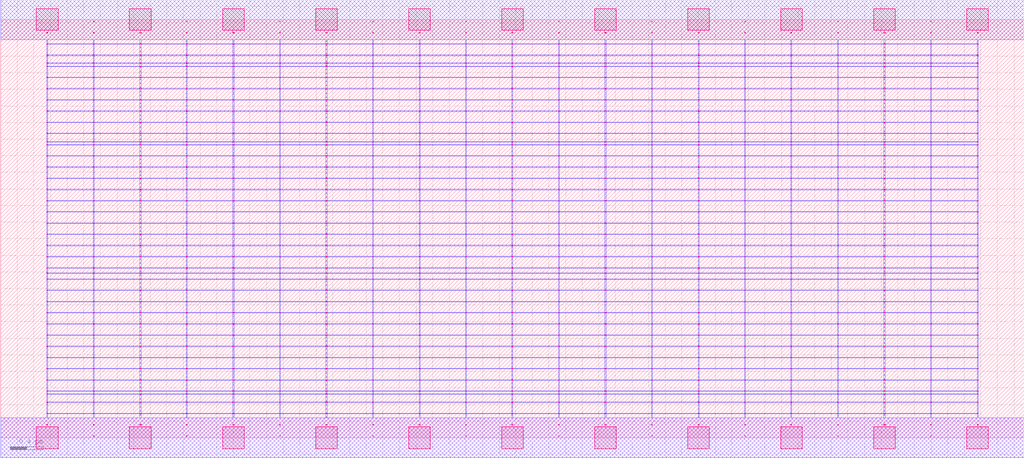
<source format=lef>
MACRO OOAOAOI221111_DEBUG
 CLASS CORE ;
 FOREIGN OOAOAOI221111_DEBUG 0 0 ;
 SIZE 12.32 BY 5.04 ;
 ORIGIN 0 0 ;
 SYMMETRY X Y R90 ;
 SITE unit ;

 OBS
    LAYER polycont ;
     RECT 6.15100000 2.58300000 6.16400000 2.59100000 ;
     RECT 6.15100000 2.71800000 6.16400000 2.72600000 ;
     RECT 6.15100000 2.85300000 6.16400000 2.86100000 ;
     RECT 6.15100000 2.98800000 6.16400000 2.99600000 ;
     RECT 8.39600000 2.58300000 8.40900000 2.59100000 ;
     RECT 8.95600000 2.58300000 8.96400000 2.59100000 ;
     RECT 9.51100000 2.58300000 9.52400000 2.59100000 ;
     RECT 10.07600000 2.58300000 10.08400000 2.59100000 ;
     RECT 10.63100000 2.58300000 10.64900000 2.59100000 ;
     RECT 11.19600000 2.58300000 11.20400000 2.59100000 ;
     RECT 11.75600000 2.58300000 11.76900000 2.59100000 ;
     RECT 6.71600000 2.58300000 6.72400000 2.59100000 ;
     RECT 6.71600000 2.71800000 6.72400000 2.72600000 ;
     RECT 7.27100000 2.71800000 7.28900000 2.72600000 ;
     RECT 7.83600000 2.71800000 7.84400000 2.72600000 ;
     RECT 8.39600000 2.71800000 8.40900000 2.72600000 ;
     RECT 8.95600000 2.71800000 8.96400000 2.72600000 ;
     RECT 9.51100000 2.71800000 9.52400000 2.72600000 ;
     RECT 10.07600000 2.71800000 10.08400000 2.72600000 ;
     RECT 10.63100000 2.71800000 10.64900000 2.72600000 ;
     RECT 11.19600000 2.71800000 11.20400000 2.72600000 ;
     RECT 11.75600000 2.71800000 11.76900000 2.72600000 ;
     RECT 7.27100000 2.58300000 7.28900000 2.59100000 ;
     RECT 6.71600000 2.85300000 6.72400000 2.86100000 ;
     RECT 7.27100000 2.85300000 7.28900000 2.86100000 ;
     RECT 7.83600000 2.85300000 7.84400000 2.86100000 ;
     RECT 8.39600000 2.85300000 8.40900000 2.86100000 ;
     RECT 8.95600000 2.85300000 8.96400000 2.86100000 ;
     RECT 9.51100000 2.85300000 9.52400000 2.86100000 ;
     RECT 10.07600000 2.85300000 10.08400000 2.86100000 ;
     RECT 10.63100000 2.85300000 10.64900000 2.86100000 ;
     RECT 11.19600000 2.85300000 11.20400000 2.86100000 ;
     RECT 11.75600000 2.85300000 11.76900000 2.86100000 ;
     RECT 7.83600000 2.58300000 7.84400000 2.59100000 ;
     RECT 6.71600000 2.98800000 6.72400000 2.99600000 ;
     RECT 7.27100000 2.98800000 7.28900000 2.99600000 ;
     RECT 7.83600000 2.98800000 7.84400000 2.99600000 ;
     RECT 8.39600000 2.98800000 8.40900000 2.99600000 ;
     RECT 8.95600000 2.98800000 8.96400000 2.99600000 ;
     RECT 9.51100000 2.98800000 9.52400000 2.99600000 ;
     RECT 10.07600000 2.98800000 10.08400000 2.99600000 ;
     RECT 10.63100000 2.98800000 10.64900000 2.99600000 ;
     RECT 11.19600000 2.98800000 11.20400000 2.99600000 ;
     RECT 11.75600000 2.98800000 11.76900000 2.99600000 ;
     RECT 8.95600000 3.12300000 8.96400000 3.13100000 ;
     RECT 8.95600000 3.25800000 8.96400000 3.26600000 ;
     RECT 8.95600000 3.39300000 8.96400000 3.40100000 ;
     RECT 8.95600000 3.52800000 8.96400000 3.53600000 ;
     RECT 8.95600000 3.56100000 8.96400000 3.56900000 ;
     RECT 8.95600000 3.66300000 8.96400000 3.67100000 ;
     RECT 8.95600000 3.79800000 8.96400000 3.80600000 ;
     RECT 8.95600000 3.93300000 8.96400000 3.94100000 ;
     RECT 8.95600000 4.06800000 8.96400000 4.07600000 ;
     RECT 8.95600000 4.20300000 8.96400000 4.21100000 ;
     RECT 8.95600000 4.33800000 8.96400000 4.34600000 ;
     RECT 8.95600000 4.47300000 8.96400000 4.48100000 ;
     RECT 8.95600000 4.51100000 8.96400000 4.51900000 ;
     RECT 8.95600000 4.60800000 8.96400000 4.61600000 ;
     RECT 8.95600000 4.74300000 8.96400000 4.75100000 ;
     RECT 8.95600000 4.87800000 8.96400000 4.88600000 ;
     RECT 5.59600000 2.71800000 5.60400000 2.72600000 ;
     RECT 1.11600000 2.58300000 1.12400000 2.59100000 ;
     RECT 1.67100000 2.58300000 1.68900000 2.59100000 ;
     RECT 0.55100000 2.98800000 0.56400000 2.99600000 ;
     RECT 1.11600000 2.98800000 1.12400000 2.99600000 ;
     RECT 1.67100000 2.98800000 1.68900000 2.99600000 ;
     RECT 2.23600000 2.98800000 2.24400000 2.99600000 ;
     RECT 2.79100000 2.98800000 2.80900000 2.99600000 ;
     RECT 3.35600000 2.98800000 3.36400000 2.99600000 ;
     RECT 3.91100000 2.98800000 3.92900000 2.99600000 ;
     RECT 4.47600000 2.98800000 4.48400000 2.99600000 ;
     RECT 5.03600000 2.98800000 5.04900000 2.99600000 ;
     RECT 5.59600000 2.98800000 5.60400000 2.99600000 ;
     RECT 2.23600000 2.58300000 2.24400000 2.59100000 ;
     RECT 2.79100000 2.58300000 2.80900000 2.59100000 ;
     RECT 3.35600000 2.58300000 3.36400000 2.59100000 ;
     RECT 3.91100000 2.58300000 3.92900000 2.59100000 ;
     RECT 4.47600000 2.58300000 4.48400000 2.59100000 ;
     RECT 5.03600000 2.58300000 5.04900000 2.59100000 ;
     RECT 5.59600000 2.58300000 5.60400000 2.59100000 ;
     RECT 0.55100000 2.58300000 0.56400000 2.59100000 ;
     RECT 0.55100000 2.71800000 0.56400000 2.72600000 ;
     RECT 0.55100000 2.85300000 0.56400000 2.86100000 ;
     RECT 1.11600000 2.85300000 1.12400000 2.86100000 ;
     RECT 5.59600000 3.12300000 5.60400000 3.13100000 ;
     RECT 1.67100000 2.85300000 1.68900000 2.86100000 ;
     RECT 5.59600000 3.25800000 5.60400000 3.26600000 ;
     RECT 2.23600000 2.85300000 2.24400000 2.86100000 ;
     RECT 5.59600000 3.39300000 5.60400000 3.40100000 ;
     RECT 2.79100000 2.85300000 2.80900000 2.86100000 ;
     RECT 5.59600000 3.52800000 5.60400000 3.53600000 ;
     RECT 3.35600000 2.85300000 3.36400000 2.86100000 ;
     RECT 5.59600000 3.56100000 5.60400000 3.56900000 ;
     RECT 3.91100000 2.85300000 3.92900000 2.86100000 ;
     RECT 5.59600000 3.66300000 5.60400000 3.67100000 ;
     RECT 4.47600000 2.85300000 4.48400000 2.86100000 ;
     RECT 5.59600000 3.79800000 5.60400000 3.80600000 ;
     RECT 5.03600000 2.85300000 5.04900000 2.86100000 ;
     RECT 5.59600000 3.93300000 5.60400000 3.94100000 ;
     RECT 5.59600000 2.85300000 5.60400000 2.86100000 ;
     RECT 5.59600000 4.06800000 5.60400000 4.07600000 ;
     RECT 1.11600000 2.71800000 1.12400000 2.72600000 ;
     RECT 5.59600000 4.20300000 5.60400000 4.21100000 ;
     RECT 1.67100000 2.71800000 1.68900000 2.72600000 ;
     RECT 5.59600000 4.33800000 5.60400000 4.34600000 ;
     RECT 2.23600000 2.71800000 2.24400000 2.72600000 ;
     RECT 5.59600000 4.47300000 5.60400000 4.48100000 ;
     RECT 2.79100000 2.71800000 2.80900000 2.72600000 ;
     RECT 5.59600000 4.51100000 5.60400000 4.51900000 ;
     RECT 3.35600000 2.71800000 3.36400000 2.72600000 ;
     RECT 5.59600000 4.60800000 5.60400000 4.61600000 ;
     RECT 3.91100000 2.71800000 3.92900000 2.72600000 ;
     RECT 5.59600000 4.74300000 5.60400000 4.75100000 ;
     RECT 4.47600000 2.71800000 4.48400000 2.72600000 ;
     RECT 5.59600000 4.87800000 5.60400000 4.88600000 ;
     RECT 5.03600000 2.71800000 5.04900000 2.72600000 ;
     RECT 6.71600000 2.31300000 6.72400000 2.32100000 ;
     RECT 10.07600000 2.31300000 10.08400000 2.32100000 ;
     RECT 6.71600000 2.44800000 6.72400000 2.45600000 ;
     RECT 10.07600000 2.44800000 10.08400000 2.45600000 ;
     RECT 6.71600000 0.15300000 6.72400000 0.16100000 ;
     RECT 10.07600000 0.15300000 10.08400000 0.16100000 ;
     RECT 6.71600000 0.28800000 6.72400000 0.29600000 ;
     RECT 10.07600000 0.28800000 10.08400000 0.29600000 ;
     RECT 6.71600000 0.42300000 6.72400000 0.43100000 ;
     RECT 10.07600000 0.42300000 10.08400000 0.43100000 ;
     RECT 6.71600000 0.52100000 6.72400000 0.52900000 ;
     RECT 10.07600000 0.52100000 10.08400000 0.52900000 ;
     RECT 6.71600000 0.55800000 6.72400000 0.56600000 ;
     RECT 10.07600000 0.55800000 10.08400000 0.56600000 ;
     RECT 6.71600000 0.69300000 6.72400000 0.70100000 ;
     RECT 10.07600000 0.69300000 10.08400000 0.70100000 ;
     RECT 6.71600000 0.82800000 6.72400000 0.83600000 ;
     RECT 10.07600000 0.82800000 10.08400000 0.83600000 ;
     RECT 6.71600000 0.96300000 6.72400000 0.97100000 ;
     RECT 10.07600000 0.96300000 10.08400000 0.97100000 ;
     RECT 6.71600000 1.09800000 6.72400000 1.10600000 ;
     RECT 10.07600000 1.09800000 10.08400000 1.10600000 ;
     RECT 6.71600000 1.23300000 6.72400000 1.24100000 ;
     RECT 10.07600000 1.23300000 10.08400000 1.24100000 ;
     RECT 6.71600000 1.36800000 6.72400000 1.37600000 ;
     RECT 10.07600000 1.36800000 10.08400000 1.37600000 ;
     RECT 6.71600000 1.50300000 6.72400000 1.51100000 ;
     RECT 10.07600000 1.50300000 10.08400000 1.51100000 ;
     RECT 6.71600000 1.63800000 6.72400000 1.64600000 ;
     RECT 10.07600000 1.63800000 10.08400000 1.64600000 ;
     RECT 6.71600000 1.77300000 6.72400000 1.78100000 ;
     RECT 10.07600000 1.77300000 10.08400000 1.78100000 ;
     RECT 6.71600000 1.90800000 6.72400000 1.91600000 ;
     RECT 10.07600000 1.90800000 10.08400000 1.91600000 ;
     RECT 6.71600000 1.98100000 6.72400000 1.98900000 ;
     RECT 10.07600000 1.98100000 10.08400000 1.98900000 ;
     RECT 6.71600000 2.04300000 6.72400000 2.05100000 ;
     RECT 10.07600000 2.04300000 10.08400000 2.05100000 ;
     RECT 6.71600000 2.17800000 6.72400000 2.18600000 ;
     RECT 10.07600000 2.17800000 10.08400000 2.18600000 ;

    LAYER pdiffc ;
     RECT 0.55100000 3.39300000 0.55900000 3.40100000 ;
     RECT 5.04100000 3.39300000 5.04900000 3.40100000 ;
     RECT 6.15100000 3.39300000 6.15900000 3.40100000 ;
     RECT 8.40100000 3.39300000 8.40900000 3.40100000 ;
     RECT 9.51100000 3.39300000 9.51900000 3.40100000 ;
     RECT 11.76100000 3.39300000 11.76900000 3.40100000 ;
     RECT 0.55100000 3.52800000 0.55900000 3.53600000 ;
     RECT 5.04100000 3.52800000 5.04900000 3.53600000 ;
     RECT 6.15100000 3.52800000 6.15900000 3.53600000 ;
     RECT 8.40100000 3.52800000 8.40900000 3.53600000 ;
     RECT 9.51100000 3.52800000 9.51900000 3.53600000 ;
     RECT 11.76100000 3.52800000 11.76900000 3.53600000 ;
     RECT 0.55100000 3.56100000 0.55900000 3.56900000 ;
     RECT 5.04100000 3.56100000 5.04900000 3.56900000 ;
     RECT 6.15100000 3.56100000 6.15900000 3.56900000 ;
     RECT 8.40100000 3.56100000 8.40900000 3.56900000 ;
     RECT 9.51100000 3.56100000 9.51900000 3.56900000 ;
     RECT 11.76100000 3.56100000 11.76900000 3.56900000 ;
     RECT 0.55100000 3.66300000 0.55900000 3.67100000 ;
     RECT 5.04100000 3.66300000 5.04900000 3.67100000 ;
     RECT 6.15100000 3.66300000 6.15900000 3.67100000 ;
     RECT 8.40100000 3.66300000 8.40900000 3.67100000 ;
     RECT 9.51100000 3.66300000 9.51900000 3.67100000 ;
     RECT 11.76100000 3.66300000 11.76900000 3.67100000 ;
     RECT 0.55100000 3.79800000 0.55900000 3.80600000 ;
     RECT 5.04100000 3.79800000 5.04900000 3.80600000 ;
     RECT 6.15100000 3.79800000 6.15900000 3.80600000 ;
     RECT 8.40100000 3.79800000 8.40900000 3.80600000 ;
     RECT 9.51100000 3.79800000 9.51900000 3.80600000 ;
     RECT 11.76100000 3.79800000 11.76900000 3.80600000 ;
     RECT 0.55100000 3.93300000 0.55900000 3.94100000 ;
     RECT 5.04100000 3.93300000 5.04900000 3.94100000 ;
     RECT 6.15100000 3.93300000 6.15900000 3.94100000 ;
     RECT 8.40100000 3.93300000 8.40900000 3.94100000 ;
     RECT 9.51100000 3.93300000 9.51900000 3.94100000 ;
     RECT 11.76100000 3.93300000 11.76900000 3.94100000 ;
     RECT 0.55100000 4.06800000 0.55900000 4.07600000 ;
     RECT 5.04100000 4.06800000 5.04900000 4.07600000 ;
     RECT 6.15100000 4.06800000 6.15900000 4.07600000 ;
     RECT 8.40100000 4.06800000 8.40900000 4.07600000 ;
     RECT 9.51100000 4.06800000 9.51900000 4.07600000 ;
     RECT 11.76100000 4.06800000 11.76900000 4.07600000 ;
     RECT 0.55100000 4.20300000 0.55900000 4.21100000 ;
     RECT 5.04100000 4.20300000 5.04900000 4.21100000 ;
     RECT 6.15100000 4.20300000 6.15900000 4.21100000 ;
     RECT 8.40100000 4.20300000 8.40900000 4.21100000 ;
     RECT 9.51100000 4.20300000 9.51900000 4.21100000 ;
     RECT 11.76100000 4.20300000 11.76900000 4.21100000 ;
     RECT 0.55100000 4.33800000 0.55900000 4.34600000 ;
     RECT 5.04100000 4.33800000 5.04900000 4.34600000 ;
     RECT 6.15100000 4.33800000 6.15900000 4.34600000 ;
     RECT 8.40100000 4.33800000 8.40900000 4.34600000 ;
     RECT 9.51100000 4.33800000 9.51900000 4.34600000 ;
     RECT 11.76100000 4.33800000 11.76900000 4.34600000 ;
     RECT 0.55100000 4.47300000 0.55900000 4.48100000 ;
     RECT 5.04100000 4.47300000 5.04900000 4.48100000 ;
     RECT 6.15100000 4.47300000 6.15900000 4.48100000 ;
     RECT 8.40100000 4.47300000 8.40900000 4.48100000 ;
     RECT 9.51100000 4.47300000 9.51900000 4.48100000 ;
     RECT 11.76100000 4.47300000 11.76900000 4.48100000 ;
     RECT 0.55100000 4.51100000 0.55900000 4.51900000 ;
     RECT 5.04100000 4.51100000 5.04900000 4.51900000 ;
     RECT 6.15100000 4.51100000 6.15900000 4.51900000 ;
     RECT 8.40100000 4.51100000 8.40900000 4.51900000 ;
     RECT 9.51100000 4.51100000 9.51900000 4.51900000 ;
     RECT 11.76100000 4.51100000 11.76900000 4.51900000 ;
     RECT 0.55100000 4.60800000 0.55900000 4.61600000 ;
     RECT 5.04100000 4.60800000 5.04900000 4.61600000 ;
     RECT 6.15100000 4.60800000 6.15900000 4.61600000 ;
     RECT 8.40100000 4.60800000 8.40900000 4.61600000 ;
     RECT 9.51100000 4.60800000 9.51900000 4.61600000 ;
     RECT 11.76100000 4.60800000 11.76900000 4.61600000 ;

    LAYER ndiffc ;
     RECT 6.15100000 0.42300000 6.16400000 0.43100000 ;
     RECT 6.15100000 0.52100000 6.16400000 0.52900000 ;
     RECT 6.15100000 0.55800000 6.16400000 0.56600000 ;
     RECT 6.15100000 0.69300000 6.16400000 0.70100000 ;
     RECT 6.15100000 0.82800000 6.16400000 0.83600000 ;
     RECT 6.15100000 0.96300000 6.16400000 0.97100000 ;
     RECT 6.15100000 1.09800000 6.16400000 1.10600000 ;
     RECT 6.15100000 1.23300000 6.16400000 1.24100000 ;
     RECT 6.15100000 1.36800000 6.16400000 1.37600000 ;
     RECT 6.15100000 1.50300000 6.16400000 1.51100000 ;
     RECT 6.15100000 1.63800000 6.16400000 1.64600000 ;
     RECT 6.15100000 1.77300000 6.16400000 1.78100000 ;
     RECT 6.15100000 1.90800000 6.16400000 1.91600000 ;
     RECT 6.15100000 1.98100000 6.16400000 1.98900000 ;
     RECT 6.15100000 2.04300000 6.16400000 2.05100000 ;
     RECT 9.51100000 0.55800000 9.52400000 0.56600000 ;
     RECT 10.63100000 0.55800000 10.64900000 0.56600000 ;
     RECT 11.75600000 0.55800000 11.76900000 0.56600000 ;
     RECT 9.51100000 0.42300000 9.52400000 0.43100000 ;
     RECT 7.27100000 0.69300000 7.28900000 0.70100000 ;
     RECT 8.39600000 0.69300000 8.40900000 0.70100000 ;
     RECT 9.51100000 0.69300000 9.52400000 0.70100000 ;
     RECT 10.63100000 0.69300000 10.64900000 0.70100000 ;
     RECT 11.75600000 0.69300000 11.76900000 0.70100000 ;
     RECT 10.63100000 0.42300000 10.64900000 0.43100000 ;
     RECT 7.27100000 0.82800000 7.28900000 0.83600000 ;
     RECT 8.39600000 0.82800000 8.40900000 0.83600000 ;
     RECT 9.51100000 0.82800000 9.52400000 0.83600000 ;
     RECT 10.63100000 0.82800000 10.64900000 0.83600000 ;
     RECT 11.75600000 0.82800000 11.76900000 0.83600000 ;
     RECT 11.75600000 0.42300000 11.76900000 0.43100000 ;
     RECT 7.27100000 0.96300000 7.28900000 0.97100000 ;
     RECT 8.39600000 0.96300000 8.40900000 0.97100000 ;
     RECT 9.51100000 0.96300000 9.52400000 0.97100000 ;
     RECT 10.63100000 0.96300000 10.64900000 0.97100000 ;
     RECT 11.75600000 0.96300000 11.76900000 0.97100000 ;
     RECT 7.27100000 0.42300000 7.28900000 0.43100000 ;
     RECT 7.27100000 1.09800000 7.28900000 1.10600000 ;
     RECT 8.39600000 1.09800000 8.40900000 1.10600000 ;
     RECT 9.51100000 1.09800000 9.52400000 1.10600000 ;
     RECT 10.63100000 1.09800000 10.64900000 1.10600000 ;
     RECT 11.75600000 1.09800000 11.76900000 1.10600000 ;
     RECT 7.27100000 0.52100000 7.28900000 0.52900000 ;
     RECT 7.27100000 1.23300000 7.28900000 1.24100000 ;
     RECT 8.39600000 1.23300000 8.40900000 1.24100000 ;
     RECT 9.51100000 1.23300000 9.52400000 1.24100000 ;
     RECT 10.63100000 1.23300000 10.64900000 1.24100000 ;
     RECT 11.75600000 1.23300000 11.76900000 1.24100000 ;
     RECT 8.39600000 0.52100000 8.40900000 0.52900000 ;
     RECT 7.27100000 1.36800000 7.28900000 1.37600000 ;
     RECT 8.39600000 1.36800000 8.40900000 1.37600000 ;
     RECT 9.51100000 1.36800000 9.52400000 1.37600000 ;
     RECT 10.63100000 1.36800000 10.64900000 1.37600000 ;
     RECT 11.75600000 1.36800000 11.76900000 1.37600000 ;
     RECT 9.51100000 0.52100000 9.52400000 0.52900000 ;
     RECT 7.27100000 1.50300000 7.28900000 1.51100000 ;
     RECT 8.39600000 1.50300000 8.40900000 1.51100000 ;
     RECT 9.51100000 1.50300000 9.52400000 1.51100000 ;
     RECT 10.63100000 1.50300000 10.64900000 1.51100000 ;
     RECT 11.75600000 1.50300000 11.76900000 1.51100000 ;
     RECT 10.63100000 0.52100000 10.64900000 0.52900000 ;
     RECT 7.27100000 1.63800000 7.28900000 1.64600000 ;
     RECT 8.39600000 1.63800000 8.40900000 1.64600000 ;
     RECT 9.51100000 1.63800000 9.52400000 1.64600000 ;
     RECT 10.63100000 1.63800000 10.64900000 1.64600000 ;
     RECT 11.75600000 1.63800000 11.76900000 1.64600000 ;
     RECT 11.75600000 0.52100000 11.76900000 0.52900000 ;
     RECT 7.27100000 1.77300000 7.28900000 1.78100000 ;
     RECT 8.39600000 1.77300000 8.40900000 1.78100000 ;
     RECT 9.51100000 1.77300000 9.52400000 1.78100000 ;
     RECT 10.63100000 1.77300000 10.64900000 1.78100000 ;
     RECT 11.75600000 1.77300000 11.76900000 1.78100000 ;
     RECT 8.39600000 0.42300000 8.40900000 0.43100000 ;
     RECT 7.27100000 1.90800000 7.28900000 1.91600000 ;
     RECT 8.39600000 1.90800000 8.40900000 1.91600000 ;
     RECT 9.51100000 1.90800000 9.52400000 1.91600000 ;
     RECT 10.63100000 1.90800000 10.64900000 1.91600000 ;
     RECT 11.75600000 1.90800000 11.76900000 1.91600000 ;
     RECT 7.27100000 0.55800000 7.28900000 0.56600000 ;
     RECT 7.27100000 1.98100000 7.28900000 1.98900000 ;
     RECT 8.39600000 1.98100000 8.40900000 1.98900000 ;
     RECT 9.51100000 1.98100000 9.52400000 1.98900000 ;
     RECT 10.63100000 1.98100000 10.64900000 1.98900000 ;
     RECT 11.75600000 1.98100000 11.76900000 1.98900000 ;
     RECT 8.39600000 0.55800000 8.40900000 0.56600000 ;
     RECT 7.27100000 2.04300000 7.28900000 2.05100000 ;
     RECT 8.39600000 2.04300000 8.40900000 2.05100000 ;
     RECT 9.51100000 2.04300000 9.52400000 2.05100000 ;
     RECT 10.63100000 2.04300000 10.64900000 2.05100000 ;
     RECT 11.75600000 2.04300000 11.76900000 2.05100000 ;
     RECT 2.79100000 1.36800000 2.80900000 1.37600000 ;
     RECT 3.91100000 1.36800000 3.92900000 1.37600000 ;
     RECT 5.03600000 1.36800000 5.04900000 1.37600000 ;
     RECT 5.03600000 0.82800000 5.04900000 0.83600000 ;
     RECT 2.79100000 0.55800000 2.80900000 0.56600000 ;
     RECT 3.91100000 0.55800000 3.92900000 0.56600000 ;
     RECT 5.03600000 0.55800000 5.04900000 0.56600000 ;
     RECT 1.67100000 0.52100000 1.68900000 0.52900000 ;
     RECT 2.79100000 0.52100000 2.80900000 0.52900000 ;
     RECT 0.55100000 1.50300000 0.56400000 1.51100000 ;
     RECT 1.67100000 1.50300000 1.68900000 1.51100000 ;
     RECT 2.79100000 1.50300000 2.80900000 1.51100000 ;
     RECT 3.91100000 1.50300000 3.92900000 1.51100000 ;
     RECT 5.03600000 1.50300000 5.04900000 1.51100000 ;
     RECT 3.91100000 0.52100000 3.92900000 0.52900000 ;
     RECT 0.55100000 0.96300000 0.56400000 0.97100000 ;
     RECT 1.67100000 0.96300000 1.68900000 0.97100000 ;
     RECT 2.79100000 0.96300000 2.80900000 0.97100000 ;
     RECT 3.91100000 0.96300000 3.92900000 0.97100000 ;
     RECT 5.03600000 0.96300000 5.04900000 0.97100000 ;
     RECT 0.55100000 1.63800000 0.56400000 1.64600000 ;
     RECT 1.67100000 1.63800000 1.68900000 1.64600000 ;
     RECT 2.79100000 1.63800000 2.80900000 1.64600000 ;
     RECT 3.91100000 1.63800000 3.92900000 1.64600000 ;
     RECT 5.03600000 1.63800000 5.04900000 1.64600000 ;
     RECT 5.03600000 0.52100000 5.04900000 0.52900000 ;
     RECT 1.67100000 0.42300000 1.68900000 0.43100000 ;
     RECT 2.79100000 0.42300000 2.80900000 0.43100000 ;
     RECT 0.55100000 0.69300000 0.56400000 0.70100000 ;
     RECT 1.67100000 0.69300000 1.68900000 0.70100000 ;
     RECT 2.79100000 0.69300000 2.80900000 0.70100000 ;
     RECT 0.55100000 1.77300000 0.56400000 1.78100000 ;
     RECT 1.67100000 1.77300000 1.68900000 1.78100000 ;
     RECT 2.79100000 1.77300000 2.80900000 1.78100000 ;
     RECT 3.91100000 1.77300000 3.92900000 1.78100000 ;
     RECT 5.03600000 1.77300000 5.04900000 1.78100000 ;
     RECT 0.55100000 1.09800000 0.56400000 1.10600000 ;
     RECT 1.67100000 1.09800000 1.68900000 1.10600000 ;
     RECT 2.79100000 1.09800000 2.80900000 1.10600000 ;
     RECT 3.91100000 1.09800000 3.92900000 1.10600000 ;
     RECT 5.03600000 1.09800000 5.04900000 1.10600000 ;
     RECT 3.91100000 0.69300000 3.92900000 0.70100000 ;
     RECT 0.55100000 1.90800000 0.56400000 1.91600000 ;
     RECT 1.67100000 1.90800000 1.68900000 1.91600000 ;
     RECT 2.79100000 1.90800000 2.80900000 1.91600000 ;
     RECT 3.91100000 1.90800000 3.92900000 1.91600000 ;
     RECT 5.03600000 1.90800000 5.04900000 1.91600000 ;
     RECT 5.03600000 0.69300000 5.04900000 0.70100000 ;
     RECT 3.91100000 0.42300000 3.92900000 0.43100000 ;
     RECT 5.03600000 0.42300000 5.04900000 0.43100000 ;
     RECT 0.55100000 0.42300000 0.56400000 0.43100000 ;
     RECT 0.55100000 0.52100000 0.56400000 0.52900000 ;
     RECT 0.55100000 1.23300000 0.56400000 1.24100000 ;
     RECT 0.55100000 1.98100000 0.56400000 1.98900000 ;
     RECT 1.67100000 1.98100000 1.68900000 1.98900000 ;
     RECT 2.79100000 1.98100000 2.80900000 1.98900000 ;
     RECT 3.91100000 1.98100000 3.92900000 1.98900000 ;
     RECT 5.03600000 1.98100000 5.04900000 1.98900000 ;
     RECT 1.67100000 1.23300000 1.68900000 1.24100000 ;
     RECT 2.79100000 1.23300000 2.80900000 1.24100000 ;
     RECT 3.91100000 1.23300000 3.92900000 1.24100000 ;
     RECT 5.03600000 1.23300000 5.04900000 1.24100000 ;
     RECT 0.55100000 0.55800000 0.56400000 0.56600000 ;
     RECT 1.67100000 0.55800000 1.68900000 0.56600000 ;
     RECT 0.55100000 2.04300000 0.56400000 2.05100000 ;
     RECT 1.67100000 2.04300000 1.68900000 2.05100000 ;
     RECT 2.79100000 2.04300000 2.80900000 2.05100000 ;
     RECT 3.91100000 2.04300000 3.92900000 2.05100000 ;
     RECT 5.03600000 2.04300000 5.04900000 2.05100000 ;
     RECT 0.55100000 0.82800000 0.56400000 0.83600000 ;
     RECT 1.67100000 0.82800000 1.68900000 0.83600000 ;
     RECT 2.79100000 0.82800000 2.80900000 0.83600000 ;
     RECT 3.91100000 0.82800000 3.92900000 0.83600000 ;
     RECT 0.55100000 1.36800000 0.56400000 1.37600000 ;
     RECT 1.67100000 1.36800000 1.68900000 1.37600000 ;

    LAYER met1 ;
     RECT 0.00000000 -0.24000000 12.32000000 0.24000000 ;
     RECT 6.15100000 0.24000000 6.16400000 0.28800000 ;
     RECT 0.55100000 0.28800000 11.76900000 0.29600000 ;
     RECT 6.15100000 0.29600000 6.16400000 0.42300000 ;
     RECT 0.55100000 0.42300000 11.76900000 0.43100000 ;
     RECT 6.15100000 0.43100000 6.16400000 0.52100000 ;
     RECT 0.55100000 0.52100000 11.76900000 0.52900000 ;
     RECT 6.15100000 0.52900000 6.16400000 0.55800000 ;
     RECT 0.55100000 0.55800000 11.76900000 0.56600000 ;
     RECT 6.15100000 0.56600000 6.16400000 0.69300000 ;
     RECT 0.55100000 0.69300000 11.76900000 0.70100000 ;
     RECT 6.15100000 0.70100000 6.16400000 0.82800000 ;
     RECT 0.55100000 0.82800000 11.76900000 0.83600000 ;
     RECT 6.15100000 0.83600000 6.16400000 0.96300000 ;
     RECT 0.55100000 0.96300000 11.76900000 0.97100000 ;
     RECT 6.15100000 0.97100000 6.16400000 1.09800000 ;
     RECT 0.55100000 1.09800000 11.76900000 1.10600000 ;
     RECT 6.15100000 1.10600000 6.16400000 1.23300000 ;
     RECT 0.55100000 1.23300000 11.76900000 1.24100000 ;
     RECT 6.15100000 1.24100000 6.16400000 1.36800000 ;
     RECT 0.55100000 1.36800000 11.76900000 1.37600000 ;
     RECT 6.15100000 1.37600000 6.16400000 1.50300000 ;
     RECT 0.55100000 1.50300000 11.76900000 1.51100000 ;
     RECT 6.15100000 1.51100000 6.16400000 1.63800000 ;
     RECT 0.55100000 1.63800000 11.76900000 1.64600000 ;
     RECT 6.15100000 1.64600000 6.16400000 1.77300000 ;
     RECT 0.55100000 1.77300000 11.76900000 1.78100000 ;
     RECT 6.15100000 1.78100000 6.16400000 1.90800000 ;
     RECT 0.55100000 1.90800000 11.76900000 1.91600000 ;
     RECT 6.15100000 1.91600000 6.16400000 1.98100000 ;
     RECT 0.55100000 1.98100000 11.76900000 1.98900000 ;
     RECT 6.15100000 1.98900000 6.16400000 2.04300000 ;
     RECT 0.55100000 2.04300000 11.76900000 2.05100000 ;
     RECT 6.15100000 2.05100000 6.16400000 2.17800000 ;
     RECT 0.55100000 2.17800000 11.76900000 2.18600000 ;
     RECT 6.15100000 2.18600000 6.16400000 2.31300000 ;
     RECT 0.55100000 2.31300000 11.76900000 2.32100000 ;
     RECT 6.15100000 2.32100000 6.16400000 2.44800000 ;
     RECT 0.55100000 2.44800000 11.76900000 2.45600000 ;
     RECT 0.55100000 2.45600000 0.56400000 2.58300000 ;
     RECT 1.11600000 2.45600000 1.12400000 2.58300000 ;
     RECT 1.67100000 2.45600000 1.68900000 2.58300000 ;
     RECT 2.23600000 2.45600000 2.24400000 2.58300000 ;
     RECT 2.79100000 2.45600000 2.80900000 2.58300000 ;
     RECT 3.35600000 2.45600000 3.36400000 2.58300000 ;
     RECT 3.91100000 2.45600000 3.92900000 2.58300000 ;
     RECT 4.47600000 2.45600000 4.48400000 2.58300000 ;
     RECT 5.03600000 2.45600000 5.04900000 2.58300000 ;
     RECT 5.59600000 2.45600000 5.60400000 2.58300000 ;
     RECT 6.15100000 2.45600000 6.16400000 2.58300000 ;
     RECT 6.71600000 2.45600000 6.72400000 2.58300000 ;
     RECT 7.27100000 2.45600000 7.28900000 2.58300000 ;
     RECT 7.83600000 2.45600000 7.84400000 2.58300000 ;
     RECT 8.39600000 2.45600000 8.40900000 2.58300000 ;
     RECT 8.95600000 2.45600000 8.96400000 2.58300000 ;
     RECT 9.51100000 2.45600000 9.52400000 2.58300000 ;
     RECT 10.07600000 2.45600000 10.08400000 2.58300000 ;
     RECT 10.63100000 2.45600000 10.64900000 2.58300000 ;
     RECT 11.19600000 2.45600000 11.20400000 2.58300000 ;
     RECT 11.75600000 2.45600000 11.76900000 2.58300000 ;
     RECT 0.55100000 2.58300000 11.76900000 2.59100000 ;
     RECT 6.15100000 2.59100000 6.16400000 2.71800000 ;
     RECT 0.55100000 2.71800000 11.76900000 2.72600000 ;
     RECT 6.15100000 2.72600000 6.16400000 2.85300000 ;
     RECT 0.55100000 2.85300000 11.76900000 2.86100000 ;
     RECT 6.15100000 2.86100000 6.16400000 2.98800000 ;
     RECT 0.55100000 2.98800000 11.76900000 2.99600000 ;
     RECT 6.15100000 2.99600000 6.16400000 3.12300000 ;
     RECT 0.55100000 3.12300000 11.76900000 3.13100000 ;
     RECT 6.15100000 3.13100000 6.16400000 3.25800000 ;
     RECT 0.55100000 3.25800000 11.76900000 3.26600000 ;
     RECT 6.15100000 3.26600000 6.16400000 3.39300000 ;
     RECT 0.55100000 3.39300000 11.76900000 3.40100000 ;
     RECT 6.15100000 3.40100000 6.16400000 3.52800000 ;
     RECT 0.55100000 3.52800000 11.76900000 3.53600000 ;
     RECT 6.15100000 3.53600000 6.16400000 3.56100000 ;
     RECT 0.55100000 3.56100000 11.76900000 3.56900000 ;
     RECT 6.15100000 3.56900000 6.16400000 3.66300000 ;
     RECT 0.55100000 3.66300000 11.76900000 3.67100000 ;
     RECT 6.15100000 3.67100000 6.16400000 3.79800000 ;
     RECT 0.55100000 3.79800000 11.76900000 3.80600000 ;
     RECT 6.15100000 3.80600000 6.16400000 3.93300000 ;
     RECT 0.55100000 3.93300000 11.76900000 3.94100000 ;
     RECT 6.15100000 3.94100000 6.16400000 4.06800000 ;
     RECT 0.55100000 4.06800000 11.76900000 4.07600000 ;
     RECT 6.15100000 4.07600000 6.16400000 4.20300000 ;
     RECT 0.55100000 4.20300000 11.76900000 4.21100000 ;
     RECT 6.15100000 4.21100000 6.16400000 4.33800000 ;
     RECT 0.55100000 4.33800000 11.76900000 4.34600000 ;
     RECT 6.15100000 4.34600000 6.16400000 4.47300000 ;
     RECT 0.55100000 4.47300000 11.76900000 4.48100000 ;
     RECT 6.15100000 4.48100000 6.16400000 4.51100000 ;
     RECT 0.55100000 4.51100000 11.76900000 4.51900000 ;
     RECT 6.15100000 4.51900000 6.16400000 4.60800000 ;
     RECT 0.55100000 4.60800000 11.76900000 4.61600000 ;
     RECT 6.15100000 4.61600000 6.16400000 4.74300000 ;
     RECT 0.55100000 4.74300000 11.76900000 4.75100000 ;
     RECT 6.15100000 4.75100000 6.16400000 4.80000000 ;
     RECT 0.00000000 4.80000000 12.32000000 5.28000000 ;
     RECT 6.71600000 3.80600000 6.72400000 3.93300000 ;
     RECT 7.27100000 3.80600000 7.28900000 3.93300000 ;
     RECT 7.83600000 3.80600000 7.84400000 3.93300000 ;
     RECT 8.39600000 3.80600000 8.40900000 3.93300000 ;
     RECT 8.95600000 3.80600000 8.96400000 3.93300000 ;
     RECT 9.51100000 3.80600000 9.52400000 3.93300000 ;
     RECT 10.07600000 3.80600000 10.08400000 3.93300000 ;
     RECT 10.63100000 3.80600000 10.64900000 3.93300000 ;
     RECT 11.19600000 3.80600000 11.20400000 3.93300000 ;
     RECT 11.75600000 3.80600000 11.76900000 3.93300000 ;
     RECT 9.51100000 3.94100000 9.52400000 4.06800000 ;
     RECT 10.07600000 3.94100000 10.08400000 4.06800000 ;
     RECT 10.63100000 3.94100000 10.64900000 4.06800000 ;
     RECT 11.19600000 3.94100000 11.20400000 4.06800000 ;
     RECT 11.75600000 3.94100000 11.76900000 4.06800000 ;
     RECT 9.51100000 4.07600000 9.52400000 4.20300000 ;
     RECT 10.07600000 4.07600000 10.08400000 4.20300000 ;
     RECT 10.63100000 4.07600000 10.64900000 4.20300000 ;
     RECT 11.19600000 4.07600000 11.20400000 4.20300000 ;
     RECT 11.75600000 4.07600000 11.76900000 4.20300000 ;
     RECT 9.51100000 4.21100000 9.52400000 4.33800000 ;
     RECT 10.07600000 4.21100000 10.08400000 4.33800000 ;
     RECT 10.63100000 4.21100000 10.64900000 4.33800000 ;
     RECT 11.19600000 4.21100000 11.20400000 4.33800000 ;
     RECT 11.75600000 4.21100000 11.76900000 4.33800000 ;
     RECT 9.51100000 4.34600000 9.52400000 4.47300000 ;
     RECT 10.07600000 4.34600000 10.08400000 4.47300000 ;
     RECT 10.63100000 4.34600000 10.64900000 4.47300000 ;
     RECT 11.19600000 4.34600000 11.20400000 4.47300000 ;
     RECT 11.75600000 4.34600000 11.76900000 4.47300000 ;
     RECT 9.51100000 4.48100000 9.52400000 4.51100000 ;
     RECT 10.07600000 4.48100000 10.08400000 4.51100000 ;
     RECT 10.63100000 4.48100000 10.64900000 4.51100000 ;
     RECT 11.19600000 4.48100000 11.20400000 4.51100000 ;
     RECT 11.75600000 4.48100000 11.76900000 4.51100000 ;
     RECT 9.51100000 4.51900000 9.52400000 4.60800000 ;
     RECT 10.07600000 4.51900000 10.08400000 4.60800000 ;
     RECT 10.63100000 4.51900000 10.64900000 4.60800000 ;
     RECT 11.19600000 4.51900000 11.20400000 4.60800000 ;
     RECT 11.75600000 4.51900000 11.76900000 4.60800000 ;
     RECT 9.51100000 4.61600000 9.52400000 4.74300000 ;
     RECT 10.07600000 4.61600000 10.08400000 4.74300000 ;
     RECT 10.63100000 4.61600000 10.64900000 4.74300000 ;
     RECT 11.19600000 4.61600000 11.20400000 4.74300000 ;
     RECT 11.75600000 4.61600000 11.76900000 4.74300000 ;
     RECT 9.51100000 4.75100000 9.52400000 4.80000000 ;
     RECT 10.07600000 4.75100000 10.08400000 4.80000000 ;
     RECT 10.63100000 4.75100000 10.64900000 4.80000000 ;
     RECT 11.19600000 4.75100000 11.20400000 4.80000000 ;
     RECT 11.75600000 4.75100000 11.76900000 4.80000000 ;
     RECT 6.71600000 4.48100000 6.72400000 4.51100000 ;
     RECT 7.27100000 4.48100000 7.28900000 4.51100000 ;
     RECT 7.83600000 4.48100000 7.84400000 4.51100000 ;
     RECT 8.39600000 4.48100000 8.40900000 4.51100000 ;
     RECT 8.95600000 4.48100000 8.96400000 4.51100000 ;
     RECT 6.71600000 4.21100000 6.72400000 4.33800000 ;
     RECT 7.27100000 4.21100000 7.28900000 4.33800000 ;
     RECT 7.83600000 4.21100000 7.84400000 4.33800000 ;
     RECT 8.39600000 4.21100000 8.40900000 4.33800000 ;
     RECT 8.95600000 4.21100000 8.96400000 4.33800000 ;
     RECT 6.71600000 4.51900000 6.72400000 4.60800000 ;
     RECT 7.27100000 4.51900000 7.28900000 4.60800000 ;
     RECT 7.83600000 4.51900000 7.84400000 4.60800000 ;
     RECT 8.39600000 4.51900000 8.40900000 4.60800000 ;
     RECT 8.95600000 4.51900000 8.96400000 4.60800000 ;
     RECT 6.71600000 4.07600000 6.72400000 4.20300000 ;
     RECT 7.27100000 4.07600000 7.28900000 4.20300000 ;
     RECT 7.83600000 4.07600000 7.84400000 4.20300000 ;
     RECT 8.39600000 4.07600000 8.40900000 4.20300000 ;
     RECT 8.95600000 4.07600000 8.96400000 4.20300000 ;
     RECT 6.71600000 4.61600000 6.72400000 4.74300000 ;
     RECT 7.27100000 4.61600000 7.28900000 4.74300000 ;
     RECT 7.83600000 4.61600000 7.84400000 4.74300000 ;
     RECT 8.39600000 4.61600000 8.40900000 4.74300000 ;
     RECT 8.95600000 4.61600000 8.96400000 4.74300000 ;
     RECT 6.71600000 4.34600000 6.72400000 4.47300000 ;
     RECT 7.27100000 4.34600000 7.28900000 4.47300000 ;
     RECT 7.83600000 4.34600000 7.84400000 4.47300000 ;
     RECT 8.39600000 4.34600000 8.40900000 4.47300000 ;
     RECT 8.95600000 4.34600000 8.96400000 4.47300000 ;
     RECT 6.71600000 4.75100000 6.72400000 4.80000000 ;
     RECT 7.27100000 4.75100000 7.28900000 4.80000000 ;
     RECT 7.83600000 4.75100000 7.84400000 4.80000000 ;
     RECT 8.39600000 4.75100000 8.40900000 4.80000000 ;
     RECT 8.95600000 4.75100000 8.96400000 4.80000000 ;
     RECT 6.71600000 3.94100000 6.72400000 4.06800000 ;
     RECT 7.27100000 3.94100000 7.28900000 4.06800000 ;
     RECT 7.83600000 3.94100000 7.84400000 4.06800000 ;
     RECT 8.39600000 3.94100000 8.40900000 4.06800000 ;
     RECT 8.95600000 3.94100000 8.96400000 4.06800000 ;
     RECT 8.39600000 2.99600000 8.40900000 3.12300000 ;
     RECT 8.95600000 2.99600000 8.96400000 3.12300000 ;
     RECT 6.71600000 3.13100000 6.72400000 3.25800000 ;
     RECT 7.27100000 3.13100000 7.28900000 3.25800000 ;
     RECT 7.83600000 3.13100000 7.84400000 3.25800000 ;
     RECT 8.39600000 3.13100000 8.40900000 3.25800000 ;
     RECT 8.95600000 3.13100000 8.96400000 3.25800000 ;
     RECT 8.95600000 2.86100000 8.96400000 2.98800000 ;
     RECT 6.71600000 3.26600000 6.72400000 3.39300000 ;
     RECT 7.27100000 3.26600000 7.28900000 3.39300000 ;
     RECT 7.83600000 3.26600000 7.84400000 3.39300000 ;
     RECT 8.39600000 3.26600000 8.40900000 3.39300000 ;
     RECT 8.95600000 3.26600000 8.96400000 3.39300000 ;
     RECT 6.71600000 2.59100000 6.72400000 2.71800000 ;
     RECT 7.27100000 2.59100000 7.28900000 2.71800000 ;
     RECT 6.71600000 3.40100000 6.72400000 3.52800000 ;
     RECT 7.27100000 3.40100000 7.28900000 3.52800000 ;
     RECT 7.83600000 3.40100000 7.84400000 3.52800000 ;
     RECT 8.39600000 3.40100000 8.40900000 3.52800000 ;
     RECT 7.83600000 2.59100000 7.84400000 2.71800000 ;
     RECT 8.39600000 2.59100000 8.40900000 2.71800000 ;
     RECT 8.95600000 3.40100000 8.96400000 3.52800000 ;
     RECT 6.71600000 2.72600000 6.72400000 2.85300000 ;
     RECT 7.27100000 2.72600000 7.28900000 2.85300000 ;
     RECT 6.71600000 3.53600000 6.72400000 3.56100000 ;
     RECT 7.27100000 3.53600000 7.28900000 3.56100000 ;
     RECT 7.83600000 3.53600000 7.84400000 3.56100000 ;
     RECT 8.39600000 3.53600000 8.40900000 3.56100000 ;
     RECT 8.95600000 3.53600000 8.96400000 3.56100000 ;
     RECT 7.83600000 2.72600000 7.84400000 2.85300000 ;
     RECT 8.39600000 2.72600000 8.40900000 2.85300000 ;
     RECT 6.71600000 2.86100000 6.72400000 2.98800000 ;
     RECT 7.27100000 2.86100000 7.28900000 2.98800000 ;
     RECT 6.71600000 3.56900000 6.72400000 3.66300000 ;
     RECT 7.27100000 3.56900000 7.28900000 3.66300000 ;
     RECT 7.83600000 3.56900000 7.84400000 3.66300000 ;
     RECT 8.39600000 3.56900000 8.40900000 3.66300000 ;
     RECT 8.95600000 3.56900000 8.96400000 3.66300000 ;
     RECT 8.95600000 2.59100000 8.96400000 2.71800000 ;
     RECT 8.95600000 2.72600000 8.96400000 2.85300000 ;
     RECT 6.71600000 3.67100000 6.72400000 3.79800000 ;
     RECT 7.27100000 3.67100000 7.28900000 3.79800000 ;
     RECT 7.83600000 3.67100000 7.84400000 3.79800000 ;
     RECT 8.39600000 3.67100000 8.40900000 3.79800000 ;
     RECT 7.83600000 2.86100000 7.84400000 2.98800000 ;
     RECT 8.39600000 2.86100000 8.40900000 2.98800000 ;
     RECT 8.95600000 3.67100000 8.96400000 3.79800000 ;
     RECT 7.27100000 2.99600000 7.28900000 3.12300000 ;
     RECT 7.83600000 2.99600000 7.84400000 3.12300000 ;
     RECT 6.71600000 2.99600000 6.72400000 3.12300000 ;
     RECT 9.51100000 3.53600000 9.52400000 3.56100000 ;
     RECT 10.07600000 3.53600000 10.08400000 3.56100000 ;
     RECT 9.51100000 2.86100000 9.52400000 2.98800000 ;
     RECT 10.63100000 3.53600000 10.64900000 3.56100000 ;
     RECT 11.19600000 3.53600000 11.20400000 3.56100000 ;
     RECT 11.75600000 3.53600000 11.76900000 3.56100000 ;
     RECT 9.51100000 3.26600000 9.52400000 3.39300000 ;
     RECT 10.07600000 3.26600000 10.08400000 3.39300000 ;
     RECT 10.63100000 3.26600000 10.64900000 3.39300000 ;
     RECT 11.19600000 3.26600000 11.20400000 3.39300000 ;
     RECT 11.75600000 3.26600000 11.76900000 3.39300000 ;
     RECT 11.19600000 2.99600000 11.20400000 3.12300000 ;
     RECT 11.75600000 2.99600000 11.76900000 3.12300000 ;
     RECT 10.07600000 2.86100000 10.08400000 2.98800000 ;
     RECT 10.63100000 2.86100000 10.64900000 2.98800000 ;
     RECT 9.51100000 3.56900000 9.52400000 3.66300000 ;
     RECT 10.07600000 3.56900000 10.08400000 3.66300000 ;
     RECT 10.63100000 3.56900000 10.64900000 3.66300000 ;
     RECT 11.19600000 3.56900000 11.20400000 3.66300000 ;
     RECT 11.75600000 3.56900000 11.76900000 3.66300000 ;
     RECT 9.51100000 3.13100000 9.52400000 3.25800000 ;
     RECT 9.51100000 2.72600000 9.52400000 2.85300000 ;
     RECT 10.07600000 3.13100000 10.08400000 3.25800000 ;
     RECT 10.63100000 3.13100000 10.64900000 3.25800000 ;
     RECT 11.19600000 3.13100000 11.20400000 3.25800000 ;
     RECT 11.19600000 2.86100000 11.20400000 2.98800000 ;
     RECT 11.75600000 2.86100000 11.76900000 2.98800000 ;
     RECT 11.75600000 3.13100000 11.76900000 3.25800000 ;
     RECT 9.51100000 3.40100000 9.52400000 3.52800000 ;
     RECT 9.51100000 3.67100000 9.52400000 3.79800000 ;
     RECT 10.07600000 3.67100000 10.08400000 3.79800000 ;
     RECT 10.63100000 3.67100000 10.64900000 3.79800000 ;
     RECT 11.19600000 3.67100000 11.20400000 3.79800000 ;
     RECT 11.75600000 3.67100000 11.76900000 3.79800000 ;
     RECT 10.07600000 2.72600000 10.08400000 2.85300000 ;
     RECT 10.63100000 2.72600000 10.64900000 2.85300000 ;
     RECT 10.07600000 3.40100000 10.08400000 3.52800000 ;
     RECT 10.63100000 3.40100000 10.64900000 3.52800000 ;
     RECT 9.51100000 2.59100000 9.52400000 2.71800000 ;
     RECT 11.19600000 3.40100000 11.20400000 3.52800000 ;
     RECT 11.75600000 3.40100000 11.76900000 3.52800000 ;
     RECT 11.19600000 2.59100000 11.20400000 2.71800000 ;
     RECT 11.75600000 2.59100000 11.76900000 2.71800000 ;
     RECT 10.07600000 2.59100000 10.08400000 2.71800000 ;
     RECT 10.63100000 2.59100000 10.64900000 2.71800000 ;
     RECT 9.51100000 2.99600000 9.52400000 3.12300000 ;
     RECT 10.07600000 2.99600000 10.08400000 3.12300000 ;
     RECT 11.19600000 2.72600000 11.20400000 2.85300000 ;
     RECT 11.75600000 2.72600000 11.76900000 2.85300000 ;
     RECT 10.63100000 2.99600000 10.64900000 3.12300000 ;
     RECT 5.03600000 3.80600000 5.04900000 3.93300000 ;
     RECT 5.59600000 3.80600000 5.60400000 3.93300000 ;
     RECT 0.55100000 3.80600000 0.56400000 3.93300000 ;
     RECT 1.11600000 3.80600000 1.12400000 3.93300000 ;
     RECT 1.67100000 3.80600000 1.68900000 3.93300000 ;
     RECT 2.23600000 3.80600000 2.24400000 3.93300000 ;
     RECT 2.79100000 3.80600000 2.80900000 3.93300000 ;
     RECT 3.35600000 3.80600000 3.36400000 3.93300000 ;
     RECT 3.91100000 3.80600000 3.92900000 3.93300000 ;
     RECT 4.47600000 3.80600000 4.48400000 3.93300000 ;
     RECT 5.03600000 4.07600000 5.04900000 4.20300000 ;
     RECT 5.59600000 4.07600000 5.60400000 4.20300000 ;
     RECT 3.35600000 4.21100000 3.36400000 4.33800000 ;
     RECT 3.91100000 4.21100000 3.92900000 4.33800000 ;
     RECT 4.47600000 4.21100000 4.48400000 4.33800000 ;
     RECT 5.03600000 4.21100000 5.04900000 4.33800000 ;
     RECT 5.59600000 4.21100000 5.60400000 4.33800000 ;
     RECT 3.35600000 4.34600000 3.36400000 4.47300000 ;
     RECT 3.91100000 4.34600000 3.92900000 4.47300000 ;
     RECT 4.47600000 4.34600000 4.48400000 4.47300000 ;
     RECT 5.03600000 4.34600000 5.04900000 4.47300000 ;
     RECT 5.59600000 4.34600000 5.60400000 4.47300000 ;
     RECT 3.35600000 4.48100000 3.36400000 4.51100000 ;
     RECT 3.91100000 4.48100000 3.92900000 4.51100000 ;
     RECT 4.47600000 4.48100000 4.48400000 4.51100000 ;
     RECT 5.03600000 4.48100000 5.04900000 4.51100000 ;
     RECT 5.59600000 4.48100000 5.60400000 4.51100000 ;
     RECT 3.35600000 4.51900000 3.36400000 4.60800000 ;
     RECT 3.91100000 4.51900000 3.92900000 4.60800000 ;
     RECT 4.47600000 4.51900000 4.48400000 4.60800000 ;
     RECT 5.03600000 4.51900000 5.04900000 4.60800000 ;
     RECT 5.59600000 4.51900000 5.60400000 4.60800000 ;
     RECT 3.35600000 4.61600000 3.36400000 4.74300000 ;
     RECT 3.91100000 4.61600000 3.92900000 4.74300000 ;
     RECT 4.47600000 4.61600000 4.48400000 4.74300000 ;
     RECT 5.03600000 4.61600000 5.04900000 4.74300000 ;
     RECT 5.59600000 4.61600000 5.60400000 4.74300000 ;
     RECT 3.35600000 4.75100000 3.36400000 4.80000000 ;
     RECT 3.91100000 4.75100000 3.92900000 4.80000000 ;
     RECT 4.47600000 4.75100000 4.48400000 4.80000000 ;
     RECT 5.03600000 4.75100000 5.04900000 4.80000000 ;
     RECT 5.59600000 4.75100000 5.60400000 4.80000000 ;
     RECT 3.35600000 3.94100000 3.36400000 4.06800000 ;
     RECT 3.91100000 3.94100000 3.92900000 4.06800000 ;
     RECT 4.47600000 3.94100000 4.48400000 4.06800000 ;
     RECT 5.03600000 3.94100000 5.04900000 4.06800000 ;
     RECT 5.59600000 3.94100000 5.60400000 4.06800000 ;
     RECT 3.35600000 4.07600000 3.36400000 4.20300000 ;
     RECT 3.91100000 4.07600000 3.92900000 4.20300000 ;
     RECT 4.47600000 4.07600000 4.48400000 4.20300000 ;
     RECT 2.23600000 4.21100000 2.24400000 4.33800000 ;
     RECT 2.79100000 4.21100000 2.80900000 4.33800000 ;
     RECT 0.55100000 4.51900000 0.56400000 4.60800000 ;
     RECT 1.11600000 4.51900000 1.12400000 4.60800000 ;
     RECT 1.67100000 4.51900000 1.68900000 4.60800000 ;
     RECT 2.23600000 4.51900000 2.24400000 4.60800000 ;
     RECT 2.79100000 4.51900000 2.80900000 4.60800000 ;
     RECT 0.55100000 4.07600000 0.56400000 4.20300000 ;
     RECT 1.11600000 4.07600000 1.12400000 4.20300000 ;
     RECT 1.67100000 4.07600000 1.68900000 4.20300000 ;
     RECT 2.23600000 4.07600000 2.24400000 4.20300000 ;
     RECT 2.79100000 4.07600000 2.80900000 4.20300000 ;
     RECT 0.55100000 4.61600000 0.56400000 4.74300000 ;
     RECT 1.11600000 4.61600000 1.12400000 4.74300000 ;
     RECT 1.67100000 4.61600000 1.68900000 4.74300000 ;
     RECT 2.23600000 4.61600000 2.24400000 4.74300000 ;
     RECT 2.79100000 4.61600000 2.80900000 4.74300000 ;
     RECT 0.55100000 4.34600000 0.56400000 4.47300000 ;
     RECT 1.11600000 4.34600000 1.12400000 4.47300000 ;
     RECT 1.67100000 4.34600000 1.68900000 4.47300000 ;
     RECT 2.23600000 4.34600000 2.24400000 4.47300000 ;
     RECT 2.79100000 4.34600000 2.80900000 4.47300000 ;
     RECT 0.55100000 4.75100000 0.56400000 4.80000000 ;
     RECT 1.11600000 4.75100000 1.12400000 4.80000000 ;
     RECT 1.67100000 4.75100000 1.68900000 4.80000000 ;
     RECT 2.23600000 4.75100000 2.24400000 4.80000000 ;
     RECT 2.79100000 4.75100000 2.80900000 4.80000000 ;
     RECT 0.55100000 3.94100000 0.56400000 4.06800000 ;
     RECT 1.11600000 3.94100000 1.12400000 4.06800000 ;
     RECT 1.67100000 3.94100000 1.68900000 4.06800000 ;
     RECT 2.23600000 3.94100000 2.24400000 4.06800000 ;
     RECT 2.79100000 3.94100000 2.80900000 4.06800000 ;
     RECT 0.55100000 4.48100000 0.56400000 4.51100000 ;
     RECT 1.11600000 4.48100000 1.12400000 4.51100000 ;
     RECT 1.67100000 4.48100000 1.68900000 4.51100000 ;
     RECT 2.23600000 4.48100000 2.24400000 4.51100000 ;
     RECT 2.79100000 4.48100000 2.80900000 4.51100000 ;
     RECT 0.55100000 4.21100000 0.56400000 4.33800000 ;
     RECT 1.11600000 4.21100000 1.12400000 4.33800000 ;
     RECT 1.67100000 4.21100000 1.68900000 4.33800000 ;
     RECT 2.79100000 3.53600000 2.80900000 3.56100000 ;
     RECT 0.55100000 2.86100000 0.56400000 2.98800000 ;
     RECT 1.11600000 2.86100000 1.12400000 2.98800000 ;
     RECT 1.67100000 2.86100000 1.68900000 2.98800000 ;
     RECT 2.23600000 2.86100000 2.24400000 2.98800000 ;
     RECT 2.23600000 2.59100000 2.24400000 2.71800000 ;
     RECT 0.55100000 3.40100000 0.56400000 3.52800000 ;
     RECT 1.11600000 3.40100000 1.12400000 3.52800000 ;
     RECT 0.55100000 2.59100000 0.56400000 2.71800000 ;
     RECT 1.67100000 2.72600000 1.68900000 2.85300000 ;
     RECT 2.23600000 2.72600000 2.24400000 2.85300000 ;
     RECT 2.79100000 2.72600000 2.80900000 2.85300000 ;
     RECT 0.55100000 3.67100000 0.56400000 3.79800000 ;
     RECT 1.11600000 3.67100000 1.12400000 3.79800000 ;
     RECT 1.67100000 3.67100000 1.68900000 3.79800000 ;
     RECT 2.23600000 3.67100000 2.24400000 3.79800000 ;
     RECT 2.79100000 3.67100000 2.80900000 3.79800000 ;
     RECT 1.11600000 2.59100000 1.12400000 2.71800000 ;
     RECT 0.55100000 2.72600000 0.56400000 2.85300000 ;
     RECT 1.11600000 2.72600000 1.12400000 2.85300000 ;
     RECT 0.55100000 3.53600000 0.56400000 3.56100000 ;
     RECT 1.11600000 3.53600000 1.12400000 3.56100000 ;
     RECT 1.67100000 3.40100000 1.68900000 3.52800000 ;
     RECT 0.55100000 3.13100000 0.56400000 3.25800000 ;
     RECT 1.11600000 3.13100000 1.12400000 3.25800000 ;
     RECT 1.67100000 3.13100000 1.68900000 3.25800000 ;
     RECT 2.23600000 3.13100000 2.24400000 3.25800000 ;
     RECT 0.55100000 3.26600000 0.56400000 3.39300000 ;
     RECT 1.11600000 3.26600000 1.12400000 3.39300000 ;
     RECT 1.67100000 3.26600000 1.68900000 3.39300000 ;
     RECT 2.23600000 3.26600000 2.24400000 3.39300000 ;
     RECT 2.79100000 3.26600000 2.80900000 3.39300000 ;
     RECT 2.79100000 3.13100000 2.80900000 3.25800000 ;
     RECT 0.55100000 3.56900000 0.56400000 3.66300000 ;
     RECT 1.11600000 3.56900000 1.12400000 3.66300000 ;
     RECT 1.67100000 3.56900000 1.68900000 3.66300000 ;
     RECT 2.23600000 3.56900000 2.24400000 3.66300000 ;
     RECT 2.23600000 3.40100000 2.24400000 3.52800000 ;
     RECT 2.79100000 3.40100000 2.80900000 3.52800000 ;
     RECT 2.79100000 2.59100000 2.80900000 2.71800000 ;
     RECT 0.55100000 2.99600000 0.56400000 3.12300000 ;
     RECT 1.11600000 2.99600000 1.12400000 3.12300000 ;
     RECT 1.67100000 2.99600000 1.68900000 3.12300000 ;
     RECT 2.23600000 2.99600000 2.24400000 3.12300000 ;
     RECT 2.79100000 2.99600000 2.80900000 3.12300000 ;
     RECT 1.67100000 2.59100000 1.68900000 2.71800000 ;
     RECT 1.67100000 3.53600000 1.68900000 3.56100000 ;
     RECT 2.79100000 3.56900000 2.80900000 3.66300000 ;
     RECT 2.79100000 2.86100000 2.80900000 2.98800000 ;
     RECT 2.23600000 3.53600000 2.24400000 3.56100000 ;
     RECT 5.59600000 2.72600000 5.60400000 2.85300000 ;
     RECT 5.03600000 2.72600000 5.04900000 2.85300000 ;
     RECT 3.35600000 3.40100000 3.36400000 3.52800000 ;
     RECT 3.91100000 3.40100000 3.92900000 3.52800000 ;
     RECT 4.47600000 3.40100000 4.48400000 3.52800000 ;
     RECT 3.35600000 3.67100000 3.36400000 3.79800000 ;
     RECT 5.03600000 3.40100000 5.04900000 3.52800000 ;
     RECT 5.59600000 3.40100000 5.60400000 3.52800000 ;
     RECT 3.91100000 2.99600000 3.92900000 3.12300000 ;
     RECT 5.03600000 2.99600000 5.04900000 3.12300000 ;
     RECT 5.59600000 2.99600000 5.60400000 3.12300000 ;
     RECT 3.91100000 2.59100000 3.92900000 2.71800000 ;
     RECT 3.35600000 3.56900000 3.36400000 3.66300000 ;
     RECT 3.91100000 3.56900000 3.92900000 3.66300000 ;
     RECT 4.47600000 3.56900000 4.48400000 3.66300000 ;
     RECT 5.03600000 3.56900000 5.04900000 3.66300000 ;
     RECT 3.91100000 3.67100000 3.92900000 3.79800000 ;
     RECT 4.47600000 3.67100000 4.48400000 3.79800000 ;
     RECT 5.03600000 3.67100000 5.04900000 3.79800000 ;
     RECT 5.59600000 3.67100000 5.60400000 3.79800000 ;
     RECT 3.91100000 2.72600000 3.92900000 2.85300000 ;
     RECT 4.47600000 2.72600000 4.48400000 2.85300000 ;
     RECT 5.59600000 3.56900000 5.60400000 3.66300000 ;
     RECT 5.03600000 3.13100000 5.04900000 3.25800000 ;
     RECT 5.59600000 3.13100000 5.60400000 3.25800000 ;
     RECT 4.47600000 2.59100000 4.48400000 2.71800000 ;
     RECT 3.35600000 2.86100000 3.36400000 2.98800000 ;
     RECT 3.35600000 3.26600000 3.36400000 3.39300000 ;
     RECT 3.91100000 2.86100000 3.92900000 2.98800000 ;
     RECT 4.47600000 2.86100000 4.48400000 2.98800000 ;
     RECT 5.03600000 2.59100000 5.04900000 2.71800000 ;
     RECT 5.59600000 2.59100000 5.60400000 2.71800000 ;
     RECT 4.47600000 2.99600000 4.48400000 3.12300000 ;
     RECT 3.35600000 2.99600000 3.36400000 3.12300000 ;
     RECT 3.35600000 3.53600000 3.36400000 3.56100000 ;
     RECT 3.91100000 3.53600000 3.92900000 3.56100000 ;
     RECT 3.35600000 3.13100000 3.36400000 3.25800000 ;
     RECT 3.91100000 3.13100000 3.92900000 3.25800000 ;
     RECT 3.91100000 3.26600000 3.92900000 3.39300000 ;
     RECT 4.47600000 3.26600000 4.48400000 3.39300000 ;
     RECT 5.03600000 3.26600000 5.04900000 3.39300000 ;
     RECT 5.59600000 3.26600000 5.60400000 3.39300000 ;
     RECT 4.47600000 3.13100000 4.48400000 3.25800000 ;
     RECT 4.47600000 3.53600000 4.48400000 3.56100000 ;
     RECT 5.03600000 2.86100000 5.04900000 2.98800000 ;
     RECT 5.59600000 2.86100000 5.60400000 2.98800000 ;
     RECT 5.03600000 3.53600000 5.04900000 3.56100000 ;
     RECT 5.59600000 3.53600000 5.60400000 3.56100000 ;
     RECT 3.35600000 2.59100000 3.36400000 2.71800000 ;
     RECT 3.35600000 2.72600000 3.36400000 2.85300000 ;
     RECT 1.67100000 1.10600000 1.68900000 1.23300000 ;
     RECT 2.23600000 1.10600000 2.24400000 1.23300000 ;
     RECT 2.79100000 1.10600000 2.80900000 1.23300000 ;
     RECT 3.35600000 1.10600000 3.36400000 1.23300000 ;
     RECT 3.91100000 1.10600000 3.92900000 1.23300000 ;
     RECT 4.47600000 1.10600000 4.48400000 1.23300000 ;
     RECT 5.03600000 1.10600000 5.04900000 1.23300000 ;
     RECT 5.59600000 1.10600000 5.60400000 1.23300000 ;
     RECT 0.55100000 1.10600000 0.56400000 1.23300000 ;
     RECT 1.11600000 1.10600000 1.12400000 1.23300000 ;
     RECT 4.47600000 1.24100000 4.48400000 1.36800000 ;
     RECT 5.03600000 1.24100000 5.04900000 1.36800000 ;
     RECT 5.59600000 1.24100000 5.60400000 1.36800000 ;
     RECT 3.35600000 1.37600000 3.36400000 1.50300000 ;
     RECT 3.91100000 1.37600000 3.92900000 1.50300000 ;
     RECT 4.47600000 1.37600000 4.48400000 1.50300000 ;
     RECT 5.03600000 1.37600000 5.04900000 1.50300000 ;
     RECT 5.59600000 1.37600000 5.60400000 1.50300000 ;
     RECT 3.35600000 1.51100000 3.36400000 1.63800000 ;
     RECT 3.91100000 1.51100000 3.92900000 1.63800000 ;
     RECT 4.47600000 1.51100000 4.48400000 1.63800000 ;
     RECT 5.03600000 1.51100000 5.04900000 1.63800000 ;
     RECT 5.59600000 1.51100000 5.60400000 1.63800000 ;
     RECT 3.35600000 1.64600000 3.36400000 1.77300000 ;
     RECT 3.91100000 1.64600000 3.92900000 1.77300000 ;
     RECT 4.47600000 1.64600000 4.48400000 1.77300000 ;
     RECT 5.03600000 1.64600000 5.04900000 1.77300000 ;
     RECT 5.59600000 1.64600000 5.60400000 1.77300000 ;
     RECT 3.35600000 1.78100000 3.36400000 1.90800000 ;
     RECT 3.91100000 1.78100000 3.92900000 1.90800000 ;
     RECT 4.47600000 1.78100000 4.48400000 1.90800000 ;
     RECT 5.03600000 1.78100000 5.04900000 1.90800000 ;
     RECT 5.59600000 1.78100000 5.60400000 1.90800000 ;
     RECT 3.35600000 1.91600000 3.36400000 1.98100000 ;
     RECT 3.91100000 1.91600000 3.92900000 1.98100000 ;
     RECT 4.47600000 1.91600000 4.48400000 1.98100000 ;
     RECT 5.03600000 1.91600000 5.04900000 1.98100000 ;
     RECT 5.59600000 1.91600000 5.60400000 1.98100000 ;
     RECT 3.35600000 1.98900000 3.36400000 2.04300000 ;
     RECT 3.91100000 1.98900000 3.92900000 2.04300000 ;
     RECT 4.47600000 1.98900000 4.48400000 2.04300000 ;
     RECT 5.03600000 1.98900000 5.04900000 2.04300000 ;
     RECT 5.59600000 1.98900000 5.60400000 2.04300000 ;
     RECT 3.35600000 2.05100000 3.36400000 2.17800000 ;
     RECT 3.91100000 2.05100000 3.92900000 2.17800000 ;
     RECT 4.47600000 2.05100000 4.48400000 2.17800000 ;
     RECT 5.03600000 2.05100000 5.04900000 2.17800000 ;
     RECT 5.59600000 2.05100000 5.60400000 2.17800000 ;
     RECT 3.35600000 2.18600000 3.36400000 2.31300000 ;
     RECT 3.91100000 2.18600000 3.92900000 2.31300000 ;
     RECT 4.47600000 2.18600000 4.48400000 2.31300000 ;
     RECT 5.03600000 2.18600000 5.04900000 2.31300000 ;
     RECT 5.59600000 2.18600000 5.60400000 2.31300000 ;
     RECT 3.35600000 2.32100000 3.36400000 2.44800000 ;
     RECT 3.91100000 2.32100000 3.92900000 2.44800000 ;
     RECT 4.47600000 2.32100000 4.48400000 2.44800000 ;
     RECT 5.03600000 2.32100000 5.04900000 2.44800000 ;
     RECT 5.59600000 2.32100000 5.60400000 2.44800000 ;
     RECT 3.35600000 1.24100000 3.36400000 1.36800000 ;
     RECT 3.91100000 1.24100000 3.92900000 1.36800000 ;
     RECT 1.67100000 1.91600000 1.68900000 1.98100000 ;
     RECT 2.23600000 1.91600000 2.24400000 1.98100000 ;
     RECT 2.79100000 1.91600000 2.80900000 1.98100000 ;
     RECT 0.55100000 1.37600000 0.56400000 1.50300000 ;
     RECT 1.11600000 1.37600000 1.12400000 1.50300000 ;
     RECT 1.67100000 1.37600000 1.68900000 1.50300000 ;
     RECT 2.23600000 1.37600000 2.24400000 1.50300000 ;
     RECT 2.79100000 1.37600000 2.80900000 1.50300000 ;
     RECT 0.55100000 1.98900000 0.56400000 2.04300000 ;
     RECT 1.11600000 1.98900000 1.12400000 2.04300000 ;
     RECT 1.67100000 1.98900000 1.68900000 2.04300000 ;
     RECT 2.23600000 1.98900000 2.24400000 2.04300000 ;
     RECT 2.79100000 1.98900000 2.80900000 2.04300000 ;
     RECT 0.55100000 1.64600000 0.56400000 1.77300000 ;
     RECT 1.11600000 1.64600000 1.12400000 1.77300000 ;
     RECT 1.67100000 1.64600000 1.68900000 1.77300000 ;
     RECT 2.23600000 1.64600000 2.24400000 1.77300000 ;
     RECT 2.79100000 1.64600000 2.80900000 1.77300000 ;
     RECT 0.55100000 2.05100000 0.56400000 2.17800000 ;
     RECT 1.11600000 2.05100000 1.12400000 2.17800000 ;
     RECT 1.67100000 2.05100000 1.68900000 2.17800000 ;
     RECT 2.23600000 2.05100000 2.24400000 2.17800000 ;
     RECT 2.79100000 2.05100000 2.80900000 2.17800000 ;
     RECT 0.55100000 1.24100000 0.56400000 1.36800000 ;
     RECT 1.11600000 1.24100000 1.12400000 1.36800000 ;
     RECT 1.67100000 1.24100000 1.68900000 1.36800000 ;
     RECT 2.23600000 1.24100000 2.24400000 1.36800000 ;
     RECT 2.79100000 1.24100000 2.80900000 1.36800000 ;
     RECT 0.55100000 2.18600000 0.56400000 2.31300000 ;
     RECT 1.11600000 2.18600000 1.12400000 2.31300000 ;
     RECT 1.67100000 2.18600000 1.68900000 2.31300000 ;
     RECT 2.23600000 2.18600000 2.24400000 2.31300000 ;
     RECT 2.79100000 2.18600000 2.80900000 2.31300000 ;
     RECT 0.55100000 1.78100000 0.56400000 1.90800000 ;
     RECT 1.11600000 1.78100000 1.12400000 1.90800000 ;
     RECT 1.67100000 1.78100000 1.68900000 1.90800000 ;
     RECT 2.23600000 1.78100000 2.24400000 1.90800000 ;
     RECT 2.79100000 1.78100000 2.80900000 1.90800000 ;
     RECT 0.55100000 2.32100000 0.56400000 2.44800000 ;
     RECT 1.11600000 2.32100000 1.12400000 2.44800000 ;
     RECT 1.67100000 2.32100000 1.68900000 2.44800000 ;
     RECT 2.23600000 2.32100000 2.24400000 2.44800000 ;
     RECT 2.79100000 2.32100000 2.80900000 2.44800000 ;
     RECT 0.55100000 1.51100000 0.56400000 1.63800000 ;
     RECT 1.11600000 1.51100000 1.12400000 1.63800000 ;
     RECT 1.67100000 1.51100000 1.68900000 1.63800000 ;
     RECT 2.23600000 1.51100000 2.24400000 1.63800000 ;
     RECT 2.79100000 1.51100000 2.80900000 1.63800000 ;
     RECT 0.55100000 1.91600000 0.56400000 1.98100000 ;
     RECT 1.11600000 1.91600000 1.12400000 1.98100000 ;
     RECT 1.11600000 0.43100000 1.12400000 0.52100000 ;
     RECT 1.67100000 0.43100000 1.68900000 0.52100000 ;
     RECT 2.23600000 0.43100000 2.24400000 0.52100000 ;
     RECT 1.67100000 0.24000000 1.68900000 0.28800000 ;
     RECT 2.23600000 0.24000000 2.24400000 0.28800000 ;
     RECT 2.79100000 0.24000000 2.80900000 0.28800000 ;
     RECT 2.79100000 0.29600000 2.80900000 0.42300000 ;
     RECT 0.55100000 0.52900000 0.56400000 0.55800000 ;
     RECT 1.11600000 0.52900000 1.12400000 0.55800000 ;
     RECT 1.67100000 0.52900000 1.68900000 0.55800000 ;
     RECT 2.23600000 0.52900000 2.24400000 0.55800000 ;
     RECT 2.79100000 0.52900000 2.80900000 0.55800000 ;
     RECT 0.55100000 0.56600000 0.56400000 0.69300000 ;
     RECT 1.11600000 0.56600000 1.12400000 0.69300000 ;
     RECT 1.67100000 0.56600000 1.68900000 0.69300000 ;
     RECT 2.23600000 0.56600000 2.24400000 0.69300000 ;
     RECT 2.79100000 0.56600000 2.80900000 0.69300000 ;
     RECT 0.55100000 0.70100000 0.56400000 0.82800000 ;
     RECT 1.11600000 0.70100000 1.12400000 0.82800000 ;
     RECT 1.67100000 0.70100000 1.68900000 0.82800000 ;
     RECT 2.23600000 0.70100000 2.24400000 0.82800000 ;
     RECT 2.79100000 0.70100000 2.80900000 0.82800000 ;
     RECT 0.55100000 0.24000000 0.56400000 0.28800000 ;
     RECT 1.11600000 0.24000000 1.12400000 0.28800000 ;
     RECT 0.55100000 0.83600000 0.56400000 0.96300000 ;
     RECT 1.11600000 0.83600000 1.12400000 0.96300000 ;
     RECT 1.67100000 0.83600000 1.68900000 0.96300000 ;
     RECT 2.23600000 0.83600000 2.24400000 0.96300000 ;
     RECT 2.79100000 0.83600000 2.80900000 0.96300000 ;
     RECT 0.55100000 0.29600000 0.56400000 0.42300000 ;
     RECT 1.11600000 0.29600000 1.12400000 0.42300000 ;
     RECT 0.55100000 0.97100000 0.56400000 1.09800000 ;
     RECT 1.11600000 0.97100000 1.12400000 1.09800000 ;
     RECT 1.67100000 0.97100000 1.68900000 1.09800000 ;
     RECT 2.23600000 0.97100000 2.24400000 1.09800000 ;
     RECT 2.79100000 0.97100000 2.80900000 1.09800000 ;
     RECT 1.67100000 0.29600000 1.68900000 0.42300000 ;
     RECT 2.23600000 0.29600000 2.24400000 0.42300000 ;
     RECT 2.79100000 0.43100000 2.80900000 0.52100000 ;
     RECT 0.55100000 0.43100000 0.56400000 0.52100000 ;
     RECT 5.03600000 0.24000000 5.04900000 0.28800000 ;
     RECT 5.59600000 0.24000000 5.60400000 0.28800000 ;
     RECT 3.35600000 0.29600000 3.36400000 0.42300000 ;
     RECT 3.35600000 0.24000000 3.36400000 0.28800000 ;
     RECT 5.03600000 0.29600000 5.04900000 0.42300000 ;
     RECT 5.59600000 0.29600000 5.60400000 0.42300000 ;
     RECT 3.91100000 0.29600000 3.92900000 0.42300000 ;
     RECT 3.35600000 0.70100000 3.36400000 0.82800000 ;
     RECT 3.91100000 0.70100000 3.92900000 0.82800000 ;
     RECT 4.47600000 0.70100000 4.48400000 0.82800000 ;
     RECT 5.03600000 0.70100000 5.04900000 0.82800000 ;
     RECT 5.59600000 0.70100000 5.60400000 0.82800000 ;
     RECT 3.91100000 0.43100000 3.92900000 0.52100000 ;
     RECT 3.35600000 0.52900000 3.36400000 0.55800000 ;
     RECT 3.91100000 0.52900000 3.92900000 0.55800000 ;
     RECT 4.47600000 0.52900000 4.48400000 0.55800000 ;
     RECT 5.03600000 0.52900000 5.04900000 0.55800000 ;
     RECT 5.59600000 0.52900000 5.60400000 0.55800000 ;
     RECT 3.91100000 0.24000000 3.92900000 0.28800000 ;
     RECT 3.35600000 0.83600000 3.36400000 0.96300000 ;
     RECT 3.91100000 0.83600000 3.92900000 0.96300000 ;
     RECT 4.47600000 0.83600000 4.48400000 0.96300000 ;
     RECT 5.03600000 0.83600000 5.04900000 0.96300000 ;
     RECT 5.59600000 0.83600000 5.60400000 0.96300000 ;
     RECT 4.47600000 0.24000000 4.48400000 0.28800000 ;
     RECT 4.47600000 0.43100000 4.48400000 0.52100000 ;
     RECT 4.47600000 0.29600000 4.48400000 0.42300000 ;
     RECT 3.35600000 0.43100000 3.36400000 0.52100000 ;
     RECT 5.03600000 0.43100000 5.04900000 0.52100000 ;
     RECT 5.59600000 0.43100000 5.60400000 0.52100000 ;
     RECT 3.35600000 0.56600000 3.36400000 0.69300000 ;
     RECT 3.35600000 0.97100000 3.36400000 1.09800000 ;
     RECT 3.91100000 0.97100000 3.92900000 1.09800000 ;
     RECT 4.47600000 0.97100000 4.48400000 1.09800000 ;
     RECT 5.03600000 0.97100000 5.04900000 1.09800000 ;
     RECT 5.59600000 0.97100000 5.60400000 1.09800000 ;
     RECT 3.91100000 0.56600000 3.92900000 0.69300000 ;
     RECT 4.47600000 0.56600000 4.48400000 0.69300000 ;
     RECT 5.03600000 0.56600000 5.04900000 0.69300000 ;
     RECT 5.59600000 0.56600000 5.60400000 0.69300000 ;
     RECT 6.71600000 1.10600000 6.72400000 1.23300000 ;
     RECT 7.27100000 1.10600000 7.28900000 1.23300000 ;
     RECT 7.83600000 1.10600000 7.84400000 1.23300000 ;
     RECT 8.39600000 1.10600000 8.40900000 1.23300000 ;
     RECT 8.95600000 1.10600000 8.96400000 1.23300000 ;
     RECT 9.51100000 1.10600000 9.52400000 1.23300000 ;
     RECT 10.07600000 1.10600000 10.08400000 1.23300000 ;
     RECT 10.63100000 1.10600000 10.64900000 1.23300000 ;
     RECT 11.19600000 1.10600000 11.20400000 1.23300000 ;
     RECT 11.75600000 1.10600000 11.76900000 1.23300000 ;
     RECT 9.51100000 1.78100000 9.52400000 1.90800000 ;
     RECT 10.07600000 1.78100000 10.08400000 1.90800000 ;
     RECT 10.63100000 1.78100000 10.64900000 1.90800000 ;
     RECT 11.19600000 1.78100000 11.20400000 1.90800000 ;
     RECT 9.51100000 1.98900000 9.52400000 2.04300000 ;
     RECT 10.07600000 1.98900000 10.08400000 2.04300000 ;
     RECT 10.63100000 1.98900000 10.64900000 2.04300000 ;
     RECT 11.19600000 1.98900000 11.20400000 2.04300000 ;
     RECT 11.75600000 1.98900000 11.76900000 2.04300000 ;
     RECT 11.75600000 1.78100000 11.76900000 1.90800000 ;
     RECT 9.51100000 1.91600000 9.52400000 1.98100000 ;
     RECT 10.07600000 1.91600000 10.08400000 1.98100000 ;
     RECT 10.63100000 1.91600000 10.64900000 1.98100000 ;
     RECT 11.19600000 1.91600000 11.20400000 1.98100000 ;
     RECT 11.75600000 1.91600000 11.76900000 1.98100000 ;
     RECT 9.51100000 2.05100000 9.52400000 2.17800000 ;
     RECT 10.07600000 2.05100000 10.08400000 2.17800000 ;
     RECT 10.63100000 2.05100000 10.64900000 2.17800000 ;
     RECT 11.19600000 2.05100000 11.20400000 2.17800000 ;
     RECT 11.75600000 2.05100000 11.76900000 2.17800000 ;
     RECT 9.51100000 1.24100000 9.52400000 1.36800000 ;
     RECT 9.51100000 2.18600000 9.52400000 2.31300000 ;
     RECT 10.07600000 2.18600000 10.08400000 2.31300000 ;
     RECT 10.63100000 2.18600000 10.64900000 2.31300000 ;
     RECT 11.19600000 2.18600000 11.20400000 2.31300000 ;
     RECT 11.75600000 2.18600000 11.76900000 2.31300000 ;
     RECT 10.07600000 1.24100000 10.08400000 1.36800000 ;
     RECT 10.63100000 1.24100000 10.64900000 1.36800000 ;
     RECT 11.19600000 1.24100000 11.20400000 1.36800000 ;
     RECT 11.75600000 1.24100000 11.76900000 1.36800000 ;
     RECT 9.51100000 2.32100000 9.52400000 2.44800000 ;
     RECT 10.07600000 2.32100000 10.08400000 2.44800000 ;
     RECT 10.63100000 2.32100000 10.64900000 2.44800000 ;
     RECT 11.19600000 2.32100000 11.20400000 2.44800000 ;
     RECT 11.75600000 2.32100000 11.76900000 2.44800000 ;
     RECT 9.51100000 1.37600000 9.52400000 1.50300000 ;
     RECT 10.07600000 1.37600000 10.08400000 1.50300000 ;
     RECT 10.63100000 1.37600000 10.64900000 1.50300000 ;
     RECT 11.19600000 1.37600000 11.20400000 1.50300000 ;
     RECT 11.75600000 1.37600000 11.76900000 1.50300000 ;
     RECT 9.51100000 1.51100000 9.52400000 1.63800000 ;
     RECT 10.07600000 1.51100000 10.08400000 1.63800000 ;
     RECT 10.63100000 1.51100000 10.64900000 1.63800000 ;
     RECT 11.19600000 1.51100000 11.20400000 1.63800000 ;
     RECT 11.75600000 1.51100000 11.76900000 1.63800000 ;
     RECT 9.51100000 1.64600000 9.52400000 1.77300000 ;
     RECT 10.07600000 1.64600000 10.08400000 1.77300000 ;
     RECT 10.63100000 1.64600000 10.64900000 1.77300000 ;
     RECT 11.19600000 1.64600000 11.20400000 1.77300000 ;
     RECT 11.75600000 1.64600000 11.76900000 1.77300000 ;
     RECT 8.95600000 2.18600000 8.96400000 2.31300000 ;
     RECT 7.27100000 1.78100000 7.28900000 1.90800000 ;
     RECT 7.83600000 1.78100000 7.84400000 1.90800000 ;
     RECT 8.39600000 1.78100000 8.40900000 1.90800000 ;
     RECT 8.95600000 1.78100000 8.96400000 1.90800000 ;
     RECT 6.71600000 1.91600000 6.72400000 1.98100000 ;
     RECT 7.27100000 1.91600000 7.28900000 1.98100000 ;
     RECT 7.83600000 1.91600000 7.84400000 1.98100000 ;
     RECT 8.39600000 1.91600000 8.40900000 1.98100000 ;
     RECT 6.71600000 1.98900000 6.72400000 2.04300000 ;
     RECT 6.71600000 2.32100000 6.72400000 2.44800000 ;
     RECT 7.27100000 2.32100000 7.28900000 2.44800000 ;
     RECT 7.83600000 2.32100000 7.84400000 2.44800000 ;
     RECT 8.39600000 2.32100000 8.40900000 2.44800000 ;
     RECT 8.95600000 2.32100000 8.96400000 2.44800000 ;
     RECT 6.71600000 2.05100000 6.72400000 2.17800000 ;
     RECT 7.27100000 2.05100000 7.28900000 2.17800000 ;
     RECT 7.83600000 2.05100000 7.84400000 2.17800000 ;
     RECT 8.39600000 2.05100000 8.40900000 2.17800000 ;
     RECT 8.95600000 2.05100000 8.96400000 2.17800000 ;
     RECT 6.71600000 1.37600000 6.72400000 1.50300000 ;
     RECT 7.27100000 1.37600000 7.28900000 1.50300000 ;
     RECT 7.83600000 1.37600000 7.84400000 1.50300000 ;
     RECT 8.39600000 1.37600000 8.40900000 1.50300000 ;
     RECT 8.95600000 1.37600000 8.96400000 1.50300000 ;
     RECT 7.27100000 1.98900000 7.28900000 2.04300000 ;
     RECT 7.83600000 1.98900000 7.84400000 2.04300000 ;
     RECT 8.39600000 1.98900000 8.40900000 2.04300000 ;
     RECT 8.95600000 1.98900000 8.96400000 2.04300000 ;
     RECT 8.95600000 1.91600000 8.96400000 1.98100000 ;
     RECT 6.71600000 1.51100000 6.72400000 1.63800000 ;
     RECT 7.27100000 1.51100000 7.28900000 1.63800000 ;
     RECT 7.83600000 1.51100000 7.84400000 1.63800000 ;
     RECT 8.39600000 1.51100000 8.40900000 1.63800000 ;
     RECT 8.95600000 1.51100000 8.96400000 1.63800000 ;
     RECT 6.71600000 1.24100000 6.72400000 1.36800000 ;
     RECT 7.27100000 1.24100000 7.28900000 1.36800000 ;
     RECT 7.83600000 1.24100000 7.84400000 1.36800000 ;
     RECT 8.39600000 1.24100000 8.40900000 1.36800000 ;
     RECT 8.95600000 1.24100000 8.96400000 1.36800000 ;
     RECT 6.71600000 1.64600000 6.72400000 1.77300000 ;
     RECT 7.27100000 1.64600000 7.28900000 1.77300000 ;
     RECT 7.83600000 1.64600000 7.84400000 1.77300000 ;
     RECT 8.39600000 1.64600000 8.40900000 1.77300000 ;
     RECT 8.95600000 1.64600000 8.96400000 1.77300000 ;
     RECT 6.71600000 1.78100000 6.72400000 1.90800000 ;
     RECT 6.71600000 2.18600000 6.72400000 2.31300000 ;
     RECT 7.27100000 2.18600000 7.28900000 2.31300000 ;
     RECT 7.83600000 2.18600000 7.84400000 2.31300000 ;
     RECT 8.39600000 2.18600000 8.40900000 2.31300000 ;
     RECT 7.27100000 0.97100000 7.28900000 1.09800000 ;
     RECT 6.71600000 0.24000000 6.72400000 0.28800000 ;
     RECT 7.27100000 0.24000000 7.28900000 0.28800000 ;
     RECT 6.71600000 0.29600000 6.72400000 0.42300000 ;
     RECT 7.27100000 0.29600000 7.28900000 0.42300000 ;
     RECT 7.83600000 0.97100000 7.84400000 1.09800000 ;
     RECT 8.39600000 0.97100000 8.40900000 1.09800000 ;
     RECT 7.83600000 0.24000000 7.84400000 0.28800000 ;
     RECT 8.39600000 0.24000000 8.40900000 0.28800000 ;
     RECT 8.95600000 0.24000000 8.96400000 0.28800000 ;
     RECT 6.71600000 0.52900000 6.72400000 0.55800000 ;
     RECT 7.27100000 0.52900000 7.28900000 0.55800000 ;
     RECT 7.83600000 0.52900000 7.84400000 0.55800000 ;
     RECT 8.39600000 0.52900000 8.40900000 0.55800000 ;
     RECT 8.95600000 0.52900000 8.96400000 0.55800000 ;
     RECT 8.95600000 0.97100000 8.96400000 1.09800000 ;
     RECT 7.83600000 0.29600000 7.84400000 0.42300000 ;
     RECT 6.71600000 0.70100000 6.72400000 0.82800000 ;
     RECT 7.27100000 0.70100000 7.28900000 0.82800000 ;
     RECT 7.83600000 0.70100000 7.84400000 0.82800000 ;
     RECT 8.39600000 0.70100000 8.40900000 0.82800000 ;
     RECT 8.95600000 0.70100000 8.96400000 0.82800000 ;
     RECT 8.39600000 0.29600000 8.40900000 0.42300000 ;
     RECT 8.95600000 0.29600000 8.96400000 0.42300000 ;
     RECT 6.71600000 0.43100000 6.72400000 0.52100000 ;
     RECT 6.71600000 0.83600000 6.72400000 0.96300000 ;
     RECT 7.27100000 0.83600000 7.28900000 0.96300000 ;
     RECT 7.83600000 0.83600000 7.84400000 0.96300000 ;
     RECT 8.39600000 0.83600000 8.40900000 0.96300000 ;
     RECT 8.95600000 0.83600000 8.96400000 0.96300000 ;
     RECT 6.71600000 0.56600000 6.72400000 0.69300000 ;
     RECT 7.27100000 0.56600000 7.28900000 0.69300000 ;
     RECT 7.83600000 0.56600000 7.84400000 0.69300000 ;
     RECT 8.39600000 0.56600000 8.40900000 0.69300000 ;
     RECT 8.95600000 0.56600000 8.96400000 0.69300000 ;
     RECT 7.27100000 0.43100000 7.28900000 0.52100000 ;
     RECT 7.83600000 0.43100000 7.84400000 0.52100000 ;
     RECT 8.95600000 0.43100000 8.96400000 0.52100000 ;
     RECT 8.39600000 0.43100000 8.40900000 0.52100000 ;
     RECT 6.71600000 0.97100000 6.72400000 1.09800000 ;
     RECT 11.75600000 0.97100000 11.76900000 1.09800000 ;
     RECT 11.19600000 0.24000000 11.20400000 0.28800000 ;
     RECT 11.75600000 0.24000000 11.76900000 0.28800000 ;
     RECT 10.63100000 0.24000000 10.64900000 0.28800000 ;
     RECT 9.51100000 0.52900000 9.52400000 0.55800000 ;
     RECT 9.51100000 0.56600000 9.52400000 0.69300000 ;
     RECT 11.19600000 0.43100000 11.20400000 0.52100000 ;
     RECT 11.75600000 0.43100000 11.76900000 0.52100000 ;
     RECT 11.19600000 0.56600000 11.20400000 0.69300000 ;
     RECT 10.07600000 0.70100000 10.08400000 0.82800000 ;
     RECT 10.63100000 0.70100000 10.64900000 0.82800000 ;
     RECT 11.19600000 0.70100000 11.20400000 0.82800000 ;
     RECT 11.75600000 0.70100000 11.76900000 0.82800000 ;
     RECT 11.75600000 0.56600000 11.76900000 0.69300000 ;
     RECT 10.07600000 0.56600000 10.08400000 0.69300000 ;
     RECT 9.51100000 0.29600000 9.52400000 0.42300000 ;
     RECT 9.51100000 0.43100000 9.52400000 0.52100000 ;
     RECT 10.07600000 0.29600000 10.08400000 0.42300000 ;
     RECT 10.63100000 0.29600000 10.64900000 0.42300000 ;
     RECT 10.07600000 0.43100000 10.08400000 0.52100000 ;
     RECT 9.51100000 0.83600000 9.52400000 0.96300000 ;
     RECT 10.07600000 0.83600000 10.08400000 0.96300000 ;
     RECT 10.63100000 0.83600000 10.64900000 0.96300000 ;
     RECT 11.19600000 0.83600000 11.20400000 0.96300000 ;
     RECT 11.75600000 0.83600000 11.76900000 0.96300000 ;
     RECT 10.07600000 0.52900000 10.08400000 0.55800000 ;
     RECT 10.63100000 0.52900000 10.64900000 0.55800000 ;
     RECT 10.63100000 0.43100000 10.64900000 0.52100000 ;
     RECT 10.63100000 0.56600000 10.64900000 0.69300000 ;
     RECT 9.51100000 0.97100000 9.52400000 1.09800000 ;
     RECT 11.19600000 0.29600000 11.20400000 0.42300000 ;
     RECT 11.75600000 0.29600000 11.76900000 0.42300000 ;
     RECT 10.07600000 0.97100000 10.08400000 1.09800000 ;
     RECT 9.51100000 0.70100000 9.52400000 0.82800000 ;
     RECT 10.63100000 0.97100000 10.64900000 1.09800000 ;
     RECT 9.51100000 0.24000000 9.52400000 0.28800000 ;
     RECT 11.19600000 0.97100000 11.20400000 1.09800000 ;
     RECT 11.19600000 0.52900000 11.20400000 0.55800000 ;
     RECT 11.75600000 0.52900000 11.76900000 0.55800000 ;
     RECT 10.07600000 0.24000000 10.08400000 0.28800000 ;

    LAYER via1 ;
     RECT 6.03000000 -0.13000000 6.29000000 0.13000000 ;
     RECT 6.15100000 0.15300000 6.16400000 0.16100000 ;
     RECT 6.15100000 0.28800000 6.16400000 0.29600000 ;
     RECT 6.15100000 0.42300000 6.16400000 0.43100000 ;
     RECT 6.15100000 0.52100000 6.16400000 0.52900000 ;
     RECT 6.15100000 0.55800000 6.16400000 0.56600000 ;
     RECT 6.15100000 0.69300000 6.16400000 0.70100000 ;
     RECT 6.15100000 0.82800000 6.16400000 0.83600000 ;
     RECT 6.15100000 0.96300000 6.16400000 0.97100000 ;
     RECT 6.15100000 1.09800000 6.16400000 1.10600000 ;
     RECT 6.15100000 1.23300000 6.16400000 1.24100000 ;
     RECT 6.15100000 1.36800000 6.16400000 1.37600000 ;
     RECT 6.15100000 1.50300000 6.16400000 1.51100000 ;
     RECT 6.15100000 1.63800000 6.16400000 1.64600000 ;
     RECT 6.15100000 1.77300000 6.16400000 1.78100000 ;
     RECT 6.15100000 1.90800000 6.16400000 1.91600000 ;
     RECT 6.15100000 1.98100000 6.16400000 1.98900000 ;
     RECT 6.15100000 2.04300000 6.16400000 2.05100000 ;
     RECT 6.15100000 2.17800000 6.16400000 2.18600000 ;
     RECT 6.15100000 2.31300000 6.16400000 2.32100000 ;
     RECT 6.15100000 2.44800000 6.16400000 2.45600000 ;
     RECT 6.15100000 2.58300000 6.16400000 2.59100000 ;
     RECT 6.15100000 2.71800000 6.16400000 2.72600000 ;
     RECT 6.15100000 2.85300000 6.16400000 2.86100000 ;
     RECT 6.15100000 2.98800000 6.16400000 2.99600000 ;
     RECT 6.15100000 3.12300000 6.16400000 3.13100000 ;
     RECT 6.15100000 3.25800000 6.16400000 3.26600000 ;
     RECT 6.15100000 3.39300000 6.16400000 3.40100000 ;
     RECT 6.15100000 3.52800000 6.16400000 3.53600000 ;
     RECT 6.15100000 3.56100000 6.16400000 3.56900000 ;
     RECT 6.15100000 3.66300000 6.16400000 3.67100000 ;
     RECT 6.15100000 3.79800000 6.16400000 3.80600000 ;
     RECT 6.15100000 3.93300000 6.16400000 3.94100000 ;
     RECT 6.15100000 4.06800000 6.16400000 4.07600000 ;
     RECT 6.15100000 4.20300000 6.16400000 4.21100000 ;
     RECT 6.15100000 4.33800000 6.16400000 4.34600000 ;
     RECT 6.15100000 4.47300000 6.16400000 4.48100000 ;
     RECT 6.15100000 4.51100000 6.16400000 4.51900000 ;
     RECT 6.15100000 4.60800000 6.16400000 4.61600000 ;
     RECT 6.15100000 4.74300000 6.16400000 4.75100000 ;
     RECT 6.15100000 4.87800000 6.16400000 4.88600000 ;
     RECT 6.03000000 4.91000000 6.29000000 5.17000000 ;
     RECT 9.51100000 3.93300000 9.52400000 3.94100000 ;
     RECT 10.07600000 3.93300000 10.08400000 3.94100000 ;
     RECT 10.63100000 3.93300000 10.64900000 3.94100000 ;
     RECT 11.19600000 3.93300000 11.20400000 3.94100000 ;
     RECT 11.75600000 3.93300000 11.76900000 3.94100000 ;
     RECT 9.51100000 4.06800000 9.52400000 4.07600000 ;
     RECT 10.07600000 4.06800000 10.08400000 4.07600000 ;
     RECT 10.63100000 4.06800000 10.64900000 4.07600000 ;
     RECT 11.19600000 4.06800000 11.20400000 4.07600000 ;
     RECT 11.75600000 4.06800000 11.76900000 4.07600000 ;
     RECT 9.51100000 4.20300000 9.52400000 4.21100000 ;
     RECT 10.07600000 4.20300000 10.08400000 4.21100000 ;
     RECT 10.63100000 4.20300000 10.64900000 4.21100000 ;
     RECT 11.19600000 4.20300000 11.20400000 4.21100000 ;
     RECT 11.75600000 4.20300000 11.76900000 4.21100000 ;
     RECT 9.51100000 4.33800000 9.52400000 4.34600000 ;
     RECT 10.07600000 4.33800000 10.08400000 4.34600000 ;
     RECT 10.63100000 4.33800000 10.64900000 4.34600000 ;
     RECT 11.19600000 4.33800000 11.20400000 4.34600000 ;
     RECT 11.75600000 4.33800000 11.76900000 4.34600000 ;
     RECT 9.51100000 4.47300000 9.52400000 4.48100000 ;
     RECT 10.07600000 4.47300000 10.08400000 4.48100000 ;
     RECT 10.63100000 4.47300000 10.64900000 4.48100000 ;
     RECT 11.19600000 4.47300000 11.20400000 4.48100000 ;
     RECT 11.75600000 4.47300000 11.76900000 4.48100000 ;
     RECT 9.51100000 4.51100000 9.52400000 4.51900000 ;
     RECT 10.07600000 4.51100000 10.08400000 4.51900000 ;
     RECT 10.63100000 4.51100000 10.64900000 4.51900000 ;
     RECT 11.19600000 4.51100000 11.20400000 4.51900000 ;
     RECT 11.75600000 4.51100000 11.76900000 4.51900000 ;
     RECT 9.51100000 4.60800000 9.52400000 4.61600000 ;
     RECT 10.07600000 4.60800000 10.08400000 4.61600000 ;
     RECT 10.63100000 4.60800000 10.64900000 4.61600000 ;
     RECT 11.19600000 4.60800000 11.20400000 4.61600000 ;
     RECT 11.75600000 4.60800000 11.76900000 4.61600000 ;
     RECT 9.51100000 4.74300000 9.52400000 4.75100000 ;
     RECT 10.07600000 4.74300000 10.08400000 4.75100000 ;
     RECT 10.63100000 4.74300000 10.64900000 4.75100000 ;
     RECT 11.19600000 4.74300000 11.20400000 4.75100000 ;
     RECT 11.75600000 4.74300000 11.76900000 4.75100000 ;
     RECT 9.51100000 4.87800000 9.52400000 4.88600000 ;
     RECT 10.07600000 4.87800000 10.08400000 4.88600000 ;
     RECT 10.63100000 4.87800000 10.64900000 4.88600000 ;
     RECT 11.19600000 4.87800000 11.20400000 4.88600000 ;
     RECT 11.75600000 4.87800000 11.76900000 4.88600000 ;
     RECT 10.07600000 5.01300000 10.08400000 5.02100000 ;
     RECT 11.19600000 5.01300000 11.20400000 5.02100000 ;
     RECT 9.39000000 4.91000000 9.65000000 5.17000000 ;
     RECT 10.51000000 4.91000000 10.77000000 5.17000000 ;
     RECT 11.63000000 4.91000000 11.89000000 5.17000000 ;
     RECT 6.71600000 4.51100000 6.72400000 4.51900000 ;
     RECT 7.27100000 4.51100000 7.28900000 4.51900000 ;
     RECT 7.83600000 4.51100000 7.84400000 4.51900000 ;
     RECT 8.39600000 4.51100000 8.40900000 4.51900000 ;
     RECT 8.95600000 4.51100000 8.96400000 4.51900000 ;
     RECT 6.71600000 4.06800000 6.72400000 4.07600000 ;
     RECT 7.27100000 4.06800000 7.28900000 4.07600000 ;
     RECT 7.83600000 4.06800000 7.84400000 4.07600000 ;
     RECT 8.39600000 4.06800000 8.40900000 4.07600000 ;
     RECT 8.95600000 4.06800000 8.96400000 4.07600000 ;
     RECT 6.71600000 4.60800000 6.72400000 4.61600000 ;
     RECT 7.27100000 4.60800000 7.28900000 4.61600000 ;
     RECT 7.83600000 4.60800000 7.84400000 4.61600000 ;
     RECT 8.39600000 4.60800000 8.40900000 4.61600000 ;
     RECT 8.95600000 4.60800000 8.96400000 4.61600000 ;
     RECT 6.71600000 4.33800000 6.72400000 4.34600000 ;
     RECT 7.27100000 4.33800000 7.28900000 4.34600000 ;
     RECT 7.83600000 4.33800000 7.84400000 4.34600000 ;
     RECT 8.39600000 4.33800000 8.40900000 4.34600000 ;
     RECT 8.95600000 4.33800000 8.96400000 4.34600000 ;
     RECT 6.71600000 4.74300000 6.72400000 4.75100000 ;
     RECT 7.27100000 4.74300000 7.28900000 4.75100000 ;
     RECT 7.83600000 4.74300000 7.84400000 4.75100000 ;
     RECT 8.39600000 4.74300000 8.40900000 4.75100000 ;
     RECT 8.95600000 4.74300000 8.96400000 4.75100000 ;
     RECT 6.71600000 3.93300000 6.72400000 3.94100000 ;
     RECT 7.27100000 3.93300000 7.28900000 3.94100000 ;
     RECT 7.83600000 3.93300000 7.84400000 3.94100000 ;
     RECT 8.39600000 3.93300000 8.40900000 3.94100000 ;
     RECT 8.95600000 3.93300000 8.96400000 3.94100000 ;
     RECT 6.71600000 4.87800000 6.72400000 4.88600000 ;
     RECT 7.27100000 4.87800000 7.28900000 4.88600000 ;
     RECT 7.83600000 4.87800000 7.84400000 4.88600000 ;
     RECT 8.39600000 4.87800000 8.40900000 4.88600000 ;
     RECT 8.95600000 4.87800000 8.96400000 4.88600000 ;
     RECT 6.71600000 4.47300000 6.72400000 4.48100000 ;
     RECT 7.27100000 4.47300000 7.28900000 4.48100000 ;
     RECT 7.83600000 4.47300000 7.84400000 4.48100000 ;
     RECT 8.39600000 4.47300000 8.40900000 4.48100000 ;
     RECT 8.95600000 4.47300000 8.96400000 4.48100000 ;
     RECT 6.71600000 5.01300000 6.72400000 5.02100000 ;
     RECT 7.83600000 5.01300000 7.84400000 5.02100000 ;
     RECT 8.95600000 5.01300000 8.96400000 5.02100000 ;
     RECT 6.71600000 4.20300000 6.72400000 4.21100000 ;
     RECT 7.27100000 4.20300000 7.28900000 4.21100000 ;
     RECT 7.15000000 4.91000000 7.41000000 5.17000000 ;
     RECT 8.27000000 4.91000000 8.53000000 5.17000000 ;
     RECT 7.83600000 4.20300000 7.84400000 4.21100000 ;
     RECT 8.39600000 4.20300000 8.40900000 4.21100000 ;
     RECT 8.95600000 4.20300000 8.96400000 4.21100000 ;
     RECT 7.83600000 3.79800000 7.84400000 3.80600000 ;
     RECT 8.39600000 3.79800000 8.40900000 3.80600000 ;
     RECT 8.95600000 3.79800000 8.96400000 3.80600000 ;
     RECT 6.71600000 2.58300000 6.72400000 2.59100000 ;
     RECT 8.95600000 2.71800000 8.96400000 2.72600000 ;
     RECT 7.27100000 2.58300000 7.28900000 2.59100000 ;
     RECT 6.71600000 2.85300000 6.72400000 2.86100000 ;
     RECT 7.27100000 2.85300000 7.28900000 2.86100000 ;
     RECT 7.83600000 2.85300000 7.84400000 2.86100000 ;
     RECT 8.39600000 2.85300000 8.40900000 2.86100000 ;
     RECT 8.95600000 2.85300000 8.96400000 2.86100000 ;
     RECT 7.83600000 2.58300000 7.84400000 2.59100000 ;
     RECT 6.71600000 2.98800000 6.72400000 2.99600000 ;
     RECT 7.27100000 2.98800000 7.28900000 2.99600000 ;
     RECT 7.83600000 2.98800000 7.84400000 2.99600000 ;
     RECT 6.71600000 2.71800000 6.72400000 2.72600000 ;
     RECT 8.39600000 2.98800000 8.40900000 2.99600000 ;
     RECT 8.95600000 2.98800000 8.96400000 2.99600000 ;
     RECT 8.39600000 2.58300000 8.40900000 2.59100000 ;
     RECT 6.71600000 3.12300000 6.72400000 3.13100000 ;
     RECT 7.27100000 3.12300000 7.28900000 3.13100000 ;
     RECT 7.83600000 3.12300000 7.84400000 3.13100000 ;
     RECT 8.39600000 3.12300000 8.40900000 3.13100000 ;
     RECT 8.95600000 3.12300000 8.96400000 3.13100000 ;
     RECT 8.95600000 2.58300000 8.96400000 2.59100000 ;
     RECT 6.71600000 3.25800000 6.72400000 3.26600000 ;
     RECT 7.27100000 2.71800000 7.28900000 2.72600000 ;
     RECT 7.27100000 3.25800000 7.28900000 3.26600000 ;
     RECT 7.83600000 3.25800000 7.84400000 3.26600000 ;
     RECT 8.39600000 3.25800000 8.40900000 3.26600000 ;
     RECT 8.95600000 3.25800000 8.96400000 3.26600000 ;
     RECT 6.71600000 3.39300000 6.72400000 3.40100000 ;
     RECT 7.27100000 3.39300000 7.28900000 3.40100000 ;
     RECT 7.83600000 3.39300000 7.84400000 3.40100000 ;
     RECT 8.39600000 3.39300000 8.40900000 3.40100000 ;
     RECT 8.95600000 3.39300000 8.96400000 3.40100000 ;
     RECT 6.71600000 3.52800000 6.72400000 3.53600000 ;
     RECT 7.83600000 2.71800000 7.84400000 2.72600000 ;
     RECT 7.27100000 3.52800000 7.28900000 3.53600000 ;
     RECT 7.83600000 3.52800000 7.84400000 3.53600000 ;
     RECT 8.39600000 3.52800000 8.40900000 3.53600000 ;
     RECT 8.95600000 3.52800000 8.96400000 3.53600000 ;
     RECT 6.71600000 3.56100000 6.72400000 3.56900000 ;
     RECT 7.27100000 3.56100000 7.28900000 3.56900000 ;
     RECT 7.83600000 3.56100000 7.84400000 3.56900000 ;
     RECT 8.39600000 3.56100000 8.40900000 3.56900000 ;
     RECT 8.95600000 3.56100000 8.96400000 3.56900000 ;
     RECT 6.71600000 3.66300000 6.72400000 3.67100000 ;
     RECT 8.39600000 2.71800000 8.40900000 2.72600000 ;
     RECT 7.27100000 3.66300000 7.28900000 3.67100000 ;
     RECT 7.83600000 3.66300000 7.84400000 3.67100000 ;
     RECT 8.39600000 3.66300000 8.40900000 3.67100000 ;
     RECT 8.95600000 3.66300000 8.96400000 3.67100000 ;
     RECT 6.71600000 3.79800000 6.72400000 3.80600000 ;
     RECT 7.27100000 3.79800000 7.28900000 3.80600000 ;
     RECT 10.63100000 3.39300000 10.64900000 3.40100000 ;
     RECT 11.19600000 3.39300000 11.20400000 3.40100000 ;
     RECT 11.75600000 3.39300000 11.76900000 3.40100000 ;
     RECT 10.07600000 2.58300000 10.08400000 2.59100000 ;
     RECT 9.51100000 3.12300000 9.52400000 3.13100000 ;
     RECT 10.07600000 3.12300000 10.08400000 3.13100000 ;
     RECT 10.63100000 3.12300000 10.64900000 3.13100000 ;
     RECT 11.19600000 3.12300000 11.20400000 3.13100000 ;
     RECT 11.75600000 3.12300000 11.76900000 3.13100000 ;
     RECT 9.51100000 3.52800000 9.52400000 3.53600000 ;
     RECT 10.07600000 3.52800000 10.08400000 3.53600000 ;
     RECT 9.51100000 2.71800000 9.52400000 2.72600000 ;
     RECT 10.63100000 3.52800000 10.64900000 3.53600000 ;
     RECT 11.19600000 3.52800000 11.20400000 3.53600000 ;
     RECT 11.75600000 3.52800000 11.76900000 3.53600000 ;
     RECT 10.63100000 2.58300000 10.64900000 2.59100000 ;
     RECT 9.51100000 2.98800000 9.52400000 2.99600000 ;
     RECT 10.07600000 2.98800000 10.08400000 2.99600000 ;
     RECT 10.63100000 2.98800000 10.64900000 2.99600000 ;
     RECT 11.19600000 2.98800000 11.20400000 2.99600000 ;
     RECT 11.75600000 2.98800000 11.76900000 2.99600000 ;
     RECT 9.51100000 3.56100000 9.52400000 3.56900000 ;
     RECT 10.07600000 2.71800000 10.08400000 2.72600000 ;
     RECT 10.07600000 3.56100000 10.08400000 3.56900000 ;
     RECT 10.63100000 3.56100000 10.64900000 3.56900000 ;
     RECT 11.19600000 3.56100000 11.20400000 3.56900000 ;
     RECT 11.75600000 3.56100000 11.76900000 3.56900000 ;
     RECT 11.19600000 2.58300000 11.20400000 2.59100000 ;
     RECT 11.75600000 2.71800000 11.76900000 2.72600000 ;
     RECT 9.51100000 3.25800000 9.52400000 3.26600000 ;
     RECT 10.07600000 3.25800000 10.08400000 3.26600000 ;
     RECT 10.63100000 3.25800000 10.64900000 3.26600000 ;
     RECT 11.19600000 3.25800000 11.20400000 3.26600000 ;
     RECT 10.63100000 2.71800000 10.64900000 2.72600000 ;
     RECT 9.51100000 3.66300000 9.52400000 3.67100000 ;
     RECT 10.07600000 3.66300000 10.08400000 3.67100000 ;
     RECT 10.63100000 3.66300000 10.64900000 3.67100000 ;
     RECT 11.19600000 3.66300000 11.20400000 3.67100000 ;
     RECT 11.75600000 3.66300000 11.76900000 3.67100000 ;
     RECT 11.75600000 2.58300000 11.76900000 2.59100000 ;
     RECT 11.75600000 3.25800000 11.76900000 3.26600000 ;
     RECT 9.51100000 2.58300000 9.52400000 2.59100000 ;
     RECT 9.51100000 2.85300000 9.52400000 2.86100000 ;
     RECT 10.07600000 2.85300000 10.08400000 2.86100000 ;
     RECT 10.63100000 2.85300000 10.64900000 2.86100000 ;
     RECT 9.51100000 3.79800000 9.52400000 3.80600000 ;
     RECT 10.07600000 3.79800000 10.08400000 3.80600000 ;
     RECT 10.63100000 3.79800000 10.64900000 3.80600000 ;
     RECT 11.19600000 3.79800000 11.20400000 3.80600000 ;
     RECT 11.19600000 2.71800000 11.20400000 2.72600000 ;
     RECT 11.75600000 3.79800000 11.76900000 3.80600000 ;
     RECT 11.19600000 2.85300000 11.20400000 2.86100000 ;
     RECT 11.75600000 2.85300000 11.76900000 2.86100000 ;
     RECT 9.51100000 3.39300000 9.52400000 3.40100000 ;
     RECT 10.07600000 3.39300000 10.08400000 3.40100000 ;
     RECT 3.35600000 3.93300000 3.36400000 3.94100000 ;
     RECT 3.91100000 3.93300000 3.92900000 3.94100000 ;
     RECT 4.47600000 3.93300000 4.48400000 3.94100000 ;
     RECT 5.03600000 3.93300000 5.04900000 3.94100000 ;
     RECT 5.59600000 3.93300000 5.60400000 3.94100000 ;
     RECT 3.35600000 4.06800000 3.36400000 4.07600000 ;
     RECT 3.91100000 4.06800000 3.92900000 4.07600000 ;
     RECT 4.47600000 4.06800000 4.48400000 4.07600000 ;
     RECT 5.03600000 4.06800000 5.04900000 4.07600000 ;
     RECT 5.59600000 4.06800000 5.60400000 4.07600000 ;
     RECT 3.35600000 4.20300000 3.36400000 4.21100000 ;
     RECT 3.91100000 4.20300000 3.92900000 4.21100000 ;
     RECT 4.47600000 4.20300000 4.48400000 4.21100000 ;
     RECT 5.03600000 4.20300000 5.04900000 4.21100000 ;
     RECT 5.59600000 4.20300000 5.60400000 4.21100000 ;
     RECT 3.35600000 4.33800000 3.36400000 4.34600000 ;
     RECT 3.91100000 4.33800000 3.92900000 4.34600000 ;
     RECT 4.47600000 4.33800000 4.48400000 4.34600000 ;
     RECT 5.03600000 4.33800000 5.04900000 4.34600000 ;
     RECT 5.59600000 4.33800000 5.60400000 4.34600000 ;
     RECT 3.35600000 4.47300000 3.36400000 4.48100000 ;
     RECT 3.91100000 4.47300000 3.92900000 4.48100000 ;
     RECT 4.47600000 4.47300000 4.48400000 4.48100000 ;
     RECT 5.03600000 4.47300000 5.04900000 4.48100000 ;
     RECT 5.59600000 4.47300000 5.60400000 4.48100000 ;
     RECT 3.35600000 4.51100000 3.36400000 4.51900000 ;
     RECT 3.91100000 4.51100000 3.92900000 4.51900000 ;
     RECT 4.47600000 4.51100000 4.48400000 4.51900000 ;
     RECT 5.03600000 4.51100000 5.04900000 4.51900000 ;
     RECT 5.59600000 4.51100000 5.60400000 4.51900000 ;
     RECT 3.35600000 4.60800000 3.36400000 4.61600000 ;
     RECT 3.91100000 4.60800000 3.92900000 4.61600000 ;
     RECT 4.47600000 4.60800000 4.48400000 4.61600000 ;
     RECT 5.03600000 4.60800000 5.04900000 4.61600000 ;
     RECT 5.59600000 4.60800000 5.60400000 4.61600000 ;
     RECT 3.35600000 4.74300000 3.36400000 4.75100000 ;
     RECT 3.91100000 4.74300000 3.92900000 4.75100000 ;
     RECT 4.47600000 4.74300000 4.48400000 4.75100000 ;
     RECT 5.03600000 4.74300000 5.04900000 4.75100000 ;
     RECT 5.59600000 4.74300000 5.60400000 4.75100000 ;
     RECT 3.35600000 4.87800000 3.36400000 4.88600000 ;
     RECT 3.91100000 4.87800000 3.92900000 4.88600000 ;
     RECT 4.47600000 4.87800000 4.48400000 4.88600000 ;
     RECT 5.03600000 4.87800000 5.04900000 4.88600000 ;
     RECT 5.59600000 4.87800000 5.60400000 4.88600000 ;
     RECT 3.35600000 5.01300000 3.36400000 5.02100000 ;
     RECT 4.47600000 5.01300000 4.48400000 5.02100000 ;
     RECT 5.59600000 5.01300000 5.60400000 5.02100000 ;
     RECT 3.79000000 4.91000000 4.05000000 5.17000000 ;
     RECT 4.91000000 4.91000000 5.17000000 5.17000000 ;
     RECT 0.55100000 4.51100000 0.56400000 4.51900000 ;
     RECT 1.11600000 4.51100000 1.12400000 4.51900000 ;
     RECT 1.67100000 4.51100000 1.68900000 4.51900000 ;
     RECT 2.23600000 4.51100000 2.24400000 4.51900000 ;
     RECT 2.79100000 4.51100000 2.80900000 4.51900000 ;
     RECT 0.55100000 4.06800000 0.56400000 4.07600000 ;
     RECT 1.11600000 4.06800000 1.12400000 4.07600000 ;
     RECT 1.67100000 4.06800000 1.68900000 4.07600000 ;
     RECT 2.23600000 4.06800000 2.24400000 4.07600000 ;
     RECT 2.79100000 4.06800000 2.80900000 4.07600000 ;
     RECT 0.55100000 4.60800000 0.56400000 4.61600000 ;
     RECT 1.11600000 4.60800000 1.12400000 4.61600000 ;
     RECT 1.67100000 4.60800000 1.68900000 4.61600000 ;
     RECT 2.23600000 4.60800000 2.24400000 4.61600000 ;
     RECT 2.79100000 4.60800000 2.80900000 4.61600000 ;
     RECT 0.55100000 4.33800000 0.56400000 4.34600000 ;
     RECT 1.11600000 4.33800000 1.12400000 4.34600000 ;
     RECT 1.67100000 4.33800000 1.68900000 4.34600000 ;
     RECT 2.23600000 4.33800000 2.24400000 4.34600000 ;
     RECT 2.79100000 4.33800000 2.80900000 4.34600000 ;
     RECT 0.55100000 4.74300000 0.56400000 4.75100000 ;
     RECT 1.11600000 4.74300000 1.12400000 4.75100000 ;
     RECT 1.67100000 4.74300000 1.68900000 4.75100000 ;
     RECT 2.23600000 4.74300000 2.24400000 4.75100000 ;
     RECT 2.79100000 4.74300000 2.80900000 4.75100000 ;
     RECT 0.55100000 3.93300000 0.56400000 3.94100000 ;
     RECT 1.11600000 3.93300000 1.12400000 3.94100000 ;
     RECT 1.67100000 3.93300000 1.68900000 3.94100000 ;
     RECT 2.23600000 3.93300000 2.24400000 3.94100000 ;
     RECT 2.79100000 3.93300000 2.80900000 3.94100000 ;
     RECT 0.55100000 4.87800000 0.56400000 4.88600000 ;
     RECT 1.11600000 4.87800000 1.12400000 4.88600000 ;
     RECT 1.67100000 4.87800000 1.68900000 4.88600000 ;
     RECT 2.23600000 4.87800000 2.24400000 4.88600000 ;
     RECT 2.79100000 4.87800000 2.80900000 4.88600000 ;
     RECT 0.55100000 4.47300000 0.56400000 4.48100000 ;
     RECT 1.11600000 4.47300000 1.12400000 4.48100000 ;
     RECT 1.67100000 4.47300000 1.68900000 4.48100000 ;
     RECT 2.23600000 4.47300000 2.24400000 4.48100000 ;
     RECT 2.79100000 4.47300000 2.80900000 4.48100000 ;
     RECT 1.11600000 5.01300000 1.12400000 5.02100000 ;
     RECT 2.23600000 5.01300000 2.24400000 5.02100000 ;
     RECT 0.55100000 4.20300000 0.56400000 4.21100000 ;
     RECT 1.11600000 4.20300000 1.12400000 4.21100000 ;
     RECT 1.67100000 4.20300000 1.68900000 4.21100000 ;
     RECT 0.43000000 4.91000000 0.69000000 5.17000000 ;
     RECT 1.55000000 4.91000000 1.81000000 5.17000000 ;
     RECT 2.67000000 4.91000000 2.93000000 5.17000000 ;
     RECT 2.23600000 4.20300000 2.24400000 4.21100000 ;
     RECT 2.79100000 4.20300000 2.80900000 4.21100000 ;
     RECT 2.23600000 3.39300000 2.24400000 3.40100000 ;
     RECT 2.79100000 3.39300000 2.80900000 3.40100000 ;
     RECT 2.23600000 2.58300000 2.24400000 2.59100000 ;
     RECT 2.79100000 2.58300000 2.80900000 2.59100000 ;
     RECT 0.55100000 3.52800000 0.56400000 3.53600000 ;
     RECT 1.11600000 3.52800000 1.12400000 3.53600000 ;
     RECT 0.55100000 3.66300000 0.56400000 3.67100000 ;
     RECT 1.11600000 3.66300000 1.12400000 3.67100000 ;
     RECT 1.67100000 3.66300000 1.68900000 3.67100000 ;
     RECT 2.23600000 3.66300000 2.24400000 3.67100000 ;
     RECT 2.79100000 3.66300000 2.80900000 3.67100000 ;
     RECT 1.67100000 3.52800000 1.68900000 3.53600000 ;
     RECT 2.23600000 3.52800000 2.24400000 3.53600000 ;
     RECT 2.79100000 3.52800000 2.80900000 3.53600000 ;
     RECT 2.23600000 2.98800000 2.24400000 2.99600000 ;
     RECT 1.11600000 3.12300000 1.12400000 3.13100000 ;
     RECT 1.67100000 3.12300000 1.68900000 3.13100000 ;
     RECT 2.23600000 3.12300000 2.24400000 3.13100000 ;
     RECT 0.55100000 3.56100000 0.56400000 3.56900000 ;
     RECT 1.11600000 3.56100000 1.12400000 3.56900000 ;
     RECT 1.67100000 3.56100000 1.68900000 3.56900000 ;
     RECT 1.11600000 2.71800000 1.12400000 2.72600000 ;
     RECT 1.67100000 2.71800000 1.68900000 2.72600000 ;
     RECT 2.23600000 2.71800000 2.24400000 2.72600000 ;
     RECT 0.55100000 3.25800000 0.56400000 3.26600000 ;
     RECT 1.11600000 3.25800000 1.12400000 3.26600000 ;
     RECT 1.67100000 3.25800000 1.68900000 3.26600000 ;
     RECT 2.23600000 3.25800000 2.24400000 3.26600000 ;
     RECT 2.23600000 3.56100000 2.24400000 3.56900000 ;
     RECT 2.79100000 3.56100000 2.80900000 3.56900000 ;
     RECT 2.79100000 2.98800000 2.80900000 2.99600000 ;
     RECT 1.11600000 2.58300000 1.12400000 2.59100000 ;
     RECT 1.67100000 2.58300000 1.68900000 2.59100000 ;
     RECT 0.55100000 2.98800000 0.56400000 2.99600000 ;
     RECT 1.11600000 2.98800000 1.12400000 2.99600000 ;
     RECT 1.67100000 2.98800000 1.68900000 2.99600000 ;
     RECT 0.55100000 3.39300000 0.56400000 3.40100000 ;
     RECT 1.11600000 3.39300000 1.12400000 3.40100000 ;
     RECT 2.79100000 3.25800000 2.80900000 3.26600000 ;
     RECT 0.55100000 3.79800000 0.56400000 3.80600000 ;
     RECT 1.11600000 3.79800000 1.12400000 3.80600000 ;
     RECT 1.67100000 3.79800000 1.68900000 3.80600000 ;
     RECT 2.23600000 3.79800000 2.24400000 3.80600000 ;
     RECT 2.79100000 3.79800000 2.80900000 3.80600000 ;
     RECT 1.67100000 3.39300000 1.68900000 3.40100000 ;
     RECT 0.55100000 2.58300000 0.56400000 2.59100000 ;
     RECT 2.79100000 3.12300000 2.80900000 3.13100000 ;
     RECT 1.67100000 2.85300000 1.68900000 2.86100000 ;
     RECT 2.23600000 2.85300000 2.24400000 2.86100000 ;
     RECT 2.79100000 2.85300000 2.80900000 2.86100000 ;
     RECT 0.55100000 2.71800000 0.56400000 2.72600000 ;
     RECT 0.55100000 2.85300000 0.56400000 2.86100000 ;
     RECT 1.11600000 2.85300000 1.12400000 2.86100000 ;
     RECT 0.55100000 3.12300000 0.56400000 3.13100000 ;
     RECT 2.79100000 2.71800000 2.80900000 2.72600000 ;
     RECT 3.91100000 3.12300000 3.92900000 3.13100000 ;
     RECT 4.47600000 3.12300000 4.48400000 3.13100000 ;
     RECT 5.59600000 3.66300000 5.60400000 3.67100000 ;
     RECT 4.47600000 2.85300000 4.48400000 2.86100000 ;
     RECT 5.03600000 2.85300000 5.04900000 2.86100000 ;
     RECT 5.59600000 2.85300000 5.60400000 2.86100000 ;
     RECT 5.03600000 3.12300000 5.04900000 3.13100000 ;
     RECT 5.59600000 3.12300000 5.60400000 3.13100000 ;
     RECT 4.47600000 3.52800000 4.48400000 3.53600000 ;
     RECT 5.03600000 3.52800000 5.04900000 3.53600000 ;
     RECT 5.59600000 3.52800000 5.60400000 3.53600000 ;
     RECT 4.47600000 2.58300000 4.48400000 2.59100000 ;
     RECT 5.03600000 2.58300000 5.04900000 2.59100000 ;
     RECT 5.59600000 2.58300000 5.60400000 2.59100000 ;
     RECT 3.35600000 2.98800000 3.36400000 2.99600000 ;
     RECT 3.91100000 2.98800000 3.92900000 2.99600000 ;
     RECT 3.35600000 3.52800000 3.36400000 3.53600000 ;
     RECT 3.35600000 3.56100000 3.36400000 3.56900000 ;
     RECT 3.91100000 3.56100000 3.92900000 3.56900000 ;
     RECT 4.47600000 3.56100000 4.48400000 3.56900000 ;
     RECT 3.91100000 3.52800000 3.92900000 3.53600000 ;
     RECT 3.35600000 2.85300000 3.36400000 2.86100000 ;
     RECT 3.91100000 2.85300000 3.92900000 2.86100000 ;
     RECT 4.47600000 2.98800000 4.48400000 2.99600000 ;
     RECT 5.03600000 2.98800000 5.04900000 2.99600000 ;
     RECT 5.59600000 2.98800000 5.60400000 2.99600000 ;
     RECT 4.47600000 3.39300000 4.48400000 3.40100000 ;
     RECT 5.03600000 3.39300000 5.04900000 3.40100000 ;
     RECT 3.35600000 3.66300000 3.36400000 3.67100000 ;
     RECT 3.35600000 3.79800000 3.36400000 3.80600000 ;
     RECT 3.91100000 3.79800000 3.92900000 3.80600000 ;
     RECT 4.47600000 3.79800000 4.48400000 3.80600000 ;
     RECT 5.03600000 3.79800000 5.04900000 3.80600000 ;
     RECT 5.59600000 3.79800000 5.60400000 3.80600000 ;
     RECT 3.91100000 3.66300000 3.92900000 3.67100000 ;
     RECT 4.47600000 3.66300000 4.48400000 3.67100000 ;
     RECT 5.03600000 3.66300000 5.04900000 3.67100000 ;
     RECT 3.35600000 2.58300000 3.36400000 2.59100000 ;
     RECT 3.91100000 2.58300000 3.92900000 2.59100000 ;
     RECT 3.35600000 3.25800000 3.36400000 3.26600000 ;
     RECT 3.91100000 3.25800000 3.92900000 3.26600000 ;
     RECT 4.47600000 3.25800000 4.48400000 3.26600000 ;
     RECT 5.03600000 3.25800000 5.04900000 3.26600000 ;
     RECT 5.59600000 3.25800000 5.60400000 3.26600000 ;
     RECT 5.59600000 3.39300000 5.60400000 3.40100000 ;
     RECT 3.35600000 3.39300000 3.36400000 3.40100000 ;
     RECT 5.03600000 3.56100000 5.04900000 3.56900000 ;
     RECT 5.59600000 3.56100000 5.60400000 3.56900000 ;
     RECT 3.91100000 3.39300000 3.92900000 3.40100000 ;
     RECT 3.35600000 3.12300000 3.36400000 3.13100000 ;
     RECT 3.35600000 2.71800000 3.36400000 2.72600000 ;
     RECT 3.91100000 2.71800000 3.92900000 2.72600000 ;
     RECT 4.47600000 2.71800000 4.48400000 2.72600000 ;
     RECT 5.03600000 2.71800000 5.04900000 2.72600000 ;
     RECT 5.59600000 2.71800000 5.60400000 2.72600000 ;
     RECT 3.35600000 1.23300000 3.36400000 1.24100000 ;
     RECT 3.91100000 1.23300000 3.92900000 1.24100000 ;
     RECT 4.47600000 1.23300000 4.48400000 1.24100000 ;
     RECT 5.03600000 1.23300000 5.04900000 1.24100000 ;
     RECT 5.59600000 1.23300000 5.60400000 1.24100000 ;
     RECT 3.35600000 1.36800000 3.36400000 1.37600000 ;
     RECT 3.91100000 1.36800000 3.92900000 1.37600000 ;
     RECT 4.47600000 1.36800000 4.48400000 1.37600000 ;
     RECT 5.03600000 1.36800000 5.04900000 1.37600000 ;
     RECT 5.59600000 1.36800000 5.60400000 1.37600000 ;
     RECT 3.35600000 1.50300000 3.36400000 1.51100000 ;
     RECT 3.91100000 1.50300000 3.92900000 1.51100000 ;
     RECT 4.47600000 1.50300000 4.48400000 1.51100000 ;
     RECT 5.03600000 1.50300000 5.04900000 1.51100000 ;
     RECT 5.59600000 1.50300000 5.60400000 1.51100000 ;
     RECT 3.35600000 1.63800000 3.36400000 1.64600000 ;
     RECT 3.91100000 1.63800000 3.92900000 1.64600000 ;
     RECT 4.47600000 1.63800000 4.48400000 1.64600000 ;
     RECT 5.03600000 1.63800000 5.04900000 1.64600000 ;
     RECT 5.59600000 1.63800000 5.60400000 1.64600000 ;
     RECT 3.35600000 1.77300000 3.36400000 1.78100000 ;
     RECT 3.91100000 1.77300000 3.92900000 1.78100000 ;
     RECT 4.47600000 1.77300000 4.48400000 1.78100000 ;
     RECT 5.03600000 1.77300000 5.04900000 1.78100000 ;
     RECT 5.59600000 1.77300000 5.60400000 1.78100000 ;
     RECT 3.35600000 1.90800000 3.36400000 1.91600000 ;
     RECT 3.91100000 1.90800000 3.92900000 1.91600000 ;
     RECT 4.47600000 1.90800000 4.48400000 1.91600000 ;
     RECT 5.03600000 1.90800000 5.04900000 1.91600000 ;
     RECT 5.59600000 1.90800000 5.60400000 1.91600000 ;
     RECT 3.35600000 1.98100000 3.36400000 1.98900000 ;
     RECT 3.91100000 1.98100000 3.92900000 1.98900000 ;
     RECT 4.47600000 1.98100000 4.48400000 1.98900000 ;
     RECT 5.03600000 1.98100000 5.04900000 1.98900000 ;
     RECT 5.59600000 1.98100000 5.60400000 1.98900000 ;
     RECT 3.35600000 2.04300000 3.36400000 2.05100000 ;
     RECT 3.91100000 2.04300000 3.92900000 2.05100000 ;
     RECT 4.47600000 2.04300000 4.48400000 2.05100000 ;
     RECT 5.03600000 2.04300000 5.04900000 2.05100000 ;
     RECT 5.59600000 2.04300000 5.60400000 2.05100000 ;
     RECT 3.35600000 2.17800000 3.36400000 2.18600000 ;
     RECT 3.91100000 2.17800000 3.92900000 2.18600000 ;
     RECT 4.47600000 2.17800000 4.48400000 2.18600000 ;
     RECT 5.03600000 2.17800000 5.04900000 2.18600000 ;
     RECT 5.59600000 2.17800000 5.60400000 2.18600000 ;
     RECT 3.35600000 2.31300000 3.36400000 2.32100000 ;
     RECT 3.91100000 2.31300000 3.92900000 2.32100000 ;
     RECT 4.47600000 2.31300000 4.48400000 2.32100000 ;
     RECT 5.03600000 2.31300000 5.04900000 2.32100000 ;
     RECT 5.59600000 2.31300000 5.60400000 2.32100000 ;
     RECT 3.35600000 2.44800000 3.36400000 2.45600000 ;
     RECT 3.91100000 2.44800000 3.92900000 2.45600000 ;
     RECT 4.47600000 2.44800000 4.48400000 2.45600000 ;
     RECT 5.03600000 2.44800000 5.04900000 2.45600000 ;
     RECT 5.59600000 2.44800000 5.60400000 2.45600000 ;
     RECT 0.55100000 1.36800000 0.56400000 1.37600000 ;
     RECT 1.11600000 1.36800000 1.12400000 1.37600000 ;
     RECT 1.67100000 1.36800000 1.68900000 1.37600000 ;
     RECT 2.23600000 1.36800000 2.24400000 1.37600000 ;
     RECT 2.79100000 1.36800000 2.80900000 1.37600000 ;
     RECT 0.55100000 1.98100000 0.56400000 1.98900000 ;
     RECT 1.11600000 1.98100000 1.12400000 1.98900000 ;
     RECT 1.67100000 1.98100000 1.68900000 1.98900000 ;
     RECT 2.23600000 1.98100000 2.24400000 1.98900000 ;
     RECT 2.79100000 1.98100000 2.80900000 1.98900000 ;
     RECT 0.55100000 1.63800000 0.56400000 1.64600000 ;
     RECT 1.11600000 1.63800000 1.12400000 1.64600000 ;
     RECT 1.67100000 1.63800000 1.68900000 1.64600000 ;
     RECT 2.23600000 1.63800000 2.24400000 1.64600000 ;
     RECT 2.79100000 1.63800000 2.80900000 1.64600000 ;
     RECT 0.55100000 2.04300000 0.56400000 2.05100000 ;
     RECT 1.11600000 2.04300000 1.12400000 2.05100000 ;
     RECT 1.67100000 2.04300000 1.68900000 2.05100000 ;
     RECT 2.23600000 2.04300000 2.24400000 2.05100000 ;
     RECT 2.79100000 2.04300000 2.80900000 2.05100000 ;
     RECT 0.55100000 1.23300000 0.56400000 1.24100000 ;
     RECT 1.11600000 1.23300000 1.12400000 1.24100000 ;
     RECT 1.67100000 1.23300000 1.68900000 1.24100000 ;
     RECT 2.23600000 1.23300000 2.24400000 1.24100000 ;
     RECT 2.79100000 1.23300000 2.80900000 1.24100000 ;
     RECT 0.55100000 2.17800000 0.56400000 2.18600000 ;
     RECT 1.11600000 2.17800000 1.12400000 2.18600000 ;
     RECT 1.67100000 2.17800000 1.68900000 2.18600000 ;
     RECT 2.23600000 2.17800000 2.24400000 2.18600000 ;
     RECT 2.79100000 2.17800000 2.80900000 2.18600000 ;
     RECT 0.55100000 1.77300000 0.56400000 1.78100000 ;
     RECT 1.11600000 1.77300000 1.12400000 1.78100000 ;
     RECT 1.67100000 1.77300000 1.68900000 1.78100000 ;
     RECT 2.23600000 1.77300000 2.24400000 1.78100000 ;
     RECT 2.79100000 1.77300000 2.80900000 1.78100000 ;
     RECT 0.55100000 2.31300000 0.56400000 2.32100000 ;
     RECT 1.11600000 2.31300000 1.12400000 2.32100000 ;
     RECT 1.67100000 2.31300000 1.68900000 2.32100000 ;
     RECT 2.23600000 2.31300000 2.24400000 2.32100000 ;
     RECT 2.79100000 2.31300000 2.80900000 2.32100000 ;
     RECT 0.55100000 1.50300000 0.56400000 1.51100000 ;
     RECT 1.11600000 1.50300000 1.12400000 1.51100000 ;
     RECT 1.67100000 1.50300000 1.68900000 1.51100000 ;
     RECT 2.23600000 1.50300000 2.24400000 1.51100000 ;
     RECT 2.79100000 1.50300000 2.80900000 1.51100000 ;
     RECT 0.55100000 2.44800000 0.56400000 2.45600000 ;
     RECT 1.11600000 2.44800000 1.12400000 2.45600000 ;
     RECT 1.67100000 2.44800000 1.68900000 2.45600000 ;
     RECT 2.23600000 2.44800000 2.24400000 2.45600000 ;
     RECT 2.79100000 2.44800000 2.80900000 2.45600000 ;
     RECT 0.55100000 1.90800000 0.56400000 1.91600000 ;
     RECT 1.11600000 1.90800000 1.12400000 1.91600000 ;
     RECT 1.67100000 1.90800000 1.68900000 1.91600000 ;
     RECT 2.23600000 1.90800000 2.24400000 1.91600000 ;
     RECT 2.79100000 1.90800000 2.80900000 1.91600000 ;
     RECT 1.67100000 0.52100000 1.68900000 0.52900000 ;
     RECT 2.23600000 0.52100000 2.24400000 0.52900000 ;
     RECT 2.79100000 0.52100000 2.80900000 0.52900000 ;
     RECT 0.55100000 0.55800000 0.56400000 0.56600000 ;
     RECT 1.11600000 0.55800000 1.12400000 0.56600000 ;
     RECT 1.67100000 0.15300000 1.68900000 0.16100000 ;
     RECT 1.67100000 0.55800000 1.68900000 0.56600000 ;
     RECT 2.23600000 0.55800000 2.24400000 0.56600000 ;
     RECT 2.79100000 0.55800000 2.80900000 0.56600000 ;
     RECT 1.11600000 0.01800000 1.12400000 0.02600000 ;
     RECT 0.43000000 -0.13000000 0.69000000 0.13000000 ;
     RECT 0.55100000 0.69300000 0.56400000 0.70100000 ;
     RECT 1.11600000 0.69300000 1.12400000 0.70100000 ;
     RECT 1.67100000 0.69300000 1.68900000 0.70100000 ;
     RECT 2.23600000 0.69300000 2.24400000 0.70100000 ;
     RECT 2.79100000 0.69300000 2.80900000 0.70100000 ;
     RECT 2.23600000 0.15300000 2.24400000 0.16100000 ;
     RECT 1.55000000 -0.13000000 1.81000000 0.13000000 ;
     RECT 0.55100000 0.82800000 0.56400000 0.83600000 ;
     RECT 1.11600000 0.82800000 1.12400000 0.83600000 ;
     RECT 1.67100000 0.82800000 1.68900000 0.83600000 ;
     RECT 0.55100000 0.15300000 0.56400000 0.16100000 ;
     RECT 2.23600000 0.82800000 2.24400000 0.83600000 ;
     RECT 2.79100000 0.82800000 2.80900000 0.83600000 ;
     RECT 2.67000000 -0.13000000 2.93000000 0.13000000 ;
     RECT 0.55100000 0.96300000 0.56400000 0.97100000 ;
     RECT 1.11600000 0.96300000 1.12400000 0.97100000 ;
     RECT 2.79100000 0.15300000 2.80900000 0.16100000 ;
     RECT 1.67100000 0.96300000 1.68900000 0.97100000 ;
     RECT 2.23600000 0.96300000 2.24400000 0.97100000 ;
     RECT 2.79100000 0.96300000 2.80900000 0.97100000 ;
     RECT 0.55100000 1.09800000 0.56400000 1.10600000 ;
     RECT 1.11600000 1.09800000 1.12400000 1.10600000 ;
     RECT 1.11600000 0.15300000 1.12400000 0.16100000 ;
     RECT 1.67100000 1.09800000 1.68900000 1.10600000 ;
     RECT 2.23600000 1.09800000 2.24400000 1.10600000 ;
     RECT 2.79100000 1.09800000 2.80900000 1.10600000 ;
     RECT 0.55100000 0.52100000 0.56400000 0.52900000 ;
     RECT 1.11600000 0.52100000 1.12400000 0.52900000 ;
     RECT 2.23600000 0.01800000 2.24400000 0.02600000 ;
     RECT 0.55100000 0.28800000 0.56400000 0.29600000 ;
     RECT 1.11600000 0.28800000 1.12400000 0.29600000 ;
     RECT 1.67100000 0.28800000 1.68900000 0.29600000 ;
     RECT 2.23600000 0.28800000 2.24400000 0.29600000 ;
     RECT 2.79100000 0.28800000 2.80900000 0.29600000 ;
     RECT 0.55100000 0.42300000 0.56400000 0.43100000 ;
     RECT 1.11600000 0.42300000 1.12400000 0.43100000 ;
     RECT 1.67100000 0.42300000 1.68900000 0.43100000 ;
     RECT 2.23600000 0.42300000 2.24400000 0.43100000 ;
     RECT 2.79100000 0.42300000 2.80900000 0.43100000 ;
     RECT 4.47600000 0.96300000 4.48400000 0.97100000 ;
     RECT 5.03600000 0.96300000 5.04900000 0.97100000 ;
     RECT 5.59600000 0.96300000 5.60400000 0.97100000 ;
     RECT 3.79000000 -0.13000000 4.05000000 0.13000000 ;
     RECT 3.35600000 0.52100000 3.36400000 0.52900000 ;
     RECT 3.35600000 0.69300000 3.36400000 0.70100000 ;
     RECT 4.47600000 0.15300000 4.48400000 0.16100000 ;
     RECT 3.91100000 0.69300000 3.92900000 0.70100000 ;
     RECT 4.47600000 0.69300000 4.48400000 0.70100000 ;
     RECT 5.03600000 0.69300000 5.04900000 0.70100000 ;
     RECT 3.35600000 1.09800000 3.36400000 1.10600000 ;
     RECT 3.91100000 1.09800000 3.92900000 1.10600000 ;
     RECT 4.47600000 1.09800000 4.48400000 1.10600000 ;
     RECT 5.03600000 1.09800000 5.04900000 1.10600000 ;
     RECT 5.59600000 1.09800000 5.60400000 1.10600000 ;
     RECT 4.91000000 -0.13000000 5.17000000 0.13000000 ;
     RECT 5.59600000 0.69300000 5.60400000 0.70100000 ;
     RECT 5.03600000 0.15300000 5.04900000 0.16100000 ;
     RECT 3.91100000 0.52100000 3.92900000 0.52900000 ;
     RECT 4.47600000 0.52100000 4.48400000 0.52900000 ;
     RECT 3.35600000 0.55800000 3.36400000 0.56600000 ;
     RECT 3.91100000 0.55800000 3.92900000 0.56600000 ;
     RECT 4.47600000 0.55800000 4.48400000 0.56600000 ;
     RECT 3.35600000 0.15300000 3.36400000 0.16100000 ;
     RECT 5.03600000 0.55800000 5.04900000 0.56600000 ;
     RECT 3.35600000 0.82800000 3.36400000 0.83600000 ;
     RECT 3.91100000 0.82800000 3.92900000 0.83600000 ;
     RECT 4.47600000 0.82800000 4.48400000 0.83600000 ;
     RECT 5.59600000 0.15300000 5.60400000 0.16100000 ;
     RECT 5.03600000 0.82800000 5.04900000 0.83600000 ;
     RECT 5.59600000 0.82800000 5.60400000 0.83600000 ;
     RECT 5.59600000 0.55800000 5.60400000 0.56600000 ;
     RECT 5.03600000 0.52100000 5.04900000 0.52900000 ;
     RECT 5.59600000 0.52100000 5.60400000 0.52900000 ;
     RECT 5.59600000 0.01800000 5.60400000 0.02600000 ;
     RECT 3.35600000 0.28800000 3.36400000 0.29600000 ;
     RECT 3.91100000 0.28800000 3.92900000 0.29600000 ;
     RECT 4.47600000 0.28800000 4.48400000 0.29600000 ;
     RECT 5.03600000 0.28800000 5.04900000 0.29600000 ;
     RECT 5.59600000 0.28800000 5.60400000 0.29600000 ;
     RECT 3.35600000 0.01800000 3.36400000 0.02600000 ;
     RECT 3.91100000 0.15300000 3.92900000 0.16100000 ;
     RECT 4.47600000 0.01800000 4.48400000 0.02600000 ;
     RECT 5.59600000 0.42300000 5.60400000 0.43100000 ;
     RECT 3.35600000 0.96300000 3.36400000 0.97100000 ;
     RECT 3.91100000 0.96300000 3.92900000 0.97100000 ;
     RECT 3.35600000 0.42300000 3.36400000 0.43100000 ;
     RECT 3.91100000 0.42300000 3.92900000 0.43100000 ;
     RECT 4.47600000 0.42300000 4.48400000 0.43100000 ;
     RECT 5.03600000 0.42300000 5.04900000 0.43100000 ;
     RECT 9.51100000 1.50300000 9.52400000 1.51100000 ;
     RECT 10.07600000 1.50300000 10.08400000 1.51100000 ;
     RECT 10.63100000 1.50300000 10.64900000 1.51100000 ;
     RECT 11.19600000 1.50300000 11.20400000 1.51100000 ;
     RECT 11.75600000 1.50300000 11.76900000 1.51100000 ;
     RECT 9.51100000 1.63800000 9.52400000 1.64600000 ;
     RECT 10.07600000 1.63800000 10.08400000 1.64600000 ;
     RECT 10.63100000 1.63800000 10.64900000 1.64600000 ;
     RECT 11.19600000 1.63800000 11.20400000 1.64600000 ;
     RECT 11.75600000 1.63800000 11.76900000 1.64600000 ;
     RECT 9.51100000 1.77300000 9.52400000 1.78100000 ;
     RECT 10.07600000 1.77300000 10.08400000 1.78100000 ;
     RECT 10.63100000 1.77300000 10.64900000 1.78100000 ;
     RECT 11.19600000 1.77300000 11.20400000 1.78100000 ;
     RECT 11.75600000 1.77300000 11.76900000 1.78100000 ;
     RECT 9.51100000 1.90800000 9.52400000 1.91600000 ;
     RECT 10.07600000 1.90800000 10.08400000 1.91600000 ;
     RECT 10.63100000 1.90800000 10.64900000 1.91600000 ;
     RECT 11.19600000 1.90800000 11.20400000 1.91600000 ;
     RECT 11.75600000 1.90800000 11.76900000 1.91600000 ;
     RECT 9.51100000 1.98100000 9.52400000 1.98900000 ;
     RECT 10.07600000 1.98100000 10.08400000 1.98900000 ;
     RECT 10.63100000 1.98100000 10.64900000 1.98900000 ;
     RECT 11.19600000 1.98100000 11.20400000 1.98900000 ;
     RECT 11.75600000 1.98100000 11.76900000 1.98900000 ;
     RECT 9.51100000 2.04300000 9.52400000 2.05100000 ;
     RECT 10.07600000 2.04300000 10.08400000 2.05100000 ;
     RECT 10.63100000 2.04300000 10.64900000 2.05100000 ;
     RECT 11.19600000 2.04300000 11.20400000 2.05100000 ;
     RECT 11.75600000 2.04300000 11.76900000 2.05100000 ;
     RECT 9.51100000 2.17800000 9.52400000 2.18600000 ;
     RECT 10.07600000 2.17800000 10.08400000 2.18600000 ;
     RECT 10.63100000 2.17800000 10.64900000 2.18600000 ;
     RECT 11.19600000 2.17800000 11.20400000 2.18600000 ;
     RECT 11.75600000 2.17800000 11.76900000 2.18600000 ;
     RECT 9.51100000 2.31300000 9.52400000 2.32100000 ;
     RECT 10.07600000 2.31300000 10.08400000 2.32100000 ;
     RECT 10.63100000 2.31300000 10.64900000 2.32100000 ;
     RECT 11.19600000 2.31300000 11.20400000 2.32100000 ;
     RECT 11.75600000 2.31300000 11.76900000 2.32100000 ;
     RECT 9.51100000 1.23300000 9.52400000 1.24100000 ;
     RECT 10.07600000 1.23300000 10.08400000 1.24100000 ;
     RECT 10.63100000 1.23300000 10.64900000 1.24100000 ;
     RECT 11.19600000 1.23300000 11.20400000 1.24100000 ;
     RECT 11.75600000 1.23300000 11.76900000 1.24100000 ;
     RECT 9.51100000 2.44800000 9.52400000 2.45600000 ;
     RECT 10.07600000 2.44800000 10.08400000 2.45600000 ;
     RECT 10.63100000 2.44800000 10.64900000 2.45600000 ;
     RECT 11.19600000 2.44800000 11.20400000 2.45600000 ;
     RECT 11.75600000 2.44800000 11.76900000 2.45600000 ;
     RECT 9.51100000 1.36800000 9.52400000 1.37600000 ;
     RECT 10.07600000 1.36800000 10.08400000 1.37600000 ;
     RECT 10.63100000 1.36800000 10.64900000 1.37600000 ;
     RECT 11.19600000 1.36800000 11.20400000 1.37600000 ;
     RECT 11.75600000 1.36800000 11.76900000 1.37600000 ;
     RECT 6.71600000 1.63800000 6.72400000 1.64600000 ;
     RECT 7.27100000 1.63800000 7.28900000 1.64600000 ;
     RECT 7.83600000 1.63800000 7.84400000 1.64600000 ;
     RECT 8.39600000 1.63800000 8.40900000 1.64600000 ;
     RECT 8.95600000 1.63800000 8.96400000 1.64600000 ;
     RECT 6.71600000 2.17800000 6.72400000 2.18600000 ;
     RECT 7.27100000 2.17800000 7.28900000 2.18600000 ;
     RECT 7.83600000 2.17800000 7.84400000 2.18600000 ;
     RECT 8.39600000 2.17800000 8.40900000 2.18600000 ;
     RECT 8.95600000 2.17800000 8.96400000 2.18600000 ;
     RECT 6.71600000 1.90800000 6.72400000 1.91600000 ;
     RECT 7.27100000 1.90800000 7.28900000 1.91600000 ;
     RECT 7.83600000 1.90800000 7.84400000 1.91600000 ;
     RECT 8.39600000 1.90800000 8.40900000 1.91600000 ;
     RECT 8.95600000 1.90800000 8.96400000 1.91600000 ;
     RECT 6.71600000 2.31300000 6.72400000 2.32100000 ;
     RECT 7.27100000 2.31300000 7.28900000 2.32100000 ;
     RECT 7.83600000 2.31300000 7.84400000 2.32100000 ;
     RECT 8.39600000 2.31300000 8.40900000 2.32100000 ;
     RECT 8.95600000 2.31300000 8.96400000 2.32100000 ;
     RECT 6.71600000 1.50300000 6.72400000 1.51100000 ;
     RECT 7.27100000 1.50300000 7.28900000 1.51100000 ;
     RECT 7.83600000 1.50300000 7.84400000 1.51100000 ;
     RECT 8.39600000 1.50300000 8.40900000 1.51100000 ;
     RECT 8.95600000 1.50300000 8.96400000 1.51100000 ;
     RECT 6.71600000 1.23300000 6.72400000 1.24100000 ;
     RECT 7.27100000 1.23300000 7.28900000 1.24100000 ;
     RECT 7.83600000 1.23300000 7.84400000 1.24100000 ;
     RECT 8.39600000 1.23300000 8.40900000 1.24100000 ;
     RECT 8.95600000 1.23300000 8.96400000 1.24100000 ;
     RECT 6.71600000 1.98100000 6.72400000 1.98900000 ;
     RECT 7.27100000 1.98100000 7.28900000 1.98900000 ;
     RECT 7.83600000 1.98100000 7.84400000 1.98900000 ;
     RECT 8.39600000 1.98100000 8.40900000 1.98900000 ;
     RECT 8.95600000 1.98100000 8.96400000 1.98900000 ;
     RECT 6.71600000 2.44800000 6.72400000 2.45600000 ;
     RECT 7.27100000 2.44800000 7.28900000 2.45600000 ;
     RECT 7.83600000 2.44800000 7.84400000 2.45600000 ;
     RECT 8.39600000 2.44800000 8.40900000 2.45600000 ;
     RECT 8.95600000 2.44800000 8.96400000 2.45600000 ;
     RECT 6.71600000 1.77300000 6.72400000 1.78100000 ;
     RECT 7.27100000 1.77300000 7.28900000 1.78100000 ;
     RECT 7.83600000 1.77300000 7.84400000 1.78100000 ;
     RECT 8.39600000 1.77300000 8.40900000 1.78100000 ;
     RECT 8.95600000 1.77300000 8.96400000 1.78100000 ;
     RECT 6.71600000 1.36800000 6.72400000 1.37600000 ;
     RECT 7.27100000 1.36800000 7.28900000 1.37600000 ;
     RECT 7.83600000 1.36800000 7.84400000 1.37600000 ;
     RECT 8.39600000 1.36800000 8.40900000 1.37600000 ;
     RECT 8.95600000 1.36800000 8.96400000 1.37600000 ;
     RECT 6.71600000 2.04300000 6.72400000 2.05100000 ;
     RECT 7.27100000 2.04300000 7.28900000 2.05100000 ;
     RECT 7.83600000 2.04300000 7.84400000 2.05100000 ;
     RECT 8.39600000 2.04300000 8.40900000 2.05100000 ;
     RECT 8.95600000 2.04300000 8.96400000 2.05100000 ;
     RECT 7.83600000 0.96300000 7.84400000 0.97100000 ;
     RECT 7.27100000 0.15300000 7.28900000 0.16100000 ;
     RECT 7.83600000 0.15300000 7.84400000 0.16100000 ;
     RECT 8.39600000 0.15300000 8.40900000 0.16100000 ;
     RECT 6.71600000 0.55800000 6.72400000 0.56600000 ;
     RECT 7.27100000 0.55800000 7.28900000 0.56600000 ;
     RECT 7.83600000 0.55800000 7.84400000 0.56600000 ;
     RECT 8.39600000 0.55800000 8.40900000 0.56600000 ;
     RECT 8.39600000 0.96300000 8.40900000 0.97100000 ;
     RECT 8.95600000 0.96300000 8.96400000 0.97100000 ;
     RECT 6.71600000 0.42300000 6.72400000 0.43100000 ;
     RECT 7.27100000 0.42300000 7.28900000 0.43100000 ;
     RECT 7.83600000 0.42300000 7.84400000 0.43100000 ;
     RECT 6.71600000 0.69300000 6.72400000 0.70100000 ;
     RECT 7.27100000 0.69300000 7.28900000 0.70100000 ;
     RECT 7.83600000 0.69300000 7.84400000 0.70100000 ;
     RECT 8.39600000 0.69300000 8.40900000 0.70100000 ;
     RECT 8.95600000 0.69300000 8.96400000 0.70100000 ;
     RECT 8.95600000 0.55800000 8.96400000 0.56600000 ;
     RECT 8.95600000 0.01800000 8.96400000 0.02600000 ;
     RECT 7.83600000 0.01800000 7.84400000 0.02600000 ;
     RECT 8.95600000 0.52100000 8.96400000 0.52900000 ;
     RECT 7.83600000 0.28800000 7.84400000 0.29600000 ;
     RECT 8.39600000 0.28800000 8.40900000 0.29600000 ;
     RECT 8.95600000 0.28800000 8.96400000 0.29600000 ;
     RECT 6.71600000 0.15300000 6.72400000 0.16100000 ;
     RECT 6.71600000 0.28800000 6.72400000 0.29600000 ;
     RECT 7.27100000 0.28800000 7.28900000 0.29600000 ;
     RECT 6.71600000 0.52100000 6.72400000 0.52900000 ;
     RECT 8.39600000 0.42300000 8.40900000 0.43100000 ;
     RECT 6.71600000 0.01800000 6.72400000 0.02600000 ;
     RECT 7.15000000 -0.13000000 7.41000000 0.13000000 ;
     RECT 8.27000000 -0.13000000 8.53000000 0.13000000 ;
     RECT 6.71600000 0.82800000 6.72400000 0.83600000 ;
     RECT 7.27100000 0.82800000 7.28900000 0.83600000 ;
     RECT 6.71600000 1.09800000 6.72400000 1.10600000 ;
     RECT 7.27100000 1.09800000 7.28900000 1.10600000 ;
     RECT 7.83600000 1.09800000 7.84400000 1.10600000 ;
     RECT 8.39600000 1.09800000 8.40900000 1.10600000 ;
     RECT 8.95600000 0.15300000 8.96400000 0.16100000 ;
     RECT 8.95600000 1.09800000 8.96400000 1.10600000 ;
     RECT 7.83600000 0.82800000 7.84400000 0.83600000 ;
     RECT 8.39600000 0.82800000 8.40900000 0.83600000 ;
     RECT 8.95600000 0.82800000 8.96400000 0.83600000 ;
     RECT 8.95600000 0.42300000 8.96400000 0.43100000 ;
     RECT 7.27100000 0.52100000 7.28900000 0.52900000 ;
     RECT 7.83600000 0.52100000 7.84400000 0.52900000 ;
     RECT 8.39600000 0.52100000 8.40900000 0.52900000 ;
     RECT 6.71600000 0.96300000 6.72400000 0.97100000 ;
     RECT 7.27100000 0.96300000 7.28900000 0.97100000 ;
     RECT 9.51100000 0.42300000 9.52400000 0.43100000 ;
     RECT 9.51100000 0.82800000 9.52400000 0.83600000 ;
     RECT 9.51100000 0.96300000 9.52400000 0.97100000 ;
     RECT 10.07600000 0.96300000 10.08400000 0.97100000 ;
     RECT 10.63100000 0.96300000 10.64900000 0.97100000 ;
     RECT 10.07600000 0.82800000 10.08400000 0.83600000 ;
     RECT 9.51100000 0.28800000 9.52400000 0.29600000 ;
     RECT 10.07600000 0.28800000 10.08400000 0.29600000 ;
     RECT 10.07600000 0.42300000 10.08400000 0.43100000 ;
     RECT 10.63100000 0.42300000 10.64900000 0.43100000 ;
     RECT 11.19600000 0.42300000 11.20400000 0.43100000 ;
     RECT 11.19600000 0.01800000 11.20400000 0.02600000 ;
     RECT 11.75600000 0.42300000 11.76900000 0.43100000 ;
     RECT 9.51100000 1.09800000 9.52400000 1.10600000 ;
     RECT 10.07600000 1.09800000 10.08400000 1.10600000 ;
     RECT 10.63100000 1.09800000 10.64900000 1.10600000 ;
     RECT 11.19600000 1.09800000 11.20400000 1.10600000 ;
     RECT 10.07600000 0.69300000 10.08400000 0.70100000 ;
     RECT 10.63100000 0.69300000 10.64900000 0.70100000 ;
     RECT 11.19600000 0.69300000 11.20400000 0.70100000 ;
     RECT 11.75600000 0.69300000 11.76900000 0.70100000 ;
     RECT 11.19600000 0.96300000 11.20400000 0.97100000 ;
     RECT 11.75600000 0.96300000 11.76900000 0.97100000 ;
     RECT 10.07600000 0.01800000 10.08400000 0.02600000 ;
     RECT 9.51100000 0.52100000 9.52400000 0.52900000 ;
     RECT 10.07600000 0.52100000 10.08400000 0.52900000 ;
     RECT 10.63100000 0.52100000 10.64900000 0.52900000 ;
     RECT 11.75600000 1.09800000 11.76900000 1.10600000 ;
     RECT 10.63100000 0.28800000 10.64900000 0.29600000 ;
     RECT 9.51100000 0.55800000 9.52400000 0.56600000 ;
     RECT 10.07600000 0.55800000 10.08400000 0.56600000 ;
     RECT 10.63100000 0.55800000 10.64900000 0.56600000 ;
     RECT 11.19600000 0.55800000 11.20400000 0.56600000 ;
     RECT 11.75600000 0.55800000 11.76900000 0.56600000 ;
     RECT 11.19600000 0.28800000 11.20400000 0.29600000 ;
     RECT 9.51100000 0.15300000 9.52400000 0.16100000 ;
     RECT 10.07600000 0.15300000 10.08400000 0.16100000 ;
     RECT 10.63100000 0.15300000 10.64900000 0.16100000 ;
     RECT 11.19600000 0.15300000 11.20400000 0.16100000 ;
     RECT 11.75600000 0.15300000 11.76900000 0.16100000 ;
     RECT 11.75600000 0.28800000 11.76900000 0.29600000 ;
     RECT 11.19600000 0.52100000 11.20400000 0.52900000 ;
     RECT 11.75600000 0.52100000 11.76900000 0.52900000 ;
     RECT 10.63100000 0.82800000 10.64900000 0.83600000 ;
     RECT 11.19600000 0.82800000 11.20400000 0.83600000 ;
     RECT 11.75600000 0.82800000 11.76900000 0.83600000 ;
     RECT 9.39000000 -0.13000000 9.65000000 0.13000000 ;
     RECT 10.51000000 -0.13000000 10.77000000 0.13000000 ;
     RECT 11.63000000 -0.13000000 11.89000000 0.13000000 ;
     RECT 9.51100000 0.69300000 9.52400000 0.70100000 ;

    LAYER met2 ;
     RECT 0.00000000 -0.24000000 12.32000000 0.24000000 ;
     RECT 6.15100000 0.24000000 6.16400000 0.28800000 ;
     RECT 0.55100000 0.28800000 11.76900000 0.29600000 ;
     RECT 6.15100000 0.29600000 6.16400000 0.42300000 ;
     RECT 0.55100000 0.42300000 11.76900000 0.43100000 ;
     RECT 6.15100000 0.43100000 6.16400000 0.52100000 ;
     RECT 0.55100000 0.52100000 11.76900000 0.52900000 ;
     RECT 6.15100000 0.52900000 6.16400000 0.55800000 ;
     RECT 0.55100000 0.55800000 11.76900000 0.56600000 ;
     RECT 6.15100000 0.56600000 6.16400000 0.69300000 ;
     RECT 0.55100000 0.69300000 11.76900000 0.70100000 ;
     RECT 6.15100000 0.70100000 6.16400000 0.82800000 ;
     RECT 0.55100000 0.82800000 11.76900000 0.83600000 ;
     RECT 6.15100000 0.83600000 6.16400000 0.96300000 ;
     RECT 0.55100000 0.96300000 11.76900000 0.97100000 ;
     RECT 6.15100000 0.97100000 6.16400000 1.09800000 ;
     RECT 0.55100000 1.09800000 11.76900000 1.10600000 ;
     RECT 6.15100000 1.10600000 6.16400000 1.23300000 ;
     RECT 0.55100000 1.23300000 11.76900000 1.24100000 ;
     RECT 6.15100000 1.24100000 6.16400000 1.36800000 ;
     RECT 0.55100000 1.36800000 11.76900000 1.37600000 ;
     RECT 6.15100000 1.37600000 6.16400000 1.50300000 ;
     RECT 0.55100000 1.50300000 11.76900000 1.51100000 ;
     RECT 6.15100000 1.51100000 6.16400000 1.63800000 ;
     RECT 0.55100000 1.63800000 11.76900000 1.64600000 ;
     RECT 6.15100000 1.64600000 6.16400000 1.77300000 ;
     RECT 0.55100000 1.77300000 11.76900000 1.78100000 ;
     RECT 6.15100000 1.78100000 6.16400000 1.90800000 ;
     RECT 0.55100000 1.90800000 11.76900000 1.91600000 ;
     RECT 6.15100000 1.91600000 6.16400000 1.98100000 ;
     RECT 0.55100000 1.98100000 11.76900000 1.98900000 ;
     RECT 6.15100000 1.98900000 6.16400000 2.04300000 ;
     RECT 0.55100000 2.04300000 11.76900000 2.05100000 ;
     RECT 6.15100000 2.05100000 6.16400000 2.17800000 ;
     RECT 0.55100000 2.17800000 11.76900000 2.18600000 ;
     RECT 6.15100000 2.18600000 6.16400000 2.31300000 ;
     RECT 0.55100000 2.31300000 11.76900000 2.32100000 ;
     RECT 6.15100000 2.32100000 6.16400000 2.44800000 ;
     RECT 0.55100000 2.44800000 11.76900000 2.45600000 ;
     RECT 0.55100000 2.45600000 0.56400000 2.58300000 ;
     RECT 1.11600000 2.45600000 1.12400000 2.58300000 ;
     RECT 1.67100000 2.45600000 1.68900000 2.58300000 ;
     RECT 2.23600000 2.45600000 2.24400000 2.58300000 ;
     RECT 2.79100000 2.45600000 2.80900000 2.58300000 ;
     RECT 3.35600000 2.45600000 3.36400000 2.58300000 ;
     RECT 3.91100000 2.45600000 3.92900000 2.58300000 ;
     RECT 4.47600000 2.45600000 4.48400000 2.58300000 ;
     RECT 5.03600000 2.45600000 5.04900000 2.58300000 ;
     RECT 5.59600000 2.45600000 5.60400000 2.58300000 ;
     RECT 6.15100000 2.45600000 6.16400000 2.58300000 ;
     RECT 6.71600000 2.45600000 6.72400000 2.58300000 ;
     RECT 7.27100000 2.45600000 7.28900000 2.58300000 ;
     RECT 7.83600000 2.45600000 7.84400000 2.58300000 ;
     RECT 8.39600000 2.45600000 8.40900000 2.58300000 ;
     RECT 8.95600000 2.45600000 8.96400000 2.58300000 ;
     RECT 9.51100000 2.45600000 9.52400000 2.58300000 ;
     RECT 10.07600000 2.45600000 10.08400000 2.58300000 ;
     RECT 10.63100000 2.45600000 10.64900000 2.58300000 ;
     RECT 11.19600000 2.45600000 11.20400000 2.58300000 ;
     RECT 11.75600000 2.45600000 11.76900000 2.58300000 ;
     RECT 0.55100000 2.58300000 11.76900000 2.59100000 ;
     RECT 6.15100000 2.59100000 6.16400000 2.71800000 ;
     RECT 0.55100000 2.71800000 11.76900000 2.72600000 ;
     RECT 6.15100000 2.72600000 6.16400000 2.85300000 ;
     RECT 0.55100000 2.85300000 11.76900000 2.86100000 ;
     RECT 6.15100000 2.86100000 6.16400000 2.98800000 ;
     RECT 0.55100000 2.98800000 11.76900000 2.99600000 ;
     RECT 6.15100000 2.99600000 6.16400000 3.12300000 ;
     RECT 0.55100000 3.12300000 11.76900000 3.13100000 ;
     RECT 6.15100000 3.13100000 6.16400000 3.25800000 ;
     RECT 0.55100000 3.25800000 11.76900000 3.26600000 ;
     RECT 6.15100000 3.26600000 6.16400000 3.39300000 ;
     RECT 0.55100000 3.39300000 11.76900000 3.40100000 ;
     RECT 6.15100000 3.40100000 6.16400000 3.52800000 ;
     RECT 0.55100000 3.52800000 11.76900000 3.53600000 ;
     RECT 6.15100000 3.53600000 6.16400000 3.56100000 ;
     RECT 0.55100000 3.56100000 11.76900000 3.56900000 ;
     RECT 6.15100000 3.56900000 6.16400000 3.66300000 ;
     RECT 0.55100000 3.66300000 11.76900000 3.67100000 ;
     RECT 6.15100000 3.67100000 6.16400000 3.79800000 ;
     RECT 0.55100000 3.79800000 11.76900000 3.80600000 ;
     RECT 6.15100000 3.80600000 6.16400000 3.93300000 ;
     RECT 0.55100000 3.93300000 11.76900000 3.94100000 ;
     RECT 6.15100000 3.94100000 6.16400000 4.06800000 ;
     RECT 0.55100000 4.06800000 11.76900000 4.07600000 ;
     RECT 6.15100000 4.07600000 6.16400000 4.20300000 ;
     RECT 0.55100000 4.20300000 11.76900000 4.21100000 ;
     RECT 6.15100000 4.21100000 6.16400000 4.33800000 ;
     RECT 0.55100000 4.33800000 11.76900000 4.34600000 ;
     RECT 6.15100000 4.34600000 6.16400000 4.47300000 ;
     RECT 0.55100000 4.47300000 11.76900000 4.48100000 ;
     RECT 6.15100000 4.48100000 6.16400000 4.51100000 ;
     RECT 0.55100000 4.51100000 11.76900000 4.51900000 ;
     RECT 6.15100000 4.51900000 6.16400000 4.60800000 ;
     RECT 0.55100000 4.60800000 11.76900000 4.61600000 ;
     RECT 6.15100000 4.61600000 6.16400000 4.74300000 ;
     RECT 0.55100000 4.74300000 11.76900000 4.75100000 ;
     RECT 6.15100000 4.75100000 6.16400000 4.80000000 ;
     RECT 0.00000000 4.80000000 12.32000000 5.28000000 ;
     RECT 6.71600000 3.80600000 6.72400000 3.93300000 ;
     RECT 7.27100000 3.80600000 7.28900000 3.93300000 ;
     RECT 7.83600000 3.80600000 7.84400000 3.93300000 ;
     RECT 8.39600000 3.80600000 8.40900000 3.93300000 ;
     RECT 8.95600000 3.80600000 8.96400000 3.93300000 ;
     RECT 9.51100000 3.80600000 9.52400000 3.93300000 ;
     RECT 10.07600000 3.80600000 10.08400000 3.93300000 ;
     RECT 10.63100000 3.80600000 10.64900000 3.93300000 ;
     RECT 11.19600000 3.80600000 11.20400000 3.93300000 ;
     RECT 11.75600000 3.80600000 11.76900000 3.93300000 ;
     RECT 9.51100000 3.94100000 9.52400000 4.06800000 ;
     RECT 10.07600000 3.94100000 10.08400000 4.06800000 ;
     RECT 10.63100000 3.94100000 10.64900000 4.06800000 ;
     RECT 11.19600000 3.94100000 11.20400000 4.06800000 ;
     RECT 11.75600000 3.94100000 11.76900000 4.06800000 ;
     RECT 9.51100000 4.07600000 9.52400000 4.20300000 ;
     RECT 10.07600000 4.07600000 10.08400000 4.20300000 ;
     RECT 10.63100000 4.07600000 10.64900000 4.20300000 ;
     RECT 11.19600000 4.07600000 11.20400000 4.20300000 ;
     RECT 11.75600000 4.07600000 11.76900000 4.20300000 ;
     RECT 9.51100000 4.21100000 9.52400000 4.33800000 ;
     RECT 10.07600000 4.21100000 10.08400000 4.33800000 ;
     RECT 10.63100000 4.21100000 10.64900000 4.33800000 ;
     RECT 11.19600000 4.21100000 11.20400000 4.33800000 ;
     RECT 11.75600000 4.21100000 11.76900000 4.33800000 ;
     RECT 9.51100000 4.34600000 9.52400000 4.47300000 ;
     RECT 10.07600000 4.34600000 10.08400000 4.47300000 ;
     RECT 10.63100000 4.34600000 10.64900000 4.47300000 ;
     RECT 11.19600000 4.34600000 11.20400000 4.47300000 ;
     RECT 11.75600000 4.34600000 11.76900000 4.47300000 ;
     RECT 9.51100000 4.48100000 9.52400000 4.51100000 ;
     RECT 10.07600000 4.48100000 10.08400000 4.51100000 ;
     RECT 10.63100000 4.48100000 10.64900000 4.51100000 ;
     RECT 11.19600000 4.48100000 11.20400000 4.51100000 ;
     RECT 11.75600000 4.48100000 11.76900000 4.51100000 ;
     RECT 9.51100000 4.51900000 9.52400000 4.60800000 ;
     RECT 10.07600000 4.51900000 10.08400000 4.60800000 ;
     RECT 10.63100000 4.51900000 10.64900000 4.60800000 ;
     RECT 11.19600000 4.51900000 11.20400000 4.60800000 ;
     RECT 11.75600000 4.51900000 11.76900000 4.60800000 ;
     RECT 9.51100000 4.61600000 9.52400000 4.74300000 ;
     RECT 10.07600000 4.61600000 10.08400000 4.74300000 ;
     RECT 10.63100000 4.61600000 10.64900000 4.74300000 ;
     RECT 11.19600000 4.61600000 11.20400000 4.74300000 ;
     RECT 11.75600000 4.61600000 11.76900000 4.74300000 ;
     RECT 9.51100000 4.75100000 9.52400000 4.80000000 ;
     RECT 10.07600000 4.75100000 10.08400000 4.80000000 ;
     RECT 10.63100000 4.75100000 10.64900000 4.80000000 ;
     RECT 11.19600000 4.75100000 11.20400000 4.80000000 ;
     RECT 11.75600000 4.75100000 11.76900000 4.80000000 ;
     RECT 6.71600000 4.48100000 6.72400000 4.51100000 ;
     RECT 7.27100000 4.48100000 7.28900000 4.51100000 ;
     RECT 7.83600000 4.48100000 7.84400000 4.51100000 ;
     RECT 8.39600000 4.48100000 8.40900000 4.51100000 ;
     RECT 8.95600000 4.48100000 8.96400000 4.51100000 ;
     RECT 6.71600000 4.21100000 6.72400000 4.33800000 ;
     RECT 7.27100000 4.21100000 7.28900000 4.33800000 ;
     RECT 7.83600000 4.21100000 7.84400000 4.33800000 ;
     RECT 8.39600000 4.21100000 8.40900000 4.33800000 ;
     RECT 8.95600000 4.21100000 8.96400000 4.33800000 ;
     RECT 6.71600000 4.51900000 6.72400000 4.60800000 ;
     RECT 7.27100000 4.51900000 7.28900000 4.60800000 ;
     RECT 7.83600000 4.51900000 7.84400000 4.60800000 ;
     RECT 8.39600000 4.51900000 8.40900000 4.60800000 ;
     RECT 8.95600000 4.51900000 8.96400000 4.60800000 ;
     RECT 6.71600000 4.07600000 6.72400000 4.20300000 ;
     RECT 7.27100000 4.07600000 7.28900000 4.20300000 ;
     RECT 7.83600000 4.07600000 7.84400000 4.20300000 ;
     RECT 8.39600000 4.07600000 8.40900000 4.20300000 ;
     RECT 8.95600000 4.07600000 8.96400000 4.20300000 ;
     RECT 6.71600000 4.61600000 6.72400000 4.74300000 ;
     RECT 7.27100000 4.61600000 7.28900000 4.74300000 ;
     RECT 7.83600000 4.61600000 7.84400000 4.74300000 ;
     RECT 8.39600000 4.61600000 8.40900000 4.74300000 ;
     RECT 8.95600000 4.61600000 8.96400000 4.74300000 ;
     RECT 6.71600000 4.34600000 6.72400000 4.47300000 ;
     RECT 7.27100000 4.34600000 7.28900000 4.47300000 ;
     RECT 7.83600000 4.34600000 7.84400000 4.47300000 ;
     RECT 8.39600000 4.34600000 8.40900000 4.47300000 ;
     RECT 8.95600000 4.34600000 8.96400000 4.47300000 ;
     RECT 6.71600000 4.75100000 6.72400000 4.80000000 ;
     RECT 7.27100000 4.75100000 7.28900000 4.80000000 ;
     RECT 7.83600000 4.75100000 7.84400000 4.80000000 ;
     RECT 8.39600000 4.75100000 8.40900000 4.80000000 ;
     RECT 8.95600000 4.75100000 8.96400000 4.80000000 ;
     RECT 6.71600000 3.94100000 6.72400000 4.06800000 ;
     RECT 7.27100000 3.94100000 7.28900000 4.06800000 ;
     RECT 7.83600000 3.94100000 7.84400000 4.06800000 ;
     RECT 8.39600000 3.94100000 8.40900000 4.06800000 ;
     RECT 8.95600000 3.94100000 8.96400000 4.06800000 ;
     RECT 8.39600000 2.99600000 8.40900000 3.12300000 ;
     RECT 8.95600000 2.99600000 8.96400000 3.12300000 ;
     RECT 6.71600000 3.13100000 6.72400000 3.25800000 ;
     RECT 7.27100000 3.13100000 7.28900000 3.25800000 ;
     RECT 7.83600000 3.13100000 7.84400000 3.25800000 ;
     RECT 8.39600000 3.13100000 8.40900000 3.25800000 ;
     RECT 8.95600000 3.13100000 8.96400000 3.25800000 ;
     RECT 8.95600000 2.86100000 8.96400000 2.98800000 ;
     RECT 6.71600000 3.26600000 6.72400000 3.39300000 ;
     RECT 7.27100000 3.26600000 7.28900000 3.39300000 ;
     RECT 7.83600000 3.26600000 7.84400000 3.39300000 ;
     RECT 8.39600000 3.26600000 8.40900000 3.39300000 ;
     RECT 8.95600000 3.26600000 8.96400000 3.39300000 ;
     RECT 6.71600000 2.59100000 6.72400000 2.71800000 ;
     RECT 7.27100000 2.59100000 7.28900000 2.71800000 ;
     RECT 6.71600000 3.40100000 6.72400000 3.52800000 ;
     RECT 7.27100000 3.40100000 7.28900000 3.52800000 ;
     RECT 7.83600000 3.40100000 7.84400000 3.52800000 ;
     RECT 8.39600000 3.40100000 8.40900000 3.52800000 ;
     RECT 7.83600000 2.59100000 7.84400000 2.71800000 ;
     RECT 8.39600000 2.59100000 8.40900000 2.71800000 ;
     RECT 8.95600000 3.40100000 8.96400000 3.52800000 ;
     RECT 6.71600000 2.72600000 6.72400000 2.85300000 ;
     RECT 7.27100000 2.72600000 7.28900000 2.85300000 ;
     RECT 6.71600000 3.53600000 6.72400000 3.56100000 ;
     RECT 7.27100000 3.53600000 7.28900000 3.56100000 ;
     RECT 7.83600000 3.53600000 7.84400000 3.56100000 ;
     RECT 8.39600000 3.53600000 8.40900000 3.56100000 ;
     RECT 8.95600000 3.53600000 8.96400000 3.56100000 ;
     RECT 7.83600000 2.72600000 7.84400000 2.85300000 ;
     RECT 8.39600000 2.72600000 8.40900000 2.85300000 ;
     RECT 6.71600000 2.86100000 6.72400000 2.98800000 ;
     RECT 7.27100000 2.86100000 7.28900000 2.98800000 ;
     RECT 6.71600000 3.56900000 6.72400000 3.66300000 ;
     RECT 7.27100000 3.56900000 7.28900000 3.66300000 ;
     RECT 7.83600000 3.56900000 7.84400000 3.66300000 ;
     RECT 8.39600000 3.56900000 8.40900000 3.66300000 ;
     RECT 8.95600000 3.56900000 8.96400000 3.66300000 ;
     RECT 8.95600000 2.59100000 8.96400000 2.71800000 ;
     RECT 8.95600000 2.72600000 8.96400000 2.85300000 ;
     RECT 6.71600000 3.67100000 6.72400000 3.79800000 ;
     RECT 7.27100000 3.67100000 7.28900000 3.79800000 ;
     RECT 7.83600000 3.67100000 7.84400000 3.79800000 ;
     RECT 8.39600000 3.67100000 8.40900000 3.79800000 ;
     RECT 7.83600000 2.86100000 7.84400000 2.98800000 ;
     RECT 8.39600000 2.86100000 8.40900000 2.98800000 ;
     RECT 8.95600000 3.67100000 8.96400000 3.79800000 ;
     RECT 7.27100000 2.99600000 7.28900000 3.12300000 ;
     RECT 7.83600000 2.99600000 7.84400000 3.12300000 ;
     RECT 6.71600000 2.99600000 6.72400000 3.12300000 ;
     RECT 9.51100000 3.53600000 9.52400000 3.56100000 ;
     RECT 10.07600000 3.53600000 10.08400000 3.56100000 ;
     RECT 9.51100000 2.86100000 9.52400000 2.98800000 ;
     RECT 10.63100000 3.53600000 10.64900000 3.56100000 ;
     RECT 11.19600000 3.53600000 11.20400000 3.56100000 ;
     RECT 11.75600000 3.53600000 11.76900000 3.56100000 ;
     RECT 9.51100000 3.26600000 9.52400000 3.39300000 ;
     RECT 10.07600000 3.26600000 10.08400000 3.39300000 ;
     RECT 10.63100000 3.26600000 10.64900000 3.39300000 ;
     RECT 11.19600000 3.26600000 11.20400000 3.39300000 ;
     RECT 11.75600000 3.26600000 11.76900000 3.39300000 ;
     RECT 11.19600000 2.99600000 11.20400000 3.12300000 ;
     RECT 11.75600000 2.99600000 11.76900000 3.12300000 ;
     RECT 10.07600000 2.86100000 10.08400000 2.98800000 ;
     RECT 10.63100000 2.86100000 10.64900000 2.98800000 ;
     RECT 9.51100000 3.56900000 9.52400000 3.66300000 ;
     RECT 10.07600000 3.56900000 10.08400000 3.66300000 ;
     RECT 10.63100000 3.56900000 10.64900000 3.66300000 ;
     RECT 11.19600000 3.56900000 11.20400000 3.66300000 ;
     RECT 11.75600000 3.56900000 11.76900000 3.66300000 ;
     RECT 9.51100000 3.13100000 9.52400000 3.25800000 ;
     RECT 9.51100000 2.72600000 9.52400000 2.85300000 ;
     RECT 10.07600000 3.13100000 10.08400000 3.25800000 ;
     RECT 10.63100000 3.13100000 10.64900000 3.25800000 ;
     RECT 11.19600000 3.13100000 11.20400000 3.25800000 ;
     RECT 11.19600000 2.86100000 11.20400000 2.98800000 ;
     RECT 11.75600000 2.86100000 11.76900000 2.98800000 ;
     RECT 11.75600000 3.13100000 11.76900000 3.25800000 ;
     RECT 9.51100000 3.40100000 9.52400000 3.52800000 ;
     RECT 9.51100000 3.67100000 9.52400000 3.79800000 ;
     RECT 10.07600000 3.67100000 10.08400000 3.79800000 ;
     RECT 10.63100000 3.67100000 10.64900000 3.79800000 ;
     RECT 11.19600000 3.67100000 11.20400000 3.79800000 ;
     RECT 11.75600000 3.67100000 11.76900000 3.79800000 ;
     RECT 10.07600000 2.72600000 10.08400000 2.85300000 ;
     RECT 10.63100000 2.72600000 10.64900000 2.85300000 ;
     RECT 10.07600000 3.40100000 10.08400000 3.52800000 ;
     RECT 10.63100000 3.40100000 10.64900000 3.52800000 ;
     RECT 9.51100000 2.59100000 9.52400000 2.71800000 ;
     RECT 11.19600000 3.40100000 11.20400000 3.52800000 ;
     RECT 11.75600000 3.40100000 11.76900000 3.52800000 ;
     RECT 11.19600000 2.59100000 11.20400000 2.71800000 ;
     RECT 11.75600000 2.59100000 11.76900000 2.71800000 ;
     RECT 10.07600000 2.59100000 10.08400000 2.71800000 ;
     RECT 10.63100000 2.59100000 10.64900000 2.71800000 ;
     RECT 9.51100000 2.99600000 9.52400000 3.12300000 ;
     RECT 10.07600000 2.99600000 10.08400000 3.12300000 ;
     RECT 11.19600000 2.72600000 11.20400000 2.85300000 ;
     RECT 11.75600000 2.72600000 11.76900000 2.85300000 ;
     RECT 10.63100000 2.99600000 10.64900000 3.12300000 ;
     RECT 5.03600000 3.80600000 5.04900000 3.93300000 ;
     RECT 5.59600000 3.80600000 5.60400000 3.93300000 ;
     RECT 0.55100000 3.80600000 0.56400000 3.93300000 ;
     RECT 1.11600000 3.80600000 1.12400000 3.93300000 ;
     RECT 1.67100000 3.80600000 1.68900000 3.93300000 ;
     RECT 2.23600000 3.80600000 2.24400000 3.93300000 ;
     RECT 2.79100000 3.80600000 2.80900000 3.93300000 ;
     RECT 3.35600000 3.80600000 3.36400000 3.93300000 ;
     RECT 3.91100000 3.80600000 3.92900000 3.93300000 ;
     RECT 4.47600000 3.80600000 4.48400000 3.93300000 ;
     RECT 5.03600000 4.07600000 5.04900000 4.20300000 ;
     RECT 5.59600000 4.07600000 5.60400000 4.20300000 ;
     RECT 3.35600000 4.21100000 3.36400000 4.33800000 ;
     RECT 3.91100000 4.21100000 3.92900000 4.33800000 ;
     RECT 4.47600000 4.21100000 4.48400000 4.33800000 ;
     RECT 5.03600000 4.21100000 5.04900000 4.33800000 ;
     RECT 5.59600000 4.21100000 5.60400000 4.33800000 ;
     RECT 3.35600000 4.34600000 3.36400000 4.47300000 ;
     RECT 3.91100000 4.34600000 3.92900000 4.47300000 ;
     RECT 4.47600000 4.34600000 4.48400000 4.47300000 ;
     RECT 5.03600000 4.34600000 5.04900000 4.47300000 ;
     RECT 5.59600000 4.34600000 5.60400000 4.47300000 ;
     RECT 3.35600000 4.48100000 3.36400000 4.51100000 ;
     RECT 3.91100000 4.48100000 3.92900000 4.51100000 ;
     RECT 4.47600000 4.48100000 4.48400000 4.51100000 ;
     RECT 5.03600000 4.48100000 5.04900000 4.51100000 ;
     RECT 5.59600000 4.48100000 5.60400000 4.51100000 ;
     RECT 3.35600000 4.51900000 3.36400000 4.60800000 ;
     RECT 3.91100000 4.51900000 3.92900000 4.60800000 ;
     RECT 4.47600000 4.51900000 4.48400000 4.60800000 ;
     RECT 5.03600000 4.51900000 5.04900000 4.60800000 ;
     RECT 5.59600000 4.51900000 5.60400000 4.60800000 ;
     RECT 3.35600000 4.61600000 3.36400000 4.74300000 ;
     RECT 3.91100000 4.61600000 3.92900000 4.74300000 ;
     RECT 4.47600000 4.61600000 4.48400000 4.74300000 ;
     RECT 5.03600000 4.61600000 5.04900000 4.74300000 ;
     RECT 5.59600000 4.61600000 5.60400000 4.74300000 ;
     RECT 3.35600000 4.75100000 3.36400000 4.80000000 ;
     RECT 3.91100000 4.75100000 3.92900000 4.80000000 ;
     RECT 4.47600000 4.75100000 4.48400000 4.80000000 ;
     RECT 5.03600000 4.75100000 5.04900000 4.80000000 ;
     RECT 5.59600000 4.75100000 5.60400000 4.80000000 ;
     RECT 3.35600000 3.94100000 3.36400000 4.06800000 ;
     RECT 3.91100000 3.94100000 3.92900000 4.06800000 ;
     RECT 4.47600000 3.94100000 4.48400000 4.06800000 ;
     RECT 5.03600000 3.94100000 5.04900000 4.06800000 ;
     RECT 5.59600000 3.94100000 5.60400000 4.06800000 ;
     RECT 3.35600000 4.07600000 3.36400000 4.20300000 ;
     RECT 3.91100000 4.07600000 3.92900000 4.20300000 ;
     RECT 4.47600000 4.07600000 4.48400000 4.20300000 ;
     RECT 2.23600000 4.21100000 2.24400000 4.33800000 ;
     RECT 2.79100000 4.21100000 2.80900000 4.33800000 ;
     RECT 0.55100000 4.51900000 0.56400000 4.60800000 ;
     RECT 1.11600000 4.51900000 1.12400000 4.60800000 ;
     RECT 1.67100000 4.51900000 1.68900000 4.60800000 ;
     RECT 2.23600000 4.51900000 2.24400000 4.60800000 ;
     RECT 2.79100000 4.51900000 2.80900000 4.60800000 ;
     RECT 0.55100000 4.07600000 0.56400000 4.20300000 ;
     RECT 1.11600000 4.07600000 1.12400000 4.20300000 ;
     RECT 1.67100000 4.07600000 1.68900000 4.20300000 ;
     RECT 2.23600000 4.07600000 2.24400000 4.20300000 ;
     RECT 2.79100000 4.07600000 2.80900000 4.20300000 ;
     RECT 0.55100000 4.61600000 0.56400000 4.74300000 ;
     RECT 1.11600000 4.61600000 1.12400000 4.74300000 ;
     RECT 1.67100000 4.61600000 1.68900000 4.74300000 ;
     RECT 2.23600000 4.61600000 2.24400000 4.74300000 ;
     RECT 2.79100000 4.61600000 2.80900000 4.74300000 ;
     RECT 0.55100000 4.34600000 0.56400000 4.47300000 ;
     RECT 1.11600000 4.34600000 1.12400000 4.47300000 ;
     RECT 1.67100000 4.34600000 1.68900000 4.47300000 ;
     RECT 2.23600000 4.34600000 2.24400000 4.47300000 ;
     RECT 2.79100000 4.34600000 2.80900000 4.47300000 ;
     RECT 0.55100000 4.75100000 0.56400000 4.80000000 ;
     RECT 1.11600000 4.75100000 1.12400000 4.80000000 ;
     RECT 1.67100000 4.75100000 1.68900000 4.80000000 ;
     RECT 2.23600000 4.75100000 2.24400000 4.80000000 ;
     RECT 2.79100000 4.75100000 2.80900000 4.80000000 ;
     RECT 0.55100000 3.94100000 0.56400000 4.06800000 ;
     RECT 1.11600000 3.94100000 1.12400000 4.06800000 ;
     RECT 1.67100000 3.94100000 1.68900000 4.06800000 ;
     RECT 2.23600000 3.94100000 2.24400000 4.06800000 ;
     RECT 2.79100000 3.94100000 2.80900000 4.06800000 ;
     RECT 0.55100000 4.48100000 0.56400000 4.51100000 ;
     RECT 1.11600000 4.48100000 1.12400000 4.51100000 ;
     RECT 1.67100000 4.48100000 1.68900000 4.51100000 ;
     RECT 2.23600000 4.48100000 2.24400000 4.51100000 ;
     RECT 2.79100000 4.48100000 2.80900000 4.51100000 ;
     RECT 0.55100000 4.21100000 0.56400000 4.33800000 ;
     RECT 1.11600000 4.21100000 1.12400000 4.33800000 ;
     RECT 1.67100000 4.21100000 1.68900000 4.33800000 ;
     RECT 2.79100000 3.53600000 2.80900000 3.56100000 ;
     RECT 0.55100000 2.86100000 0.56400000 2.98800000 ;
     RECT 1.11600000 2.86100000 1.12400000 2.98800000 ;
     RECT 1.67100000 2.86100000 1.68900000 2.98800000 ;
     RECT 2.23600000 2.86100000 2.24400000 2.98800000 ;
     RECT 2.23600000 2.59100000 2.24400000 2.71800000 ;
     RECT 0.55100000 3.40100000 0.56400000 3.52800000 ;
     RECT 1.11600000 3.40100000 1.12400000 3.52800000 ;
     RECT 0.55100000 2.59100000 0.56400000 2.71800000 ;
     RECT 1.67100000 2.72600000 1.68900000 2.85300000 ;
     RECT 2.23600000 2.72600000 2.24400000 2.85300000 ;
     RECT 2.79100000 2.72600000 2.80900000 2.85300000 ;
     RECT 0.55100000 3.67100000 0.56400000 3.79800000 ;
     RECT 1.11600000 3.67100000 1.12400000 3.79800000 ;
     RECT 1.67100000 3.67100000 1.68900000 3.79800000 ;
     RECT 2.23600000 3.67100000 2.24400000 3.79800000 ;
     RECT 2.79100000 3.67100000 2.80900000 3.79800000 ;
     RECT 1.11600000 2.59100000 1.12400000 2.71800000 ;
     RECT 0.55100000 2.72600000 0.56400000 2.85300000 ;
     RECT 1.11600000 2.72600000 1.12400000 2.85300000 ;
     RECT 0.55100000 3.53600000 0.56400000 3.56100000 ;
     RECT 1.11600000 3.53600000 1.12400000 3.56100000 ;
     RECT 1.67100000 3.40100000 1.68900000 3.52800000 ;
     RECT 0.55100000 3.13100000 0.56400000 3.25800000 ;
     RECT 1.11600000 3.13100000 1.12400000 3.25800000 ;
     RECT 1.67100000 3.13100000 1.68900000 3.25800000 ;
     RECT 2.23600000 3.13100000 2.24400000 3.25800000 ;
     RECT 0.55100000 3.26600000 0.56400000 3.39300000 ;
     RECT 1.11600000 3.26600000 1.12400000 3.39300000 ;
     RECT 1.67100000 3.26600000 1.68900000 3.39300000 ;
     RECT 2.23600000 3.26600000 2.24400000 3.39300000 ;
     RECT 2.79100000 3.26600000 2.80900000 3.39300000 ;
     RECT 2.79100000 3.13100000 2.80900000 3.25800000 ;
     RECT 0.55100000 3.56900000 0.56400000 3.66300000 ;
     RECT 1.11600000 3.56900000 1.12400000 3.66300000 ;
     RECT 1.67100000 3.56900000 1.68900000 3.66300000 ;
     RECT 2.23600000 3.56900000 2.24400000 3.66300000 ;
     RECT 2.23600000 3.40100000 2.24400000 3.52800000 ;
     RECT 2.79100000 3.40100000 2.80900000 3.52800000 ;
     RECT 2.79100000 2.59100000 2.80900000 2.71800000 ;
     RECT 0.55100000 2.99600000 0.56400000 3.12300000 ;
     RECT 1.11600000 2.99600000 1.12400000 3.12300000 ;
     RECT 1.67100000 2.99600000 1.68900000 3.12300000 ;
     RECT 2.23600000 2.99600000 2.24400000 3.12300000 ;
     RECT 2.79100000 2.99600000 2.80900000 3.12300000 ;
     RECT 1.67100000 2.59100000 1.68900000 2.71800000 ;
     RECT 1.67100000 3.53600000 1.68900000 3.56100000 ;
     RECT 2.79100000 3.56900000 2.80900000 3.66300000 ;
     RECT 2.79100000 2.86100000 2.80900000 2.98800000 ;
     RECT 2.23600000 3.53600000 2.24400000 3.56100000 ;
     RECT 5.59600000 2.72600000 5.60400000 2.85300000 ;
     RECT 5.03600000 2.72600000 5.04900000 2.85300000 ;
     RECT 3.35600000 3.40100000 3.36400000 3.52800000 ;
     RECT 3.91100000 3.40100000 3.92900000 3.52800000 ;
     RECT 4.47600000 3.40100000 4.48400000 3.52800000 ;
     RECT 3.35600000 3.67100000 3.36400000 3.79800000 ;
     RECT 5.03600000 3.40100000 5.04900000 3.52800000 ;
     RECT 5.59600000 3.40100000 5.60400000 3.52800000 ;
     RECT 3.91100000 2.99600000 3.92900000 3.12300000 ;
     RECT 5.03600000 2.99600000 5.04900000 3.12300000 ;
     RECT 5.59600000 2.99600000 5.60400000 3.12300000 ;
     RECT 3.91100000 2.59100000 3.92900000 2.71800000 ;
     RECT 3.35600000 3.56900000 3.36400000 3.66300000 ;
     RECT 3.91100000 3.56900000 3.92900000 3.66300000 ;
     RECT 4.47600000 3.56900000 4.48400000 3.66300000 ;
     RECT 5.03600000 3.56900000 5.04900000 3.66300000 ;
     RECT 3.91100000 3.67100000 3.92900000 3.79800000 ;
     RECT 4.47600000 3.67100000 4.48400000 3.79800000 ;
     RECT 5.03600000 3.67100000 5.04900000 3.79800000 ;
     RECT 5.59600000 3.67100000 5.60400000 3.79800000 ;
     RECT 3.91100000 2.72600000 3.92900000 2.85300000 ;
     RECT 4.47600000 2.72600000 4.48400000 2.85300000 ;
     RECT 5.59600000 3.56900000 5.60400000 3.66300000 ;
     RECT 5.03600000 3.13100000 5.04900000 3.25800000 ;
     RECT 5.59600000 3.13100000 5.60400000 3.25800000 ;
     RECT 4.47600000 2.59100000 4.48400000 2.71800000 ;
     RECT 3.35600000 2.86100000 3.36400000 2.98800000 ;
     RECT 3.35600000 3.26600000 3.36400000 3.39300000 ;
     RECT 3.91100000 2.86100000 3.92900000 2.98800000 ;
     RECT 4.47600000 2.86100000 4.48400000 2.98800000 ;
     RECT 5.03600000 2.59100000 5.04900000 2.71800000 ;
     RECT 5.59600000 2.59100000 5.60400000 2.71800000 ;
     RECT 4.47600000 2.99600000 4.48400000 3.12300000 ;
     RECT 3.35600000 2.99600000 3.36400000 3.12300000 ;
     RECT 3.35600000 3.53600000 3.36400000 3.56100000 ;
     RECT 3.91100000 3.53600000 3.92900000 3.56100000 ;
     RECT 3.35600000 3.13100000 3.36400000 3.25800000 ;
     RECT 3.91100000 3.13100000 3.92900000 3.25800000 ;
     RECT 3.91100000 3.26600000 3.92900000 3.39300000 ;
     RECT 4.47600000 3.26600000 4.48400000 3.39300000 ;
     RECT 5.03600000 3.26600000 5.04900000 3.39300000 ;
     RECT 5.59600000 3.26600000 5.60400000 3.39300000 ;
     RECT 4.47600000 3.13100000 4.48400000 3.25800000 ;
     RECT 4.47600000 3.53600000 4.48400000 3.56100000 ;
     RECT 5.03600000 2.86100000 5.04900000 2.98800000 ;
     RECT 5.59600000 2.86100000 5.60400000 2.98800000 ;
     RECT 5.03600000 3.53600000 5.04900000 3.56100000 ;
     RECT 5.59600000 3.53600000 5.60400000 3.56100000 ;
     RECT 3.35600000 2.59100000 3.36400000 2.71800000 ;
     RECT 3.35600000 2.72600000 3.36400000 2.85300000 ;
     RECT 1.67100000 1.10600000 1.68900000 1.23300000 ;
     RECT 2.23600000 1.10600000 2.24400000 1.23300000 ;
     RECT 2.79100000 1.10600000 2.80900000 1.23300000 ;
     RECT 3.35600000 1.10600000 3.36400000 1.23300000 ;
     RECT 3.91100000 1.10600000 3.92900000 1.23300000 ;
     RECT 4.47600000 1.10600000 4.48400000 1.23300000 ;
     RECT 5.03600000 1.10600000 5.04900000 1.23300000 ;
     RECT 5.59600000 1.10600000 5.60400000 1.23300000 ;
     RECT 0.55100000 1.10600000 0.56400000 1.23300000 ;
     RECT 1.11600000 1.10600000 1.12400000 1.23300000 ;
     RECT 4.47600000 1.24100000 4.48400000 1.36800000 ;
     RECT 5.03600000 1.24100000 5.04900000 1.36800000 ;
     RECT 5.59600000 1.24100000 5.60400000 1.36800000 ;
     RECT 3.35600000 1.37600000 3.36400000 1.50300000 ;
     RECT 3.91100000 1.37600000 3.92900000 1.50300000 ;
     RECT 4.47600000 1.37600000 4.48400000 1.50300000 ;
     RECT 5.03600000 1.37600000 5.04900000 1.50300000 ;
     RECT 5.59600000 1.37600000 5.60400000 1.50300000 ;
     RECT 3.35600000 1.51100000 3.36400000 1.63800000 ;
     RECT 3.91100000 1.51100000 3.92900000 1.63800000 ;
     RECT 4.47600000 1.51100000 4.48400000 1.63800000 ;
     RECT 5.03600000 1.51100000 5.04900000 1.63800000 ;
     RECT 5.59600000 1.51100000 5.60400000 1.63800000 ;
     RECT 3.35600000 1.64600000 3.36400000 1.77300000 ;
     RECT 3.91100000 1.64600000 3.92900000 1.77300000 ;
     RECT 4.47600000 1.64600000 4.48400000 1.77300000 ;
     RECT 5.03600000 1.64600000 5.04900000 1.77300000 ;
     RECT 5.59600000 1.64600000 5.60400000 1.77300000 ;
     RECT 3.35600000 1.78100000 3.36400000 1.90800000 ;
     RECT 3.91100000 1.78100000 3.92900000 1.90800000 ;
     RECT 4.47600000 1.78100000 4.48400000 1.90800000 ;
     RECT 5.03600000 1.78100000 5.04900000 1.90800000 ;
     RECT 5.59600000 1.78100000 5.60400000 1.90800000 ;
     RECT 3.35600000 1.91600000 3.36400000 1.98100000 ;
     RECT 3.91100000 1.91600000 3.92900000 1.98100000 ;
     RECT 4.47600000 1.91600000 4.48400000 1.98100000 ;
     RECT 5.03600000 1.91600000 5.04900000 1.98100000 ;
     RECT 5.59600000 1.91600000 5.60400000 1.98100000 ;
     RECT 3.35600000 1.98900000 3.36400000 2.04300000 ;
     RECT 3.91100000 1.98900000 3.92900000 2.04300000 ;
     RECT 4.47600000 1.98900000 4.48400000 2.04300000 ;
     RECT 5.03600000 1.98900000 5.04900000 2.04300000 ;
     RECT 5.59600000 1.98900000 5.60400000 2.04300000 ;
     RECT 3.35600000 2.05100000 3.36400000 2.17800000 ;
     RECT 3.91100000 2.05100000 3.92900000 2.17800000 ;
     RECT 4.47600000 2.05100000 4.48400000 2.17800000 ;
     RECT 5.03600000 2.05100000 5.04900000 2.17800000 ;
     RECT 5.59600000 2.05100000 5.60400000 2.17800000 ;
     RECT 3.35600000 2.18600000 3.36400000 2.31300000 ;
     RECT 3.91100000 2.18600000 3.92900000 2.31300000 ;
     RECT 4.47600000 2.18600000 4.48400000 2.31300000 ;
     RECT 5.03600000 2.18600000 5.04900000 2.31300000 ;
     RECT 5.59600000 2.18600000 5.60400000 2.31300000 ;
     RECT 3.35600000 2.32100000 3.36400000 2.44800000 ;
     RECT 3.91100000 2.32100000 3.92900000 2.44800000 ;
     RECT 4.47600000 2.32100000 4.48400000 2.44800000 ;
     RECT 5.03600000 2.32100000 5.04900000 2.44800000 ;
     RECT 5.59600000 2.32100000 5.60400000 2.44800000 ;
     RECT 3.35600000 1.24100000 3.36400000 1.36800000 ;
     RECT 3.91100000 1.24100000 3.92900000 1.36800000 ;
     RECT 1.67100000 1.91600000 1.68900000 1.98100000 ;
     RECT 2.23600000 1.91600000 2.24400000 1.98100000 ;
     RECT 2.79100000 1.91600000 2.80900000 1.98100000 ;
     RECT 0.55100000 1.37600000 0.56400000 1.50300000 ;
     RECT 1.11600000 1.37600000 1.12400000 1.50300000 ;
     RECT 1.67100000 1.37600000 1.68900000 1.50300000 ;
     RECT 2.23600000 1.37600000 2.24400000 1.50300000 ;
     RECT 2.79100000 1.37600000 2.80900000 1.50300000 ;
     RECT 0.55100000 1.98900000 0.56400000 2.04300000 ;
     RECT 1.11600000 1.98900000 1.12400000 2.04300000 ;
     RECT 1.67100000 1.98900000 1.68900000 2.04300000 ;
     RECT 2.23600000 1.98900000 2.24400000 2.04300000 ;
     RECT 2.79100000 1.98900000 2.80900000 2.04300000 ;
     RECT 0.55100000 1.64600000 0.56400000 1.77300000 ;
     RECT 1.11600000 1.64600000 1.12400000 1.77300000 ;
     RECT 1.67100000 1.64600000 1.68900000 1.77300000 ;
     RECT 2.23600000 1.64600000 2.24400000 1.77300000 ;
     RECT 2.79100000 1.64600000 2.80900000 1.77300000 ;
     RECT 0.55100000 2.05100000 0.56400000 2.17800000 ;
     RECT 1.11600000 2.05100000 1.12400000 2.17800000 ;
     RECT 1.67100000 2.05100000 1.68900000 2.17800000 ;
     RECT 2.23600000 2.05100000 2.24400000 2.17800000 ;
     RECT 2.79100000 2.05100000 2.80900000 2.17800000 ;
     RECT 0.55100000 1.24100000 0.56400000 1.36800000 ;
     RECT 1.11600000 1.24100000 1.12400000 1.36800000 ;
     RECT 1.67100000 1.24100000 1.68900000 1.36800000 ;
     RECT 2.23600000 1.24100000 2.24400000 1.36800000 ;
     RECT 2.79100000 1.24100000 2.80900000 1.36800000 ;
     RECT 0.55100000 2.18600000 0.56400000 2.31300000 ;
     RECT 1.11600000 2.18600000 1.12400000 2.31300000 ;
     RECT 1.67100000 2.18600000 1.68900000 2.31300000 ;
     RECT 2.23600000 2.18600000 2.24400000 2.31300000 ;
     RECT 2.79100000 2.18600000 2.80900000 2.31300000 ;
     RECT 0.55100000 1.78100000 0.56400000 1.90800000 ;
     RECT 1.11600000 1.78100000 1.12400000 1.90800000 ;
     RECT 1.67100000 1.78100000 1.68900000 1.90800000 ;
     RECT 2.23600000 1.78100000 2.24400000 1.90800000 ;
     RECT 2.79100000 1.78100000 2.80900000 1.90800000 ;
     RECT 0.55100000 2.32100000 0.56400000 2.44800000 ;
     RECT 1.11600000 2.32100000 1.12400000 2.44800000 ;
     RECT 1.67100000 2.32100000 1.68900000 2.44800000 ;
     RECT 2.23600000 2.32100000 2.24400000 2.44800000 ;
     RECT 2.79100000 2.32100000 2.80900000 2.44800000 ;
     RECT 0.55100000 1.51100000 0.56400000 1.63800000 ;
     RECT 1.11600000 1.51100000 1.12400000 1.63800000 ;
     RECT 1.67100000 1.51100000 1.68900000 1.63800000 ;
     RECT 2.23600000 1.51100000 2.24400000 1.63800000 ;
     RECT 2.79100000 1.51100000 2.80900000 1.63800000 ;
     RECT 0.55100000 1.91600000 0.56400000 1.98100000 ;
     RECT 1.11600000 1.91600000 1.12400000 1.98100000 ;
     RECT 1.11600000 0.43100000 1.12400000 0.52100000 ;
     RECT 1.67100000 0.43100000 1.68900000 0.52100000 ;
     RECT 2.23600000 0.43100000 2.24400000 0.52100000 ;
     RECT 1.67100000 0.24000000 1.68900000 0.28800000 ;
     RECT 2.23600000 0.24000000 2.24400000 0.28800000 ;
     RECT 2.79100000 0.24000000 2.80900000 0.28800000 ;
     RECT 2.79100000 0.29600000 2.80900000 0.42300000 ;
     RECT 0.55100000 0.52900000 0.56400000 0.55800000 ;
     RECT 1.11600000 0.52900000 1.12400000 0.55800000 ;
     RECT 1.67100000 0.52900000 1.68900000 0.55800000 ;
     RECT 2.23600000 0.52900000 2.24400000 0.55800000 ;
     RECT 2.79100000 0.52900000 2.80900000 0.55800000 ;
     RECT 0.55100000 0.56600000 0.56400000 0.69300000 ;
     RECT 1.11600000 0.56600000 1.12400000 0.69300000 ;
     RECT 1.67100000 0.56600000 1.68900000 0.69300000 ;
     RECT 2.23600000 0.56600000 2.24400000 0.69300000 ;
     RECT 2.79100000 0.56600000 2.80900000 0.69300000 ;
     RECT 0.55100000 0.70100000 0.56400000 0.82800000 ;
     RECT 1.11600000 0.70100000 1.12400000 0.82800000 ;
     RECT 1.67100000 0.70100000 1.68900000 0.82800000 ;
     RECT 2.23600000 0.70100000 2.24400000 0.82800000 ;
     RECT 2.79100000 0.70100000 2.80900000 0.82800000 ;
     RECT 0.55100000 0.24000000 0.56400000 0.28800000 ;
     RECT 1.11600000 0.24000000 1.12400000 0.28800000 ;
     RECT 0.55100000 0.83600000 0.56400000 0.96300000 ;
     RECT 1.11600000 0.83600000 1.12400000 0.96300000 ;
     RECT 1.67100000 0.83600000 1.68900000 0.96300000 ;
     RECT 2.23600000 0.83600000 2.24400000 0.96300000 ;
     RECT 2.79100000 0.83600000 2.80900000 0.96300000 ;
     RECT 0.55100000 0.29600000 0.56400000 0.42300000 ;
     RECT 1.11600000 0.29600000 1.12400000 0.42300000 ;
     RECT 0.55100000 0.97100000 0.56400000 1.09800000 ;
     RECT 1.11600000 0.97100000 1.12400000 1.09800000 ;
     RECT 1.67100000 0.97100000 1.68900000 1.09800000 ;
     RECT 2.23600000 0.97100000 2.24400000 1.09800000 ;
     RECT 2.79100000 0.97100000 2.80900000 1.09800000 ;
     RECT 1.67100000 0.29600000 1.68900000 0.42300000 ;
     RECT 2.23600000 0.29600000 2.24400000 0.42300000 ;
     RECT 2.79100000 0.43100000 2.80900000 0.52100000 ;
     RECT 0.55100000 0.43100000 0.56400000 0.52100000 ;
     RECT 5.03600000 0.24000000 5.04900000 0.28800000 ;
     RECT 5.59600000 0.24000000 5.60400000 0.28800000 ;
     RECT 3.35600000 0.29600000 3.36400000 0.42300000 ;
     RECT 3.35600000 0.24000000 3.36400000 0.28800000 ;
     RECT 5.03600000 0.29600000 5.04900000 0.42300000 ;
     RECT 5.59600000 0.29600000 5.60400000 0.42300000 ;
     RECT 3.91100000 0.29600000 3.92900000 0.42300000 ;
     RECT 3.35600000 0.70100000 3.36400000 0.82800000 ;
     RECT 3.91100000 0.70100000 3.92900000 0.82800000 ;
     RECT 4.47600000 0.70100000 4.48400000 0.82800000 ;
     RECT 5.03600000 0.70100000 5.04900000 0.82800000 ;
     RECT 5.59600000 0.70100000 5.60400000 0.82800000 ;
     RECT 3.91100000 0.43100000 3.92900000 0.52100000 ;
     RECT 3.35600000 0.52900000 3.36400000 0.55800000 ;
     RECT 3.91100000 0.52900000 3.92900000 0.55800000 ;
     RECT 4.47600000 0.52900000 4.48400000 0.55800000 ;
     RECT 5.03600000 0.52900000 5.04900000 0.55800000 ;
     RECT 5.59600000 0.52900000 5.60400000 0.55800000 ;
     RECT 3.91100000 0.24000000 3.92900000 0.28800000 ;
     RECT 3.35600000 0.83600000 3.36400000 0.96300000 ;
     RECT 3.91100000 0.83600000 3.92900000 0.96300000 ;
     RECT 4.47600000 0.83600000 4.48400000 0.96300000 ;
     RECT 5.03600000 0.83600000 5.04900000 0.96300000 ;
     RECT 5.59600000 0.83600000 5.60400000 0.96300000 ;
     RECT 4.47600000 0.24000000 4.48400000 0.28800000 ;
     RECT 4.47600000 0.43100000 4.48400000 0.52100000 ;
     RECT 4.47600000 0.29600000 4.48400000 0.42300000 ;
     RECT 3.35600000 0.43100000 3.36400000 0.52100000 ;
     RECT 5.03600000 0.43100000 5.04900000 0.52100000 ;
     RECT 5.59600000 0.43100000 5.60400000 0.52100000 ;
     RECT 3.35600000 0.56600000 3.36400000 0.69300000 ;
     RECT 3.35600000 0.97100000 3.36400000 1.09800000 ;
     RECT 3.91100000 0.97100000 3.92900000 1.09800000 ;
     RECT 4.47600000 0.97100000 4.48400000 1.09800000 ;
     RECT 5.03600000 0.97100000 5.04900000 1.09800000 ;
     RECT 5.59600000 0.97100000 5.60400000 1.09800000 ;
     RECT 3.91100000 0.56600000 3.92900000 0.69300000 ;
     RECT 4.47600000 0.56600000 4.48400000 0.69300000 ;
     RECT 5.03600000 0.56600000 5.04900000 0.69300000 ;
     RECT 5.59600000 0.56600000 5.60400000 0.69300000 ;
     RECT 6.71600000 1.10600000 6.72400000 1.23300000 ;
     RECT 7.27100000 1.10600000 7.28900000 1.23300000 ;
     RECT 7.83600000 1.10600000 7.84400000 1.23300000 ;
     RECT 8.39600000 1.10600000 8.40900000 1.23300000 ;
     RECT 8.95600000 1.10600000 8.96400000 1.23300000 ;
     RECT 9.51100000 1.10600000 9.52400000 1.23300000 ;
     RECT 10.07600000 1.10600000 10.08400000 1.23300000 ;
     RECT 10.63100000 1.10600000 10.64900000 1.23300000 ;
     RECT 11.19600000 1.10600000 11.20400000 1.23300000 ;
     RECT 11.75600000 1.10600000 11.76900000 1.23300000 ;
     RECT 9.51100000 1.78100000 9.52400000 1.90800000 ;
     RECT 10.07600000 1.78100000 10.08400000 1.90800000 ;
     RECT 10.63100000 1.78100000 10.64900000 1.90800000 ;
     RECT 11.19600000 1.78100000 11.20400000 1.90800000 ;
     RECT 9.51100000 1.98900000 9.52400000 2.04300000 ;
     RECT 10.07600000 1.98900000 10.08400000 2.04300000 ;
     RECT 10.63100000 1.98900000 10.64900000 2.04300000 ;
     RECT 11.19600000 1.98900000 11.20400000 2.04300000 ;
     RECT 11.75600000 1.98900000 11.76900000 2.04300000 ;
     RECT 11.75600000 1.78100000 11.76900000 1.90800000 ;
     RECT 9.51100000 1.91600000 9.52400000 1.98100000 ;
     RECT 10.07600000 1.91600000 10.08400000 1.98100000 ;
     RECT 10.63100000 1.91600000 10.64900000 1.98100000 ;
     RECT 11.19600000 1.91600000 11.20400000 1.98100000 ;
     RECT 11.75600000 1.91600000 11.76900000 1.98100000 ;
     RECT 9.51100000 2.05100000 9.52400000 2.17800000 ;
     RECT 10.07600000 2.05100000 10.08400000 2.17800000 ;
     RECT 10.63100000 2.05100000 10.64900000 2.17800000 ;
     RECT 11.19600000 2.05100000 11.20400000 2.17800000 ;
     RECT 11.75600000 2.05100000 11.76900000 2.17800000 ;
     RECT 9.51100000 1.24100000 9.52400000 1.36800000 ;
     RECT 9.51100000 2.18600000 9.52400000 2.31300000 ;
     RECT 10.07600000 2.18600000 10.08400000 2.31300000 ;
     RECT 10.63100000 2.18600000 10.64900000 2.31300000 ;
     RECT 11.19600000 2.18600000 11.20400000 2.31300000 ;
     RECT 11.75600000 2.18600000 11.76900000 2.31300000 ;
     RECT 10.07600000 1.24100000 10.08400000 1.36800000 ;
     RECT 10.63100000 1.24100000 10.64900000 1.36800000 ;
     RECT 11.19600000 1.24100000 11.20400000 1.36800000 ;
     RECT 11.75600000 1.24100000 11.76900000 1.36800000 ;
     RECT 9.51100000 2.32100000 9.52400000 2.44800000 ;
     RECT 10.07600000 2.32100000 10.08400000 2.44800000 ;
     RECT 10.63100000 2.32100000 10.64900000 2.44800000 ;
     RECT 11.19600000 2.32100000 11.20400000 2.44800000 ;
     RECT 11.75600000 2.32100000 11.76900000 2.44800000 ;
     RECT 9.51100000 1.37600000 9.52400000 1.50300000 ;
     RECT 10.07600000 1.37600000 10.08400000 1.50300000 ;
     RECT 10.63100000 1.37600000 10.64900000 1.50300000 ;
     RECT 11.19600000 1.37600000 11.20400000 1.50300000 ;
     RECT 11.75600000 1.37600000 11.76900000 1.50300000 ;
     RECT 9.51100000 1.51100000 9.52400000 1.63800000 ;
     RECT 10.07600000 1.51100000 10.08400000 1.63800000 ;
     RECT 10.63100000 1.51100000 10.64900000 1.63800000 ;
     RECT 11.19600000 1.51100000 11.20400000 1.63800000 ;
     RECT 11.75600000 1.51100000 11.76900000 1.63800000 ;
     RECT 9.51100000 1.64600000 9.52400000 1.77300000 ;
     RECT 10.07600000 1.64600000 10.08400000 1.77300000 ;
     RECT 10.63100000 1.64600000 10.64900000 1.77300000 ;
     RECT 11.19600000 1.64600000 11.20400000 1.77300000 ;
     RECT 11.75600000 1.64600000 11.76900000 1.77300000 ;
     RECT 8.95600000 2.18600000 8.96400000 2.31300000 ;
     RECT 7.27100000 1.78100000 7.28900000 1.90800000 ;
     RECT 7.83600000 1.78100000 7.84400000 1.90800000 ;
     RECT 8.39600000 1.78100000 8.40900000 1.90800000 ;
     RECT 8.95600000 1.78100000 8.96400000 1.90800000 ;
     RECT 6.71600000 1.91600000 6.72400000 1.98100000 ;
     RECT 7.27100000 1.91600000 7.28900000 1.98100000 ;
     RECT 7.83600000 1.91600000 7.84400000 1.98100000 ;
     RECT 8.39600000 1.91600000 8.40900000 1.98100000 ;
     RECT 6.71600000 1.98900000 6.72400000 2.04300000 ;
     RECT 6.71600000 2.32100000 6.72400000 2.44800000 ;
     RECT 7.27100000 2.32100000 7.28900000 2.44800000 ;
     RECT 7.83600000 2.32100000 7.84400000 2.44800000 ;
     RECT 8.39600000 2.32100000 8.40900000 2.44800000 ;
     RECT 8.95600000 2.32100000 8.96400000 2.44800000 ;
     RECT 6.71600000 2.05100000 6.72400000 2.17800000 ;
     RECT 7.27100000 2.05100000 7.28900000 2.17800000 ;
     RECT 7.83600000 2.05100000 7.84400000 2.17800000 ;
     RECT 8.39600000 2.05100000 8.40900000 2.17800000 ;
     RECT 8.95600000 2.05100000 8.96400000 2.17800000 ;
     RECT 6.71600000 1.37600000 6.72400000 1.50300000 ;
     RECT 7.27100000 1.37600000 7.28900000 1.50300000 ;
     RECT 7.83600000 1.37600000 7.84400000 1.50300000 ;
     RECT 8.39600000 1.37600000 8.40900000 1.50300000 ;
     RECT 8.95600000 1.37600000 8.96400000 1.50300000 ;
     RECT 7.27100000 1.98900000 7.28900000 2.04300000 ;
     RECT 7.83600000 1.98900000 7.84400000 2.04300000 ;
     RECT 8.39600000 1.98900000 8.40900000 2.04300000 ;
     RECT 8.95600000 1.98900000 8.96400000 2.04300000 ;
     RECT 8.95600000 1.91600000 8.96400000 1.98100000 ;
     RECT 6.71600000 1.51100000 6.72400000 1.63800000 ;
     RECT 7.27100000 1.51100000 7.28900000 1.63800000 ;
     RECT 7.83600000 1.51100000 7.84400000 1.63800000 ;
     RECT 8.39600000 1.51100000 8.40900000 1.63800000 ;
     RECT 8.95600000 1.51100000 8.96400000 1.63800000 ;
     RECT 6.71600000 1.24100000 6.72400000 1.36800000 ;
     RECT 7.27100000 1.24100000 7.28900000 1.36800000 ;
     RECT 7.83600000 1.24100000 7.84400000 1.36800000 ;
     RECT 8.39600000 1.24100000 8.40900000 1.36800000 ;
     RECT 8.95600000 1.24100000 8.96400000 1.36800000 ;
     RECT 6.71600000 1.64600000 6.72400000 1.77300000 ;
     RECT 7.27100000 1.64600000 7.28900000 1.77300000 ;
     RECT 7.83600000 1.64600000 7.84400000 1.77300000 ;
     RECT 8.39600000 1.64600000 8.40900000 1.77300000 ;
     RECT 8.95600000 1.64600000 8.96400000 1.77300000 ;
     RECT 6.71600000 1.78100000 6.72400000 1.90800000 ;
     RECT 6.71600000 2.18600000 6.72400000 2.31300000 ;
     RECT 7.27100000 2.18600000 7.28900000 2.31300000 ;
     RECT 7.83600000 2.18600000 7.84400000 2.31300000 ;
     RECT 8.39600000 2.18600000 8.40900000 2.31300000 ;
     RECT 7.27100000 0.97100000 7.28900000 1.09800000 ;
     RECT 6.71600000 0.24000000 6.72400000 0.28800000 ;
     RECT 7.27100000 0.24000000 7.28900000 0.28800000 ;
     RECT 6.71600000 0.29600000 6.72400000 0.42300000 ;
     RECT 7.27100000 0.29600000 7.28900000 0.42300000 ;
     RECT 7.83600000 0.97100000 7.84400000 1.09800000 ;
     RECT 8.39600000 0.97100000 8.40900000 1.09800000 ;
     RECT 7.83600000 0.24000000 7.84400000 0.28800000 ;
     RECT 8.39600000 0.24000000 8.40900000 0.28800000 ;
     RECT 8.95600000 0.24000000 8.96400000 0.28800000 ;
     RECT 6.71600000 0.52900000 6.72400000 0.55800000 ;
     RECT 7.27100000 0.52900000 7.28900000 0.55800000 ;
     RECT 7.83600000 0.52900000 7.84400000 0.55800000 ;
     RECT 8.39600000 0.52900000 8.40900000 0.55800000 ;
     RECT 8.95600000 0.52900000 8.96400000 0.55800000 ;
     RECT 8.95600000 0.97100000 8.96400000 1.09800000 ;
     RECT 7.83600000 0.29600000 7.84400000 0.42300000 ;
     RECT 6.71600000 0.70100000 6.72400000 0.82800000 ;
     RECT 7.27100000 0.70100000 7.28900000 0.82800000 ;
     RECT 7.83600000 0.70100000 7.84400000 0.82800000 ;
     RECT 8.39600000 0.70100000 8.40900000 0.82800000 ;
     RECT 8.95600000 0.70100000 8.96400000 0.82800000 ;
     RECT 8.39600000 0.29600000 8.40900000 0.42300000 ;
     RECT 8.95600000 0.29600000 8.96400000 0.42300000 ;
     RECT 6.71600000 0.43100000 6.72400000 0.52100000 ;
     RECT 6.71600000 0.83600000 6.72400000 0.96300000 ;
     RECT 7.27100000 0.83600000 7.28900000 0.96300000 ;
     RECT 7.83600000 0.83600000 7.84400000 0.96300000 ;
     RECT 8.39600000 0.83600000 8.40900000 0.96300000 ;
     RECT 8.95600000 0.83600000 8.96400000 0.96300000 ;
     RECT 6.71600000 0.56600000 6.72400000 0.69300000 ;
     RECT 7.27100000 0.56600000 7.28900000 0.69300000 ;
     RECT 7.83600000 0.56600000 7.84400000 0.69300000 ;
     RECT 8.39600000 0.56600000 8.40900000 0.69300000 ;
     RECT 8.95600000 0.56600000 8.96400000 0.69300000 ;
     RECT 7.27100000 0.43100000 7.28900000 0.52100000 ;
     RECT 7.83600000 0.43100000 7.84400000 0.52100000 ;
     RECT 8.95600000 0.43100000 8.96400000 0.52100000 ;
     RECT 8.39600000 0.43100000 8.40900000 0.52100000 ;
     RECT 6.71600000 0.97100000 6.72400000 1.09800000 ;
     RECT 11.75600000 0.97100000 11.76900000 1.09800000 ;
     RECT 11.19600000 0.24000000 11.20400000 0.28800000 ;
     RECT 11.75600000 0.24000000 11.76900000 0.28800000 ;
     RECT 10.63100000 0.24000000 10.64900000 0.28800000 ;
     RECT 9.51100000 0.52900000 9.52400000 0.55800000 ;
     RECT 9.51100000 0.56600000 9.52400000 0.69300000 ;
     RECT 11.19600000 0.43100000 11.20400000 0.52100000 ;
     RECT 11.75600000 0.43100000 11.76900000 0.52100000 ;
     RECT 11.19600000 0.56600000 11.20400000 0.69300000 ;
     RECT 10.07600000 0.70100000 10.08400000 0.82800000 ;
     RECT 10.63100000 0.70100000 10.64900000 0.82800000 ;
     RECT 11.19600000 0.70100000 11.20400000 0.82800000 ;
     RECT 11.75600000 0.70100000 11.76900000 0.82800000 ;
     RECT 11.75600000 0.56600000 11.76900000 0.69300000 ;
     RECT 10.07600000 0.56600000 10.08400000 0.69300000 ;
     RECT 9.51100000 0.29600000 9.52400000 0.42300000 ;
     RECT 9.51100000 0.43100000 9.52400000 0.52100000 ;
     RECT 10.07600000 0.29600000 10.08400000 0.42300000 ;
     RECT 10.63100000 0.29600000 10.64900000 0.42300000 ;
     RECT 10.07600000 0.43100000 10.08400000 0.52100000 ;
     RECT 9.51100000 0.83600000 9.52400000 0.96300000 ;
     RECT 10.07600000 0.83600000 10.08400000 0.96300000 ;
     RECT 10.63100000 0.83600000 10.64900000 0.96300000 ;
     RECT 11.19600000 0.83600000 11.20400000 0.96300000 ;
     RECT 11.75600000 0.83600000 11.76900000 0.96300000 ;
     RECT 10.07600000 0.52900000 10.08400000 0.55800000 ;
     RECT 10.63100000 0.52900000 10.64900000 0.55800000 ;
     RECT 10.63100000 0.43100000 10.64900000 0.52100000 ;
     RECT 10.63100000 0.56600000 10.64900000 0.69300000 ;
     RECT 9.51100000 0.97100000 9.52400000 1.09800000 ;
     RECT 11.19600000 0.29600000 11.20400000 0.42300000 ;
     RECT 11.75600000 0.29600000 11.76900000 0.42300000 ;
     RECT 10.07600000 0.97100000 10.08400000 1.09800000 ;
     RECT 9.51100000 0.70100000 9.52400000 0.82800000 ;
     RECT 10.63100000 0.97100000 10.64900000 1.09800000 ;
     RECT 9.51100000 0.24000000 9.52400000 0.28800000 ;
     RECT 11.19600000 0.97100000 11.20400000 1.09800000 ;
     RECT 11.19600000 0.52900000 11.20400000 0.55800000 ;
     RECT 11.75600000 0.52900000 11.76900000 0.55800000 ;
     RECT 10.07600000 0.24000000 10.08400000 0.28800000 ;

 END
END OOAOAOI221111_DEBUG

</source>
